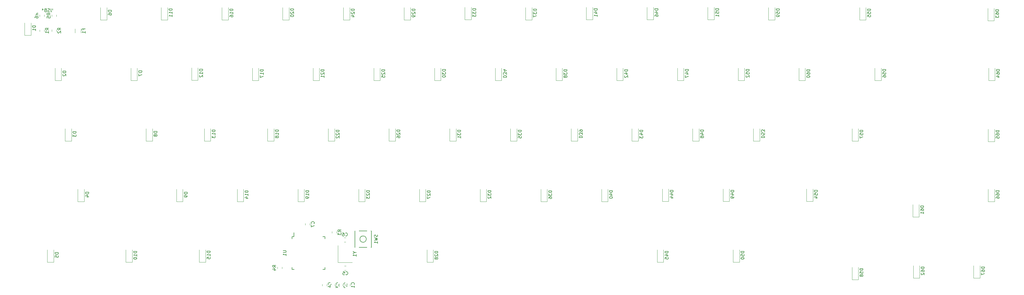
<source format=gbo>
G04 #@! TF.GenerationSoftware,KiCad,Pcbnew,(5.1.5)-3*
G04 #@! TF.CreationDate,2020-02-18T21:35:31-05:00*
G04 #@! TF.ProjectId,Keyboard PCB,4b657962-6f61-4726-9420-5043422e6b69,rev?*
G04 #@! TF.SameCoordinates,Original*
G04 #@! TF.FileFunction,Legend,Bot*
G04 #@! TF.FilePolarity,Positive*
%FSLAX46Y46*%
G04 Gerber Fmt 4.6, Leading zero omitted, Abs format (unit mm)*
G04 Created by KiCad (PCBNEW (5.1.5)-3) date 2020-02-18 21:35:31*
%MOMM*%
%LPD*%
G04 APERTURE LIST*
%ADD10C,0.120000*%
%ADD11C,0.150000*%
%ADD12C,1.852000*%
%ADD13C,2.352000*%
%ADD14C,4.089800*%
%ADD15C,2.352000*%
%ADD16R,0.702000X2.552000*%
%ADD17R,0.402000X2.552000*%
%ADD18C,0.752000*%
%ADD19C,0.100000*%
%ADD20C,3.150000*%
%ADD21R,1.602000X0.652000*%
%ADD22R,0.652000X1.602000*%
%ADD23R,1.902000X2.202000*%
%ADD24R,1.202000X1.902000*%
%ADD25R,1.302000X1.002000*%
G04 APERTURE END LIST*
D10*
X33730000Y114425252D02*
X33730000Y113902748D01*
X32310000Y114425252D02*
X32310000Y113902748D01*
X37540000Y114443252D02*
X37540000Y113920748D01*
X36120000Y114443252D02*
X36120000Y113920748D01*
D11*
X112043750Y44659250D02*
X112043750Y45934250D01*
X111468750Y34309250D02*
X111468750Y34984250D01*
X121818750Y34309250D02*
X121818750Y34984250D01*
X121818750Y44659250D02*
X121818750Y43984250D01*
X111468750Y44659250D02*
X111468750Y43984250D01*
X121818750Y44659250D02*
X121143750Y44659250D01*
X121818750Y34309250D02*
X121143750Y34309250D01*
X111468750Y34309250D02*
X112143750Y34309250D01*
X111468750Y44659250D02*
X112043750Y44659250D01*
D10*
X125850750Y36504250D02*
X125850750Y41904250D01*
X130350750Y36504250D02*
X125850750Y36504250D01*
D11*
X131162750Y46478500D02*
X131162750Y41278500D01*
X131162750Y41278500D02*
X136362750Y41278500D01*
X136362750Y41278500D02*
X136362750Y46478500D01*
X136362750Y46478500D02*
X131162750Y46478500D01*
X134762750Y43878500D02*
G75*
G03X134762750Y43878500I-1000000J0D01*
G01*
D10*
X108310750Y35131752D02*
X108310750Y34609248D01*
X106890750Y35131752D02*
X106890750Y34609248D01*
X124035750Y45776248D02*
X124035750Y46298752D01*
X125455750Y45776248D02*
X125455750Y46298752D01*
X36120000Y109221748D02*
X36120000Y109744252D01*
X37540000Y109221748D02*
X37540000Y109744252D01*
X32310000Y109203748D02*
X32310000Y109726252D01*
X33730000Y109203748D02*
X33730000Y109726252D01*
X43413000Y108781436D02*
X43413000Y109985564D01*
X45233000Y108781436D02*
X45233000Y109985564D01*
X327263000Y31660000D02*
X327263000Y35560000D01*
X325263000Y31660000D02*
X325263000Y35560000D01*
X327263000Y31660000D02*
X325263000Y31660000D01*
X331835000Y55661000D02*
X331835000Y59561000D01*
X329835000Y55661000D02*
X329835000Y59561000D01*
X331835000Y55661000D02*
X329835000Y55661000D01*
X331835000Y74586000D02*
X331835000Y78486000D01*
X329835000Y74586000D02*
X329835000Y78486000D01*
X331835000Y74586000D02*
X329835000Y74586000D01*
X331962000Y93761000D02*
X331962000Y97661000D01*
X329962000Y93761000D02*
X329962000Y97661000D01*
X331962000Y93761000D02*
X329962000Y93761000D01*
X331708000Y112557000D02*
X331708000Y116457000D01*
X329708000Y112557000D02*
X329708000Y116457000D01*
X331708000Y112557000D02*
X329708000Y112557000D01*
X308340000Y31658000D02*
X308340000Y35558000D01*
X306340000Y31658000D02*
X306340000Y35558000D01*
X308340000Y31658000D02*
X306340000Y31658000D01*
X308181250Y50868750D02*
X308181250Y54768750D01*
X306181250Y50868750D02*
X306181250Y54768750D01*
X308181250Y50868750D02*
X306181250Y50868750D01*
X272462500Y93731250D02*
X272462500Y97631250D01*
X270462500Y93731250D02*
X270462500Y97631250D01*
X272462500Y93731250D02*
X270462500Y93731250D01*
X262937500Y112843750D02*
X262937500Y116743750D01*
X260937500Y112843750D02*
X260937500Y116743750D01*
X262937500Y112843750D02*
X260937500Y112843750D01*
X289131250Y31150000D02*
X289131250Y35050000D01*
X287131250Y31150000D02*
X287131250Y35050000D01*
X289131250Y31150000D02*
X287131250Y31150000D01*
X289131250Y74681250D02*
X289131250Y78581250D01*
X287131250Y74681250D02*
X287131250Y78581250D01*
X289131250Y74681250D02*
X287131250Y74681250D01*
X296275000Y93793750D02*
X296275000Y97693750D01*
X294275000Y93793750D02*
X294275000Y97693750D01*
X296275000Y93793750D02*
X294275000Y93793750D01*
X291512500Y112781250D02*
X291512500Y116681250D01*
X289512500Y112781250D02*
X289512500Y116681250D01*
X291512500Y112781250D02*
X289512500Y112781250D01*
X274843750Y55756250D02*
X274843750Y59656250D01*
X272843750Y55756250D02*
X272843750Y59656250D01*
X274843750Y55756250D02*
X272843750Y55756250D01*
X258175000Y74743750D02*
X258175000Y78643750D01*
X256175000Y74743750D02*
X256175000Y78643750D01*
X258175000Y74743750D02*
X256175000Y74743750D01*
X253412500Y93793750D02*
X253412500Y97693750D01*
X251412500Y93793750D02*
X251412500Y97693750D01*
X253412500Y93793750D02*
X251412500Y93793750D01*
X243887500Y112906250D02*
X243887500Y116806250D01*
X241887500Y112906250D02*
X241887500Y116806250D01*
X243887500Y112906250D02*
X241887500Y112906250D01*
X251825000Y36581250D02*
X251825000Y40481250D01*
X249825000Y36581250D02*
X249825000Y40481250D01*
X251825000Y36581250D02*
X249825000Y36581250D01*
X248650000Y55756250D02*
X248650000Y59656250D01*
X246650000Y55756250D02*
X246650000Y59656250D01*
X248650000Y55756250D02*
X246650000Y55756250D01*
X239125000Y74743750D02*
X239125000Y78643750D01*
X237125000Y74743750D02*
X237125000Y78643750D01*
X239125000Y74743750D02*
X237125000Y74743750D01*
X234362500Y93793750D02*
X234362500Y97693750D01*
X232362500Y93793750D02*
X232362500Y97693750D01*
X234362500Y93793750D02*
X232362500Y93793750D01*
X224837500Y112906250D02*
X224837500Y116806250D01*
X222837500Y112906250D02*
X222837500Y116806250D01*
X224837500Y112906250D02*
X222837500Y112906250D01*
X228012500Y36581250D02*
X228012500Y40481250D01*
X226012500Y36581250D02*
X226012500Y40481250D01*
X228012500Y36581250D02*
X226012500Y36581250D01*
X229600000Y55756250D02*
X229600000Y59656250D01*
X227600000Y55756250D02*
X227600000Y59656250D01*
X229600000Y55756250D02*
X227600000Y55756250D01*
X220075000Y74681250D02*
X220075000Y78581250D01*
X218075000Y74681250D02*
X218075000Y78581250D01*
X220075000Y74681250D02*
X218075000Y74681250D01*
X215312500Y93731250D02*
X215312500Y97631250D01*
X213312500Y93731250D02*
X213312500Y97631250D01*
X215312500Y93731250D02*
X213312500Y93731250D01*
X205787500Y112906250D02*
X205787500Y116806250D01*
X203787500Y112906250D02*
X203787500Y116806250D01*
X205787500Y112906250D02*
X203787500Y112906250D01*
X210550000Y55693750D02*
X210550000Y59593750D01*
X208550000Y55693750D02*
X208550000Y59593750D01*
X210550000Y55693750D02*
X208550000Y55693750D01*
X201025000Y74743750D02*
X201025000Y78643750D01*
X199025000Y74743750D02*
X199025000Y78643750D01*
X201025000Y74743750D02*
X199025000Y74743750D01*
X196262500Y93731250D02*
X196262500Y97631250D01*
X194262500Y93731250D02*
X194262500Y97631250D01*
X196262500Y93731250D02*
X194262500Y93731250D01*
X186737500Y112781250D02*
X186737500Y116681250D01*
X184737500Y112781250D02*
X184737500Y116681250D01*
X186737500Y112781250D02*
X184737500Y112781250D01*
X191500000Y55631250D02*
X191500000Y59531250D01*
X189500000Y55631250D02*
X189500000Y59531250D01*
X191500000Y55631250D02*
X189500000Y55631250D01*
X181975000Y74681250D02*
X181975000Y78581250D01*
X179975000Y74681250D02*
X179975000Y78581250D01*
X181975000Y74681250D02*
X179975000Y74681250D01*
X177212500Y93731250D02*
X177212500Y97631250D01*
X175212500Y93731250D02*
X175212500Y97631250D01*
X177212500Y93731250D02*
X175212500Y93731250D01*
X167687500Y112906250D02*
X167687500Y116806250D01*
X165687500Y112906250D02*
X165687500Y116806250D01*
X167687500Y112906250D02*
X165687500Y112906250D01*
X172450000Y55693750D02*
X172450000Y59593750D01*
X170450000Y55693750D02*
X170450000Y59593750D01*
X172450000Y55693750D02*
X170450000Y55693750D01*
X162925000Y74681250D02*
X162925000Y78581250D01*
X160925000Y74681250D02*
X160925000Y78581250D01*
X162925000Y74681250D02*
X160925000Y74681250D01*
X158162500Y93793750D02*
X158162500Y97693750D01*
X156162500Y93793750D02*
X156162500Y97693750D01*
X158162500Y93793750D02*
X156162500Y93793750D01*
X148637500Y112781250D02*
X148637500Y116681250D01*
X146637500Y112781250D02*
X146637500Y116681250D01*
X148637500Y112781250D02*
X146637500Y112781250D01*
X155781250Y36581250D02*
X155781250Y40481250D01*
X153781250Y36581250D02*
X153781250Y40481250D01*
X155781250Y36581250D02*
X153781250Y36581250D01*
X153400000Y55631250D02*
X153400000Y59531250D01*
X151400000Y55631250D02*
X151400000Y59531250D01*
X153400000Y55631250D02*
X151400000Y55631250D01*
X143875000Y74743750D02*
X143875000Y78643750D01*
X141875000Y74743750D02*
X141875000Y78643750D01*
X143875000Y74743750D02*
X141875000Y74743750D01*
X139112500Y93731250D02*
X139112500Y97631250D01*
X137112500Y93731250D02*
X137112500Y97631250D01*
X139112500Y93731250D02*
X137112500Y93731250D01*
X129587500Y112781250D02*
X129587500Y116681250D01*
X127587500Y112781250D02*
X127587500Y116681250D01*
X129587500Y112781250D02*
X127587500Y112781250D01*
X134350000Y55693750D02*
X134350000Y59593750D01*
X132350000Y55693750D02*
X132350000Y59593750D01*
X134350000Y55693750D02*
X132350000Y55693750D01*
X124825000Y74681250D02*
X124825000Y78581250D01*
X122825000Y74681250D02*
X122825000Y78581250D01*
X124825000Y74681250D02*
X122825000Y74681250D01*
X120062500Y93731250D02*
X120062500Y97631250D01*
X118062500Y93731250D02*
X118062500Y97631250D01*
X120062500Y93731250D02*
X118062500Y93731250D01*
X110537500Y112843750D02*
X110537500Y116743750D01*
X108537500Y112843750D02*
X108537500Y116743750D01*
X110537500Y112843750D02*
X108537500Y112843750D01*
X115300000Y55693750D02*
X115300000Y59593750D01*
X113300000Y55693750D02*
X113300000Y59593750D01*
X115300000Y55693750D02*
X113300000Y55693750D01*
X105775000Y74743750D02*
X105775000Y78643750D01*
X103775000Y74743750D02*
X103775000Y78643750D01*
X105775000Y74743750D02*
X103775000Y74743750D01*
X101012500Y93731250D02*
X101012500Y97631250D01*
X99012500Y93731250D02*
X99012500Y97631250D01*
X101012500Y93731250D02*
X99012500Y93731250D01*
X91487500Y112781250D02*
X91487500Y116681250D01*
X89487500Y112781250D02*
X89487500Y116681250D01*
X91487500Y112781250D02*
X89487500Y112781250D01*
X84343750Y36643750D02*
X84343750Y40543750D01*
X82343750Y36643750D02*
X82343750Y40543750D01*
X84343750Y36643750D02*
X82343750Y36643750D01*
X96250000Y55631250D02*
X96250000Y59531250D01*
X94250000Y55631250D02*
X94250000Y59531250D01*
X96250000Y55631250D02*
X94250000Y55631250D01*
X85931250Y74743750D02*
X85931250Y78643750D01*
X83931250Y74743750D02*
X83931250Y78643750D01*
X85931250Y74743750D02*
X83931250Y74743750D01*
X81962500Y93856250D02*
X81962500Y97756250D01*
X79962500Y93856250D02*
X79962500Y97756250D01*
X81962500Y93856250D02*
X79962500Y93856250D01*
X72437500Y112843750D02*
X72437500Y116743750D01*
X70437500Y112843750D02*
X70437500Y116743750D01*
X72437500Y112843750D02*
X70437500Y112843750D01*
X61325000Y36581250D02*
X61325000Y40481250D01*
X59325000Y36581250D02*
X59325000Y40481250D01*
X61325000Y36581250D02*
X59325000Y36581250D01*
X77200000Y55631250D02*
X77200000Y59531250D01*
X75200000Y55631250D02*
X75200000Y59531250D01*
X77200000Y55631250D02*
X75200000Y55631250D01*
X67675000Y74743750D02*
X67675000Y78643750D01*
X65675000Y74743750D02*
X65675000Y78643750D01*
X67675000Y74743750D02*
X65675000Y74743750D01*
X62912500Y93793750D02*
X62912500Y97693750D01*
X60912500Y93793750D02*
X60912500Y97693750D01*
X62912500Y93793750D02*
X60912500Y93793750D01*
X53387500Y112843750D02*
X53387500Y116743750D01*
X51387500Y112843750D02*
X51387500Y116743750D01*
X53387500Y112843750D02*
X51387500Y112843750D01*
X36718750Y36643750D02*
X36718750Y40543750D01*
X34718750Y36643750D02*
X34718750Y40543750D01*
X36718750Y36643750D02*
X34718750Y36643750D01*
X46243750Y55631250D02*
X46243750Y59531250D01*
X44243750Y55631250D02*
X44243750Y59531250D01*
X46243750Y55631250D02*
X44243750Y55631250D01*
X42275000Y74681250D02*
X42275000Y78581250D01*
X40275000Y74681250D02*
X40275000Y78581250D01*
X42275000Y74681250D02*
X40275000Y74681250D01*
X39100000Y93731250D02*
X39100000Y97631250D01*
X37100000Y93731250D02*
X37100000Y97631250D01*
X39100000Y93731250D02*
X37100000Y93731250D01*
X29575000Y107987000D02*
X29575000Y111887000D01*
X27575000Y107987000D02*
X27575000Y111887000D01*
X29575000Y107987000D02*
X27575000Y107987000D01*
X115653750Y48316248D02*
X115653750Y48838752D01*
X117073750Y48316248D02*
X117073750Y48838752D01*
X128300002Y42946250D02*
X127777498Y42946250D01*
X128300002Y44366250D02*
X127777498Y44366250D01*
X127913498Y35476250D02*
X128436002Y35476250D01*
X127913498Y34056250D02*
X128436002Y34056250D01*
X120987750Y29148248D02*
X120987750Y29670752D01*
X122407750Y29148248D02*
X122407750Y29670752D01*
X123496000Y29130248D02*
X123496000Y29652752D01*
X124916000Y29130248D02*
X124916000Y29652752D01*
X125940750Y29139248D02*
X125940750Y29661752D01*
X127360750Y29139248D02*
X127360750Y29661752D01*
X128226750Y29148248D02*
X128226750Y29670752D01*
X129646750Y29148248D02*
X129646750Y29670752D01*
D11*
X36411095Y116391619D02*
X36411095Y115582095D01*
X36363476Y115486857D01*
X36315857Y115439238D01*
X36220619Y115391619D01*
X36030142Y115391619D01*
X35934904Y115439238D01*
X35887285Y115486857D01*
X35839666Y115582095D01*
X35839666Y116391619D01*
X35411095Y115439238D02*
X35268238Y115391619D01*
X35030142Y115391619D01*
X34934904Y115439238D01*
X34887285Y115486857D01*
X34839666Y115582095D01*
X34839666Y115677333D01*
X34887285Y115772571D01*
X34934904Y115820190D01*
X35030142Y115867809D01*
X35220619Y115915428D01*
X35315857Y115963047D01*
X35363476Y116010666D01*
X35411095Y116105904D01*
X35411095Y116201142D01*
X35363476Y116296380D01*
X35315857Y116344000D01*
X35220619Y116391619D01*
X34982523Y116391619D01*
X34839666Y116344000D01*
X34077761Y115915428D02*
X33934904Y115867809D01*
X33887285Y115820190D01*
X33839666Y115724952D01*
X33839666Y115582095D01*
X33887285Y115486857D01*
X33934904Y115439238D01*
X34030142Y115391619D01*
X34411095Y115391619D01*
X34411095Y116391619D01*
X34077761Y116391619D01*
X33982523Y116344000D01*
X33934904Y116296380D01*
X33887285Y116201142D01*
X33887285Y116105904D01*
X33934904Y116010666D01*
X33982523Y115963047D01*
X34077761Y115915428D01*
X34411095Y115915428D01*
X32887285Y115391619D02*
X33458714Y115391619D01*
X33172999Y115391619D02*
X33172999Y116391619D01*
X33268238Y116248761D01*
X33363476Y116153523D01*
X33458714Y116105904D01*
X31822380Y114330666D02*
X31346190Y114664000D01*
X31822380Y114902095D02*
X30822380Y114902095D01*
X30822380Y114521142D01*
X30870000Y114425904D01*
X30917619Y114378285D01*
X31012857Y114330666D01*
X31155714Y114330666D01*
X31250952Y114378285D01*
X31298571Y114425904D01*
X31346190Y114521142D01*
X31346190Y114902095D01*
X30822380Y113473523D02*
X30822380Y113664000D01*
X30870000Y113759238D01*
X30917619Y113806857D01*
X31060476Y113902095D01*
X31250952Y113949714D01*
X31631904Y113949714D01*
X31727142Y113902095D01*
X31774761Y113854476D01*
X31822380Y113759238D01*
X31822380Y113568761D01*
X31774761Y113473523D01*
X31727142Y113425904D01*
X31631904Y113378285D01*
X31393809Y113378285D01*
X31298571Y113425904D01*
X31250952Y113473523D01*
X31203333Y113568761D01*
X31203333Y113759238D01*
X31250952Y113854476D01*
X31298571Y113902095D01*
X31393809Y113949714D01*
X35632380Y114348666D02*
X35156190Y114682000D01*
X35632380Y114920095D02*
X34632380Y114920095D01*
X34632380Y114539142D01*
X34680000Y114443904D01*
X34727619Y114396285D01*
X34822857Y114348666D01*
X34965714Y114348666D01*
X35060952Y114396285D01*
X35108571Y114443904D01*
X35156190Y114539142D01*
X35156190Y114920095D01*
X34632380Y113443904D02*
X34632380Y113920095D01*
X35108571Y113967714D01*
X35060952Y113920095D01*
X35013333Y113824857D01*
X35013333Y113586761D01*
X35060952Y113491523D01*
X35108571Y113443904D01*
X35203809Y113396285D01*
X35441904Y113396285D01*
X35537142Y113443904D01*
X35584761Y113491523D01*
X35632380Y113586761D01*
X35632380Y113824857D01*
X35584761Y113920095D01*
X35537142Y113967714D01*
X108646130Y40246154D02*
X109455654Y40246154D01*
X109550892Y40198535D01*
X109598511Y40150916D01*
X109646130Y40055678D01*
X109646130Y39865202D01*
X109598511Y39769964D01*
X109550892Y39722345D01*
X109455654Y39674726D01*
X108646130Y39674726D01*
X109646130Y38674726D02*
X109646130Y39246154D01*
X109646130Y38960440D02*
X108646130Y38960440D01*
X108788988Y39055678D01*
X108884226Y39150916D01*
X108931845Y39246154D01*
X131126940Y39680440D02*
X131603130Y39680440D01*
X130603130Y40013773D02*
X131126940Y39680440D01*
X130603130Y39347107D01*
X131603130Y38489964D02*
X131603130Y39061392D01*
X131603130Y38775678D02*
X130603130Y38775678D01*
X130745988Y38870916D01*
X130841226Y38966154D01*
X130888845Y39061392D01*
X138231511Y45211833D02*
X138279130Y45068976D01*
X138279130Y44830880D01*
X138231511Y44735642D01*
X138183892Y44688023D01*
X138088654Y44640404D01*
X137993416Y44640404D01*
X137898178Y44688023D01*
X137850559Y44735642D01*
X137802940Y44830880D01*
X137755321Y45021357D01*
X137707702Y45116595D01*
X137660083Y45164214D01*
X137564845Y45211833D01*
X137469607Y45211833D01*
X137374369Y45164214D01*
X137326750Y45116595D01*
X137279130Y45021357D01*
X137279130Y44783261D01*
X137326750Y44640404D01*
X137279130Y44307071D02*
X138279130Y44068976D01*
X137564845Y43878500D01*
X138279130Y43688023D01*
X137279130Y43449928D01*
X138279130Y42545166D02*
X138279130Y43116595D01*
X138279130Y42830880D02*
X137279130Y42830880D01*
X137421988Y42926119D01*
X137517226Y43021357D01*
X137564845Y43116595D01*
X106403130Y35037166D02*
X105926940Y35370500D01*
X106403130Y35608595D02*
X105403130Y35608595D01*
X105403130Y35227642D01*
X105450750Y35132404D01*
X105498369Y35084785D01*
X105593607Y35037166D01*
X105736464Y35037166D01*
X105831702Y35084785D01*
X105879321Y35132404D01*
X105926940Y35227642D01*
X105926940Y35608595D01*
X105736464Y34180023D02*
X106403130Y34180023D01*
X105355511Y34418119D02*
X106069797Y34656214D01*
X106069797Y34037166D01*
X126848130Y46204166D02*
X126371940Y46537500D01*
X126848130Y46775595D02*
X125848130Y46775595D01*
X125848130Y46394642D01*
X125895750Y46299404D01*
X125943369Y46251785D01*
X126038607Y46204166D01*
X126181464Y46204166D01*
X126276702Y46251785D01*
X126324321Y46299404D01*
X126371940Y46394642D01*
X126371940Y46775595D01*
X125848130Y45870833D02*
X125848130Y45251785D01*
X126229083Y45585119D01*
X126229083Y45442261D01*
X126276702Y45347023D01*
X126324321Y45299404D01*
X126419559Y45251785D01*
X126657654Y45251785D01*
X126752892Y45299404D01*
X126800511Y45347023D01*
X126848130Y45442261D01*
X126848130Y45727976D01*
X126800511Y45823214D01*
X126752892Y45870833D01*
X38932380Y109649666D02*
X38456190Y109983000D01*
X38932380Y110221095D02*
X37932380Y110221095D01*
X37932380Y109840142D01*
X37980000Y109744904D01*
X38027619Y109697285D01*
X38122857Y109649666D01*
X38265714Y109649666D01*
X38360952Y109697285D01*
X38408571Y109744904D01*
X38456190Y109840142D01*
X38456190Y110221095D01*
X38027619Y109268714D02*
X37980000Y109221095D01*
X37932380Y109125857D01*
X37932380Y108887761D01*
X37980000Y108792523D01*
X38027619Y108744904D01*
X38122857Y108697285D01*
X38218095Y108697285D01*
X38360952Y108744904D01*
X38932380Y109316333D01*
X38932380Y108697285D01*
X35122380Y109631666D02*
X34646190Y109965000D01*
X35122380Y110203095D02*
X34122380Y110203095D01*
X34122380Y109822142D01*
X34170000Y109726904D01*
X34217619Y109679285D01*
X34312857Y109631666D01*
X34455714Y109631666D01*
X34550952Y109679285D01*
X34598571Y109726904D01*
X34646190Y109822142D01*
X34646190Y110203095D01*
X35122380Y108679285D02*
X35122380Y109250714D01*
X35122380Y108965000D02*
X34122380Y108965000D01*
X34265238Y109060238D01*
X34360476Y109155476D01*
X34408095Y109250714D01*
X46071571Y109716833D02*
X46071571Y110050166D01*
X46595380Y110050166D02*
X45595380Y110050166D01*
X45595380Y109573976D01*
X46595380Y108669214D02*
X46595380Y109240642D01*
X46595380Y108954928D02*
X45595380Y108954928D01*
X45738238Y109050166D01*
X45833476Y109145404D01*
X45881095Y109240642D01*
X328715380Y35124285D02*
X327715380Y35124285D01*
X327715380Y34886190D01*
X327763000Y34743333D01*
X327858238Y34648095D01*
X327953476Y34600476D01*
X328143952Y34552857D01*
X328286809Y34552857D01*
X328477285Y34600476D01*
X328572523Y34648095D01*
X328667761Y34743333D01*
X328715380Y34886190D01*
X328715380Y35124285D01*
X327715380Y33695714D02*
X327715380Y33886190D01*
X327763000Y33981428D01*
X327810619Y34029047D01*
X327953476Y34124285D01*
X328143952Y34171904D01*
X328524904Y34171904D01*
X328620142Y34124285D01*
X328667761Y34076666D01*
X328715380Y33981428D01*
X328715380Y33790952D01*
X328667761Y33695714D01*
X328620142Y33648095D01*
X328524904Y33600476D01*
X328286809Y33600476D01*
X328191571Y33648095D01*
X328143952Y33695714D01*
X328096333Y33790952D01*
X328096333Y33981428D01*
X328143952Y34076666D01*
X328191571Y34124285D01*
X328286809Y34171904D01*
X327715380Y33267142D02*
X327715380Y32600476D01*
X328715380Y33029047D01*
X333287380Y59125285D02*
X332287380Y59125285D01*
X332287380Y58887190D01*
X332335000Y58744333D01*
X332430238Y58649095D01*
X332525476Y58601476D01*
X332715952Y58553857D01*
X332858809Y58553857D01*
X333049285Y58601476D01*
X333144523Y58649095D01*
X333239761Y58744333D01*
X333287380Y58887190D01*
X333287380Y59125285D01*
X332287380Y57696714D02*
X332287380Y57887190D01*
X332335000Y57982428D01*
X332382619Y58030047D01*
X332525476Y58125285D01*
X332715952Y58172904D01*
X333096904Y58172904D01*
X333192142Y58125285D01*
X333239761Y58077666D01*
X333287380Y57982428D01*
X333287380Y57791952D01*
X333239761Y57696714D01*
X333192142Y57649095D01*
X333096904Y57601476D01*
X332858809Y57601476D01*
X332763571Y57649095D01*
X332715952Y57696714D01*
X332668333Y57791952D01*
X332668333Y57982428D01*
X332715952Y58077666D01*
X332763571Y58125285D01*
X332858809Y58172904D01*
X332287380Y56744333D02*
X332287380Y56934809D01*
X332335000Y57030047D01*
X332382619Y57077666D01*
X332525476Y57172904D01*
X332715952Y57220523D01*
X333096904Y57220523D01*
X333192142Y57172904D01*
X333239761Y57125285D01*
X333287380Y57030047D01*
X333287380Y56839571D01*
X333239761Y56744333D01*
X333192142Y56696714D01*
X333096904Y56649095D01*
X332858809Y56649095D01*
X332763571Y56696714D01*
X332715952Y56744333D01*
X332668333Y56839571D01*
X332668333Y57030047D01*
X332715952Y57125285D01*
X332763571Y57172904D01*
X332858809Y57220523D01*
X333287380Y78050285D02*
X332287380Y78050285D01*
X332287380Y77812190D01*
X332335000Y77669333D01*
X332430238Y77574095D01*
X332525476Y77526476D01*
X332715952Y77478857D01*
X332858809Y77478857D01*
X333049285Y77526476D01*
X333144523Y77574095D01*
X333239761Y77669333D01*
X333287380Y77812190D01*
X333287380Y78050285D01*
X332287380Y76621714D02*
X332287380Y76812190D01*
X332335000Y76907428D01*
X332382619Y76955047D01*
X332525476Y77050285D01*
X332715952Y77097904D01*
X333096904Y77097904D01*
X333192142Y77050285D01*
X333239761Y77002666D01*
X333287380Y76907428D01*
X333287380Y76716952D01*
X333239761Y76621714D01*
X333192142Y76574095D01*
X333096904Y76526476D01*
X332858809Y76526476D01*
X332763571Y76574095D01*
X332715952Y76621714D01*
X332668333Y76716952D01*
X332668333Y76907428D01*
X332715952Y77002666D01*
X332763571Y77050285D01*
X332858809Y77097904D01*
X332287380Y75621714D02*
X332287380Y76097904D01*
X332763571Y76145523D01*
X332715952Y76097904D01*
X332668333Y76002666D01*
X332668333Y75764571D01*
X332715952Y75669333D01*
X332763571Y75621714D01*
X332858809Y75574095D01*
X333096904Y75574095D01*
X333192142Y75621714D01*
X333239761Y75669333D01*
X333287380Y75764571D01*
X333287380Y76002666D01*
X333239761Y76097904D01*
X333192142Y76145523D01*
X333414380Y97225285D02*
X332414380Y97225285D01*
X332414380Y96987190D01*
X332462000Y96844333D01*
X332557238Y96749095D01*
X332652476Y96701476D01*
X332842952Y96653857D01*
X332985809Y96653857D01*
X333176285Y96701476D01*
X333271523Y96749095D01*
X333366761Y96844333D01*
X333414380Y96987190D01*
X333414380Y97225285D01*
X332414380Y95796714D02*
X332414380Y95987190D01*
X332462000Y96082428D01*
X332509619Y96130047D01*
X332652476Y96225285D01*
X332842952Y96272904D01*
X333223904Y96272904D01*
X333319142Y96225285D01*
X333366761Y96177666D01*
X333414380Y96082428D01*
X333414380Y95891952D01*
X333366761Y95796714D01*
X333319142Y95749095D01*
X333223904Y95701476D01*
X332985809Y95701476D01*
X332890571Y95749095D01*
X332842952Y95796714D01*
X332795333Y95891952D01*
X332795333Y96082428D01*
X332842952Y96177666D01*
X332890571Y96225285D01*
X332985809Y96272904D01*
X332747714Y94844333D02*
X333414380Y94844333D01*
X332366761Y95082428D02*
X333081047Y95320523D01*
X333081047Y94701476D01*
X333160380Y116021285D02*
X332160380Y116021285D01*
X332160380Y115783190D01*
X332208000Y115640333D01*
X332303238Y115545095D01*
X332398476Y115497476D01*
X332588952Y115449857D01*
X332731809Y115449857D01*
X332922285Y115497476D01*
X333017523Y115545095D01*
X333112761Y115640333D01*
X333160380Y115783190D01*
X333160380Y116021285D01*
X332160380Y114592714D02*
X332160380Y114783190D01*
X332208000Y114878428D01*
X332255619Y114926047D01*
X332398476Y115021285D01*
X332588952Y115068904D01*
X332969904Y115068904D01*
X333065142Y115021285D01*
X333112761Y114973666D01*
X333160380Y114878428D01*
X333160380Y114687952D01*
X333112761Y114592714D01*
X333065142Y114545095D01*
X332969904Y114497476D01*
X332731809Y114497476D01*
X332636571Y114545095D01*
X332588952Y114592714D01*
X332541333Y114687952D01*
X332541333Y114878428D01*
X332588952Y114973666D01*
X332636571Y115021285D01*
X332731809Y115068904D01*
X332160380Y114164142D02*
X332160380Y113545095D01*
X332541333Y113878428D01*
X332541333Y113735571D01*
X332588952Y113640333D01*
X332636571Y113592714D01*
X332731809Y113545095D01*
X332969904Y113545095D01*
X333065142Y113592714D01*
X333112761Y113640333D01*
X333160380Y113735571D01*
X333160380Y114021285D01*
X333112761Y114116523D01*
X333065142Y114164142D01*
X309792380Y35122285D02*
X308792380Y35122285D01*
X308792380Y34884190D01*
X308840000Y34741333D01*
X308935238Y34646095D01*
X309030476Y34598476D01*
X309220952Y34550857D01*
X309363809Y34550857D01*
X309554285Y34598476D01*
X309649523Y34646095D01*
X309744761Y34741333D01*
X309792380Y34884190D01*
X309792380Y35122285D01*
X308792380Y33693714D02*
X308792380Y33884190D01*
X308840000Y33979428D01*
X308887619Y34027047D01*
X309030476Y34122285D01*
X309220952Y34169904D01*
X309601904Y34169904D01*
X309697142Y34122285D01*
X309744761Y34074666D01*
X309792380Y33979428D01*
X309792380Y33788952D01*
X309744761Y33693714D01*
X309697142Y33646095D01*
X309601904Y33598476D01*
X309363809Y33598476D01*
X309268571Y33646095D01*
X309220952Y33693714D01*
X309173333Y33788952D01*
X309173333Y33979428D01*
X309220952Y34074666D01*
X309268571Y34122285D01*
X309363809Y34169904D01*
X308887619Y33217523D02*
X308840000Y33169904D01*
X308792380Y33074666D01*
X308792380Y32836571D01*
X308840000Y32741333D01*
X308887619Y32693714D01*
X308982857Y32646095D01*
X309078095Y32646095D01*
X309220952Y32693714D01*
X309792380Y33265142D01*
X309792380Y32646095D01*
X309633630Y54333035D02*
X308633630Y54333035D01*
X308633630Y54094940D01*
X308681250Y53952083D01*
X308776488Y53856845D01*
X308871726Y53809226D01*
X309062202Y53761607D01*
X309205059Y53761607D01*
X309395535Y53809226D01*
X309490773Y53856845D01*
X309586011Y53952083D01*
X309633630Y54094940D01*
X309633630Y54333035D01*
X308633630Y52904464D02*
X308633630Y53094940D01*
X308681250Y53190178D01*
X308728869Y53237797D01*
X308871726Y53333035D01*
X309062202Y53380654D01*
X309443154Y53380654D01*
X309538392Y53333035D01*
X309586011Y53285416D01*
X309633630Y53190178D01*
X309633630Y52999702D01*
X309586011Y52904464D01*
X309538392Y52856845D01*
X309443154Y52809226D01*
X309205059Y52809226D01*
X309109821Y52856845D01*
X309062202Y52904464D01*
X309014583Y52999702D01*
X309014583Y53190178D01*
X309062202Y53285416D01*
X309109821Y53333035D01*
X309205059Y53380654D01*
X309633630Y51856845D02*
X309633630Y52428273D01*
X309633630Y52142559D02*
X308633630Y52142559D01*
X308776488Y52237797D01*
X308871726Y52333035D01*
X308919345Y52428273D01*
X273914880Y97195535D02*
X272914880Y97195535D01*
X272914880Y96957440D01*
X272962500Y96814583D01*
X273057738Y96719345D01*
X273152976Y96671726D01*
X273343452Y96624107D01*
X273486309Y96624107D01*
X273676785Y96671726D01*
X273772023Y96719345D01*
X273867261Y96814583D01*
X273914880Y96957440D01*
X273914880Y97195535D01*
X272914880Y95766964D02*
X272914880Y95957440D01*
X272962500Y96052678D01*
X273010119Y96100297D01*
X273152976Y96195535D01*
X273343452Y96243154D01*
X273724404Y96243154D01*
X273819642Y96195535D01*
X273867261Y96147916D01*
X273914880Y96052678D01*
X273914880Y95862202D01*
X273867261Y95766964D01*
X273819642Y95719345D01*
X273724404Y95671726D01*
X273486309Y95671726D01*
X273391071Y95719345D01*
X273343452Y95766964D01*
X273295833Y95862202D01*
X273295833Y96052678D01*
X273343452Y96147916D01*
X273391071Y96195535D01*
X273486309Y96243154D01*
X272914880Y95052678D02*
X272914880Y94957440D01*
X272962500Y94862202D01*
X273010119Y94814583D01*
X273105357Y94766964D01*
X273295833Y94719345D01*
X273533928Y94719345D01*
X273724404Y94766964D01*
X273819642Y94814583D01*
X273867261Y94862202D01*
X273914880Y94957440D01*
X273914880Y95052678D01*
X273867261Y95147916D01*
X273819642Y95195535D01*
X273724404Y95243154D01*
X273533928Y95290773D01*
X273295833Y95290773D01*
X273105357Y95243154D01*
X273010119Y95195535D01*
X272962500Y95147916D01*
X272914880Y95052678D01*
X264389880Y116308035D02*
X263389880Y116308035D01*
X263389880Y116069940D01*
X263437500Y115927083D01*
X263532738Y115831845D01*
X263627976Y115784226D01*
X263818452Y115736607D01*
X263961309Y115736607D01*
X264151785Y115784226D01*
X264247023Y115831845D01*
X264342261Y115927083D01*
X264389880Y116069940D01*
X264389880Y116308035D01*
X263389880Y114831845D02*
X263389880Y115308035D01*
X263866071Y115355654D01*
X263818452Y115308035D01*
X263770833Y115212797D01*
X263770833Y114974702D01*
X263818452Y114879464D01*
X263866071Y114831845D01*
X263961309Y114784226D01*
X264199404Y114784226D01*
X264294642Y114831845D01*
X264342261Y114879464D01*
X264389880Y114974702D01*
X264389880Y115212797D01*
X264342261Y115308035D01*
X264294642Y115355654D01*
X264389880Y114308035D02*
X264389880Y114117559D01*
X264342261Y114022321D01*
X264294642Y113974702D01*
X264151785Y113879464D01*
X263961309Y113831845D01*
X263580357Y113831845D01*
X263485119Y113879464D01*
X263437500Y113927083D01*
X263389880Y114022321D01*
X263389880Y114212797D01*
X263437500Y114308035D01*
X263485119Y114355654D01*
X263580357Y114403273D01*
X263818452Y114403273D01*
X263913690Y114355654D01*
X263961309Y114308035D01*
X264008928Y114212797D01*
X264008928Y114022321D01*
X263961309Y113927083D01*
X263913690Y113879464D01*
X263818452Y113831845D01*
X290583630Y34614285D02*
X289583630Y34614285D01*
X289583630Y34376190D01*
X289631250Y34233333D01*
X289726488Y34138095D01*
X289821726Y34090476D01*
X290012202Y34042857D01*
X290155059Y34042857D01*
X290345535Y34090476D01*
X290440773Y34138095D01*
X290536011Y34233333D01*
X290583630Y34376190D01*
X290583630Y34614285D01*
X289583630Y33138095D02*
X289583630Y33614285D01*
X290059821Y33661904D01*
X290012202Y33614285D01*
X289964583Y33519047D01*
X289964583Y33280952D01*
X290012202Y33185714D01*
X290059821Y33138095D01*
X290155059Y33090476D01*
X290393154Y33090476D01*
X290488392Y33138095D01*
X290536011Y33185714D01*
X290583630Y33280952D01*
X290583630Y33519047D01*
X290536011Y33614285D01*
X290488392Y33661904D01*
X290012202Y32519047D02*
X289964583Y32614285D01*
X289916964Y32661904D01*
X289821726Y32709523D01*
X289774107Y32709523D01*
X289678869Y32661904D01*
X289631250Y32614285D01*
X289583630Y32519047D01*
X289583630Y32328571D01*
X289631250Y32233333D01*
X289678869Y32185714D01*
X289774107Y32138095D01*
X289821726Y32138095D01*
X289916964Y32185714D01*
X289964583Y32233333D01*
X290012202Y32328571D01*
X290012202Y32519047D01*
X290059821Y32614285D01*
X290107440Y32661904D01*
X290202678Y32709523D01*
X290393154Y32709523D01*
X290488392Y32661904D01*
X290536011Y32614285D01*
X290583630Y32519047D01*
X290583630Y32328571D01*
X290536011Y32233333D01*
X290488392Y32185714D01*
X290393154Y32138095D01*
X290202678Y32138095D01*
X290107440Y32185714D01*
X290059821Y32233333D01*
X290012202Y32328571D01*
X290583630Y78145535D02*
X289583630Y78145535D01*
X289583630Y77907440D01*
X289631250Y77764583D01*
X289726488Y77669345D01*
X289821726Y77621726D01*
X290012202Y77574107D01*
X290155059Y77574107D01*
X290345535Y77621726D01*
X290440773Y77669345D01*
X290536011Y77764583D01*
X290583630Y77907440D01*
X290583630Y78145535D01*
X289583630Y76669345D02*
X289583630Y77145535D01*
X290059821Y77193154D01*
X290012202Y77145535D01*
X289964583Y77050297D01*
X289964583Y76812202D01*
X290012202Y76716964D01*
X290059821Y76669345D01*
X290155059Y76621726D01*
X290393154Y76621726D01*
X290488392Y76669345D01*
X290536011Y76716964D01*
X290583630Y76812202D01*
X290583630Y77050297D01*
X290536011Y77145535D01*
X290488392Y77193154D01*
X289583630Y76288392D02*
X289583630Y75621726D01*
X290583630Y76050297D01*
X297727380Y97258035D02*
X296727380Y97258035D01*
X296727380Y97019940D01*
X296775000Y96877083D01*
X296870238Y96781845D01*
X296965476Y96734226D01*
X297155952Y96686607D01*
X297298809Y96686607D01*
X297489285Y96734226D01*
X297584523Y96781845D01*
X297679761Y96877083D01*
X297727380Y97019940D01*
X297727380Y97258035D01*
X296727380Y95781845D02*
X296727380Y96258035D01*
X297203571Y96305654D01*
X297155952Y96258035D01*
X297108333Y96162797D01*
X297108333Y95924702D01*
X297155952Y95829464D01*
X297203571Y95781845D01*
X297298809Y95734226D01*
X297536904Y95734226D01*
X297632142Y95781845D01*
X297679761Y95829464D01*
X297727380Y95924702D01*
X297727380Y96162797D01*
X297679761Y96258035D01*
X297632142Y96305654D01*
X296727380Y94877083D02*
X296727380Y95067559D01*
X296775000Y95162797D01*
X296822619Y95210416D01*
X296965476Y95305654D01*
X297155952Y95353273D01*
X297536904Y95353273D01*
X297632142Y95305654D01*
X297679761Y95258035D01*
X297727380Y95162797D01*
X297727380Y94972321D01*
X297679761Y94877083D01*
X297632142Y94829464D01*
X297536904Y94781845D01*
X297298809Y94781845D01*
X297203571Y94829464D01*
X297155952Y94877083D01*
X297108333Y94972321D01*
X297108333Y95162797D01*
X297155952Y95258035D01*
X297203571Y95305654D01*
X297298809Y95353273D01*
X292964880Y116245535D02*
X291964880Y116245535D01*
X291964880Y116007440D01*
X292012500Y115864583D01*
X292107738Y115769345D01*
X292202976Y115721726D01*
X292393452Y115674107D01*
X292536309Y115674107D01*
X292726785Y115721726D01*
X292822023Y115769345D01*
X292917261Y115864583D01*
X292964880Y116007440D01*
X292964880Y116245535D01*
X291964880Y114769345D02*
X291964880Y115245535D01*
X292441071Y115293154D01*
X292393452Y115245535D01*
X292345833Y115150297D01*
X292345833Y114912202D01*
X292393452Y114816964D01*
X292441071Y114769345D01*
X292536309Y114721726D01*
X292774404Y114721726D01*
X292869642Y114769345D01*
X292917261Y114816964D01*
X292964880Y114912202D01*
X292964880Y115150297D01*
X292917261Y115245535D01*
X292869642Y115293154D01*
X291964880Y113816964D02*
X291964880Y114293154D01*
X292441071Y114340773D01*
X292393452Y114293154D01*
X292345833Y114197916D01*
X292345833Y113959821D01*
X292393452Y113864583D01*
X292441071Y113816964D01*
X292536309Y113769345D01*
X292774404Y113769345D01*
X292869642Y113816964D01*
X292917261Y113864583D01*
X292964880Y113959821D01*
X292964880Y114197916D01*
X292917261Y114293154D01*
X292869642Y114340773D01*
X276296130Y59220535D02*
X275296130Y59220535D01*
X275296130Y58982440D01*
X275343750Y58839583D01*
X275438988Y58744345D01*
X275534226Y58696726D01*
X275724702Y58649107D01*
X275867559Y58649107D01*
X276058035Y58696726D01*
X276153273Y58744345D01*
X276248511Y58839583D01*
X276296130Y58982440D01*
X276296130Y59220535D01*
X275296130Y57744345D02*
X275296130Y58220535D01*
X275772321Y58268154D01*
X275724702Y58220535D01*
X275677083Y58125297D01*
X275677083Y57887202D01*
X275724702Y57791964D01*
X275772321Y57744345D01*
X275867559Y57696726D01*
X276105654Y57696726D01*
X276200892Y57744345D01*
X276248511Y57791964D01*
X276296130Y57887202D01*
X276296130Y58125297D01*
X276248511Y58220535D01*
X276200892Y58268154D01*
X275629464Y56839583D02*
X276296130Y56839583D01*
X275248511Y57077678D02*
X275962797Y57315773D01*
X275962797Y56696726D01*
X258722619Y75779464D02*
X259722619Y75779464D01*
X259722619Y76017559D01*
X259675000Y76160416D01*
X259579761Y76255654D01*
X259484523Y76303273D01*
X259294047Y76350892D01*
X259151190Y76350892D01*
X258960714Y76303273D01*
X258865476Y76255654D01*
X258770238Y76160416D01*
X258722619Y76017559D01*
X258722619Y75779464D01*
X259722619Y77255654D02*
X259722619Y76779464D01*
X259246428Y76731845D01*
X259294047Y76779464D01*
X259341666Y76874702D01*
X259341666Y77112797D01*
X259294047Y77208035D01*
X259246428Y77255654D01*
X259151190Y77303273D01*
X258913095Y77303273D01*
X258817857Y77255654D01*
X258770238Y77208035D01*
X258722619Y77112797D01*
X258722619Y76874702D01*
X258770238Y76779464D01*
X258817857Y76731845D01*
X259722619Y77636607D02*
X259722619Y78255654D01*
X259341666Y77922321D01*
X259341666Y78065178D01*
X259294047Y78160416D01*
X259246428Y78208035D01*
X259151190Y78255654D01*
X258913095Y78255654D01*
X258817857Y78208035D01*
X258770238Y78160416D01*
X258722619Y78065178D01*
X258722619Y77779464D01*
X258770238Y77684226D01*
X258817857Y77636607D01*
X254864880Y97258035D02*
X253864880Y97258035D01*
X253864880Y97019940D01*
X253912500Y96877083D01*
X254007738Y96781845D01*
X254102976Y96734226D01*
X254293452Y96686607D01*
X254436309Y96686607D01*
X254626785Y96734226D01*
X254722023Y96781845D01*
X254817261Y96877083D01*
X254864880Y97019940D01*
X254864880Y97258035D01*
X253864880Y95781845D02*
X253864880Y96258035D01*
X254341071Y96305654D01*
X254293452Y96258035D01*
X254245833Y96162797D01*
X254245833Y95924702D01*
X254293452Y95829464D01*
X254341071Y95781845D01*
X254436309Y95734226D01*
X254674404Y95734226D01*
X254769642Y95781845D01*
X254817261Y95829464D01*
X254864880Y95924702D01*
X254864880Y96162797D01*
X254817261Y96258035D01*
X254769642Y96305654D01*
X253960119Y95353273D02*
X253912500Y95305654D01*
X253864880Y95210416D01*
X253864880Y94972321D01*
X253912500Y94877083D01*
X253960119Y94829464D01*
X254055357Y94781845D01*
X254150595Y94781845D01*
X254293452Y94829464D01*
X254864880Y95400892D01*
X254864880Y94781845D01*
X245339880Y116370535D02*
X244339880Y116370535D01*
X244339880Y116132440D01*
X244387500Y115989583D01*
X244482738Y115894345D01*
X244577976Y115846726D01*
X244768452Y115799107D01*
X244911309Y115799107D01*
X245101785Y115846726D01*
X245197023Y115894345D01*
X245292261Y115989583D01*
X245339880Y116132440D01*
X245339880Y116370535D01*
X244339880Y114894345D02*
X244339880Y115370535D01*
X244816071Y115418154D01*
X244768452Y115370535D01*
X244720833Y115275297D01*
X244720833Y115037202D01*
X244768452Y114941964D01*
X244816071Y114894345D01*
X244911309Y114846726D01*
X245149404Y114846726D01*
X245244642Y114894345D01*
X245292261Y114941964D01*
X245339880Y115037202D01*
X245339880Y115275297D01*
X245292261Y115370535D01*
X245244642Y115418154D01*
X245339880Y113894345D02*
X245339880Y114465773D01*
X245339880Y114180059D02*
X244339880Y114180059D01*
X244482738Y114275297D01*
X244577976Y114370535D01*
X244625595Y114465773D01*
X253277380Y40045535D02*
X252277380Y40045535D01*
X252277380Y39807440D01*
X252325000Y39664583D01*
X252420238Y39569345D01*
X252515476Y39521726D01*
X252705952Y39474107D01*
X252848809Y39474107D01*
X253039285Y39521726D01*
X253134523Y39569345D01*
X253229761Y39664583D01*
X253277380Y39807440D01*
X253277380Y40045535D01*
X252277380Y38569345D02*
X252277380Y39045535D01*
X252753571Y39093154D01*
X252705952Y39045535D01*
X252658333Y38950297D01*
X252658333Y38712202D01*
X252705952Y38616964D01*
X252753571Y38569345D01*
X252848809Y38521726D01*
X253086904Y38521726D01*
X253182142Y38569345D01*
X253229761Y38616964D01*
X253277380Y38712202D01*
X253277380Y38950297D01*
X253229761Y39045535D01*
X253182142Y39093154D01*
X252277380Y37902678D02*
X252277380Y37807440D01*
X252325000Y37712202D01*
X252372619Y37664583D01*
X252467857Y37616964D01*
X252658333Y37569345D01*
X252896428Y37569345D01*
X253086904Y37616964D01*
X253182142Y37664583D01*
X253229761Y37712202D01*
X253277380Y37807440D01*
X253277380Y37902678D01*
X253229761Y37997916D01*
X253182142Y38045535D01*
X253086904Y38093154D01*
X252896428Y38140773D01*
X252658333Y38140773D01*
X252467857Y38093154D01*
X252372619Y38045535D01*
X252325000Y37997916D01*
X252277380Y37902678D01*
X250102380Y59220535D02*
X249102380Y59220535D01*
X249102380Y58982440D01*
X249150000Y58839583D01*
X249245238Y58744345D01*
X249340476Y58696726D01*
X249530952Y58649107D01*
X249673809Y58649107D01*
X249864285Y58696726D01*
X249959523Y58744345D01*
X250054761Y58839583D01*
X250102380Y58982440D01*
X250102380Y59220535D01*
X249435714Y57791964D02*
X250102380Y57791964D01*
X249054761Y58030059D02*
X249769047Y58268154D01*
X249769047Y57649107D01*
X250102380Y57220535D02*
X250102380Y57030059D01*
X250054761Y56934821D01*
X250007142Y56887202D01*
X249864285Y56791964D01*
X249673809Y56744345D01*
X249292857Y56744345D01*
X249197619Y56791964D01*
X249150000Y56839583D01*
X249102380Y56934821D01*
X249102380Y57125297D01*
X249150000Y57220535D01*
X249197619Y57268154D01*
X249292857Y57315773D01*
X249530952Y57315773D01*
X249626190Y57268154D01*
X249673809Y57220535D01*
X249721428Y57125297D01*
X249721428Y56934821D01*
X249673809Y56839583D01*
X249626190Y56791964D01*
X249530952Y56744345D01*
X240577380Y78208035D02*
X239577380Y78208035D01*
X239577380Y77969940D01*
X239625000Y77827083D01*
X239720238Y77731845D01*
X239815476Y77684226D01*
X240005952Y77636607D01*
X240148809Y77636607D01*
X240339285Y77684226D01*
X240434523Y77731845D01*
X240529761Y77827083D01*
X240577380Y77969940D01*
X240577380Y78208035D01*
X239910714Y76779464D02*
X240577380Y76779464D01*
X239529761Y77017559D02*
X240244047Y77255654D01*
X240244047Y76636607D01*
X240005952Y76112797D02*
X239958333Y76208035D01*
X239910714Y76255654D01*
X239815476Y76303273D01*
X239767857Y76303273D01*
X239672619Y76255654D01*
X239625000Y76208035D01*
X239577380Y76112797D01*
X239577380Y75922321D01*
X239625000Y75827083D01*
X239672619Y75779464D01*
X239767857Y75731845D01*
X239815476Y75731845D01*
X239910714Y75779464D01*
X239958333Y75827083D01*
X240005952Y75922321D01*
X240005952Y76112797D01*
X240053571Y76208035D01*
X240101190Y76255654D01*
X240196428Y76303273D01*
X240386904Y76303273D01*
X240482142Y76255654D01*
X240529761Y76208035D01*
X240577380Y76112797D01*
X240577380Y75922321D01*
X240529761Y75827083D01*
X240482142Y75779464D01*
X240386904Y75731845D01*
X240196428Y75731845D01*
X240101190Y75779464D01*
X240053571Y75827083D01*
X240005952Y75922321D01*
X235814880Y97258035D02*
X234814880Y97258035D01*
X234814880Y97019940D01*
X234862500Y96877083D01*
X234957738Y96781845D01*
X235052976Y96734226D01*
X235243452Y96686607D01*
X235386309Y96686607D01*
X235576785Y96734226D01*
X235672023Y96781845D01*
X235767261Y96877083D01*
X235814880Y97019940D01*
X235814880Y97258035D01*
X235148214Y95829464D02*
X235814880Y95829464D01*
X234767261Y96067559D02*
X235481547Y96305654D01*
X235481547Y95686607D01*
X234814880Y95400892D02*
X234814880Y94734226D01*
X235814880Y95162797D01*
X226289880Y116370535D02*
X225289880Y116370535D01*
X225289880Y116132440D01*
X225337500Y115989583D01*
X225432738Y115894345D01*
X225527976Y115846726D01*
X225718452Y115799107D01*
X225861309Y115799107D01*
X226051785Y115846726D01*
X226147023Y115894345D01*
X226242261Y115989583D01*
X226289880Y116132440D01*
X226289880Y116370535D01*
X225623214Y114941964D02*
X226289880Y114941964D01*
X225242261Y115180059D02*
X225956547Y115418154D01*
X225956547Y114799107D01*
X225289880Y113989583D02*
X225289880Y114180059D01*
X225337500Y114275297D01*
X225385119Y114322916D01*
X225527976Y114418154D01*
X225718452Y114465773D01*
X226099404Y114465773D01*
X226194642Y114418154D01*
X226242261Y114370535D01*
X226289880Y114275297D01*
X226289880Y114084821D01*
X226242261Y113989583D01*
X226194642Y113941964D01*
X226099404Y113894345D01*
X225861309Y113894345D01*
X225766071Y113941964D01*
X225718452Y113989583D01*
X225670833Y114084821D01*
X225670833Y114275297D01*
X225718452Y114370535D01*
X225766071Y114418154D01*
X225861309Y114465773D01*
X229464880Y40045535D02*
X228464880Y40045535D01*
X228464880Y39807440D01*
X228512500Y39664583D01*
X228607738Y39569345D01*
X228702976Y39521726D01*
X228893452Y39474107D01*
X229036309Y39474107D01*
X229226785Y39521726D01*
X229322023Y39569345D01*
X229417261Y39664583D01*
X229464880Y39807440D01*
X229464880Y40045535D01*
X228798214Y38616964D02*
X229464880Y38616964D01*
X228417261Y38855059D02*
X229131547Y39093154D01*
X229131547Y38474107D01*
X228464880Y37616964D02*
X228464880Y38093154D01*
X228941071Y38140773D01*
X228893452Y38093154D01*
X228845833Y37997916D01*
X228845833Y37759821D01*
X228893452Y37664583D01*
X228941071Y37616964D01*
X229036309Y37569345D01*
X229274404Y37569345D01*
X229369642Y37616964D01*
X229417261Y37664583D01*
X229464880Y37759821D01*
X229464880Y37997916D01*
X229417261Y38093154D01*
X229369642Y38140773D01*
X231052380Y59220535D02*
X230052380Y59220535D01*
X230052380Y58982440D01*
X230100000Y58839583D01*
X230195238Y58744345D01*
X230290476Y58696726D01*
X230480952Y58649107D01*
X230623809Y58649107D01*
X230814285Y58696726D01*
X230909523Y58744345D01*
X231004761Y58839583D01*
X231052380Y58982440D01*
X231052380Y59220535D01*
X230385714Y57791964D02*
X231052380Y57791964D01*
X230004761Y58030059D02*
X230719047Y58268154D01*
X230719047Y57649107D01*
X230385714Y56839583D02*
X231052380Y56839583D01*
X230004761Y57077678D02*
X230719047Y57315773D01*
X230719047Y56696726D01*
X221527380Y78145535D02*
X220527380Y78145535D01*
X220527380Y77907440D01*
X220575000Y77764583D01*
X220670238Y77669345D01*
X220765476Y77621726D01*
X220955952Y77574107D01*
X221098809Y77574107D01*
X221289285Y77621726D01*
X221384523Y77669345D01*
X221479761Y77764583D01*
X221527380Y77907440D01*
X221527380Y78145535D01*
X220860714Y76716964D02*
X221527380Y76716964D01*
X220479761Y76955059D02*
X221194047Y77193154D01*
X221194047Y76574107D01*
X220527380Y76288392D02*
X220527380Y75669345D01*
X220908333Y76002678D01*
X220908333Y75859821D01*
X220955952Y75764583D01*
X221003571Y75716964D01*
X221098809Y75669345D01*
X221336904Y75669345D01*
X221432142Y75716964D01*
X221479761Y75764583D01*
X221527380Y75859821D01*
X221527380Y76145535D01*
X221479761Y76240773D01*
X221432142Y76288392D01*
X216764880Y97195535D02*
X215764880Y97195535D01*
X215764880Y96957440D01*
X215812500Y96814583D01*
X215907738Y96719345D01*
X216002976Y96671726D01*
X216193452Y96624107D01*
X216336309Y96624107D01*
X216526785Y96671726D01*
X216622023Y96719345D01*
X216717261Y96814583D01*
X216764880Y96957440D01*
X216764880Y97195535D01*
X216098214Y95766964D02*
X216764880Y95766964D01*
X215717261Y96005059D02*
X216431547Y96243154D01*
X216431547Y95624107D01*
X215860119Y95290773D02*
X215812500Y95243154D01*
X215764880Y95147916D01*
X215764880Y94909821D01*
X215812500Y94814583D01*
X215860119Y94766964D01*
X215955357Y94719345D01*
X216050595Y94719345D01*
X216193452Y94766964D01*
X216764880Y95338392D01*
X216764880Y94719345D01*
X207239880Y116370535D02*
X206239880Y116370535D01*
X206239880Y116132440D01*
X206287500Y115989583D01*
X206382738Y115894345D01*
X206477976Y115846726D01*
X206668452Y115799107D01*
X206811309Y115799107D01*
X207001785Y115846726D01*
X207097023Y115894345D01*
X207192261Y115989583D01*
X207239880Y116132440D01*
X207239880Y116370535D01*
X206573214Y114941964D02*
X207239880Y114941964D01*
X206192261Y115180059D02*
X206906547Y115418154D01*
X206906547Y114799107D01*
X207239880Y113894345D02*
X207239880Y114465773D01*
X207239880Y114180059D02*
X206239880Y114180059D01*
X206382738Y114275297D01*
X206477976Y114370535D01*
X206525595Y114465773D01*
X212002380Y59158035D02*
X211002380Y59158035D01*
X211002380Y58919940D01*
X211050000Y58777083D01*
X211145238Y58681845D01*
X211240476Y58634226D01*
X211430952Y58586607D01*
X211573809Y58586607D01*
X211764285Y58634226D01*
X211859523Y58681845D01*
X211954761Y58777083D01*
X212002380Y58919940D01*
X212002380Y59158035D01*
X211335714Y57729464D02*
X212002380Y57729464D01*
X210954761Y57967559D02*
X211669047Y58205654D01*
X211669047Y57586607D01*
X211002380Y57015178D02*
X211002380Y56919940D01*
X211050000Y56824702D01*
X211097619Y56777083D01*
X211192857Y56729464D01*
X211383333Y56681845D01*
X211621428Y56681845D01*
X211811904Y56729464D01*
X211907142Y56777083D01*
X211954761Y56824702D01*
X212002380Y56919940D01*
X212002380Y57015178D01*
X211954761Y57110416D01*
X211907142Y57158035D01*
X211811904Y57205654D01*
X211621428Y57253273D01*
X211383333Y57253273D01*
X211192857Y57205654D01*
X211097619Y57158035D01*
X211050000Y57110416D01*
X211002380Y57015178D01*
X201572619Y75779464D02*
X202572619Y75779464D01*
X202572619Y76017559D01*
X202525000Y76160416D01*
X202429761Y76255654D01*
X202334523Y76303273D01*
X202144047Y76350892D01*
X202001190Y76350892D01*
X201810714Y76303273D01*
X201715476Y76255654D01*
X201620238Y76160416D01*
X201572619Y76017559D01*
X201572619Y75779464D01*
X202572619Y76684226D02*
X202572619Y77303273D01*
X202191666Y76969940D01*
X202191666Y77112797D01*
X202144047Y77208035D01*
X202096428Y77255654D01*
X202001190Y77303273D01*
X201763095Y77303273D01*
X201667857Y77255654D01*
X201620238Y77208035D01*
X201572619Y77112797D01*
X201572619Y76827083D01*
X201620238Y76731845D01*
X201667857Y76684226D01*
X201572619Y77779464D02*
X201572619Y77969940D01*
X201620238Y78065178D01*
X201667857Y78112797D01*
X201810714Y78208035D01*
X202001190Y78255654D01*
X202382142Y78255654D01*
X202477380Y78208035D01*
X202525000Y78160416D01*
X202572619Y78065178D01*
X202572619Y77874702D01*
X202525000Y77779464D01*
X202477380Y77731845D01*
X202382142Y77684226D01*
X202144047Y77684226D01*
X202048809Y77731845D01*
X202001190Y77779464D01*
X201953571Y77874702D01*
X201953571Y78065178D01*
X202001190Y78160416D01*
X202048809Y78208035D01*
X202144047Y78255654D01*
X197714880Y97195535D02*
X196714880Y97195535D01*
X196714880Y96957440D01*
X196762500Y96814583D01*
X196857738Y96719345D01*
X196952976Y96671726D01*
X197143452Y96624107D01*
X197286309Y96624107D01*
X197476785Y96671726D01*
X197572023Y96719345D01*
X197667261Y96814583D01*
X197714880Y96957440D01*
X197714880Y97195535D01*
X196714880Y96290773D02*
X196714880Y95671726D01*
X197095833Y96005059D01*
X197095833Y95862202D01*
X197143452Y95766964D01*
X197191071Y95719345D01*
X197286309Y95671726D01*
X197524404Y95671726D01*
X197619642Y95719345D01*
X197667261Y95766964D01*
X197714880Y95862202D01*
X197714880Y96147916D01*
X197667261Y96243154D01*
X197619642Y96290773D01*
X197143452Y95100297D02*
X197095833Y95195535D01*
X197048214Y95243154D01*
X196952976Y95290773D01*
X196905357Y95290773D01*
X196810119Y95243154D01*
X196762500Y95195535D01*
X196714880Y95100297D01*
X196714880Y94909821D01*
X196762500Y94814583D01*
X196810119Y94766964D01*
X196905357Y94719345D01*
X196952976Y94719345D01*
X197048214Y94766964D01*
X197095833Y94814583D01*
X197143452Y94909821D01*
X197143452Y95100297D01*
X197191071Y95195535D01*
X197238690Y95243154D01*
X197333928Y95290773D01*
X197524404Y95290773D01*
X197619642Y95243154D01*
X197667261Y95195535D01*
X197714880Y95100297D01*
X197714880Y94909821D01*
X197667261Y94814583D01*
X197619642Y94766964D01*
X197524404Y94719345D01*
X197333928Y94719345D01*
X197238690Y94766964D01*
X197191071Y94814583D01*
X197143452Y94909821D01*
X188189880Y116245535D02*
X187189880Y116245535D01*
X187189880Y116007440D01*
X187237500Y115864583D01*
X187332738Y115769345D01*
X187427976Y115721726D01*
X187618452Y115674107D01*
X187761309Y115674107D01*
X187951785Y115721726D01*
X188047023Y115769345D01*
X188142261Y115864583D01*
X188189880Y116007440D01*
X188189880Y116245535D01*
X187189880Y115340773D02*
X187189880Y114721726D01*
X187570833Y115055059D01*
X187570833Y114912202D01*
X187618452Y114816964D01*
X187666071Y114769345D01*
X187761309Y114721726D01*
X187999404Y114721726D01*
X188094642Y114769345D01*
X188142261Y114816964D01*
X188189880Y114912202D01*
X188189880Y115197916D01*
X188142261Y115293154D01*
X188094642Y115340773D01*
X187189880Y114388392D02*
X187189880Y113721726D01*
X188189880Y114150297D01*
X192952380Y59095535D02*
X191952380Y59095535D01*
X191952380Y58857440D01*
X192000000Y58714583D01*
X192095238Y58619345D01*
X192190476Y58571726D01*
X192380952Y58524107D01*
X192523809Y58524107D01*
X192714285Y58571726D01*
X192809523Y58619345D01*
X192904761Y58714583D01*
X192952380Y58857440D01*
X192952380Y59095535D01*
X191952380Y58190773D02*
X191952380Y57571726D01*
X192333333Y57905059D01*
X192333333Y57762202D01*
X192380952Y57666964D01*
X192428571Y57619345D01*
X192523809Y57571726D01*
X192761904Y57571726D01*
X192857142Y57619345D01*
X192904761Y57666964D01*
X192952380Y57762202D01*
X192952380Y58047916D01*
X192904761Y58143154D01*
X192857142Y58190773D01*
X191952380Y56714583D02*
X191952380Y56905059D01*
X192000000Y57000297D01*
X192047619Y57047916D01*
X192190476Y57143154D01*
X192380952Y57190773D01*
X192761904Y57190773D01*
X192857142Y57143154D01*
X192904761Y57095535D01*
X192952380Y57000297D01*
X192952380Y56809821D01*
X192904761Y56714583D01*
X192857142Y56666964D01*
X192761904Y56619345D01*
X192523809Y56619345D01*
X192428571Y56666964D01*
X192380952Y56714583D01*
X192333333Y56809821D01*
X192333333Y57000297D01*
X192380952Y57095535D01*
X192428571Y57143154D01*
X192523809Y57190773D01*
X183427380Y78145535D02*
X182427380Y78145535D01*
X182427380Y77907440D01*
X182475000Y77764583D01*
X182570238Y77669345D01*
X182665476Y77621726D01*
X182855952Y77574107D01*
X182998809Y77574107D01*
X183189285Y77621726D01*
X183284523Y77669345D01*
X183379761Y77764583D01*
X183427380Y77907440D01*
X183427380Y78145535D01*
X182427380Y77240773D02*
X182427380Y76621726D01*
X182808333Y76955059D01*
X182808333Y76812202D01*
X182855952Y76716964D01*
X182903571Y76669345D01*
X182998809Y76621726D01*
X183236904Y76621726D01*
X183332142Y76669345D01*
X183379761Y76716964D01*
X183427380Y76812202D01*
X183427380Y77097916D01*
X183379761Y77193154D01*
X183332142Y77240773D01*
X182427380Y75716964D02*
X182427380Y76193154D01*
X182903571Y76240773D01*
X182855952Y76193154D01*
X182808333Y76097916D01*
X182808333Y75859821D01*
X182855952Y75764583D01*
X182903571Y75716964D01*
X182998809Y75669345D01*
X183236904Y75669345D01*
X183332142Y75716964D01*
X183379761Y75764583D01*
X183427380Y75859821D01*
X183427380Y76097916D01*
X183379761Y76193154D01*
X183332142Y76240773D01*
X177760119Y94766964D02*
X178760119Y94766964D01*
X178760119Y95005059D01*
X178712500Y95147916D01*
X178617261Y95243154D01*
X178522023Y95290773D01*
X178331547Y95338392D01*
X178188690Y95338392D01*
X177998214Y95290773D01*
X177902976Y95243154D01*
X177807738Y95147916D01*
X177760119Y95005059D01*
X177760119Y94766964D01*
X178760119Y95671726D02*
X178760119Y96290773D01*
X178379166Y95957440D01*
X178379166Y96100297D01*
X178331547Y96195535D01*
X178283928Y96243154D01*
X178188690Y96290773D01*
X177950595Y96290773D01*
X177855357Y96243154D01*
X177807738Y96195535D01*
X177760119Y96100297D01*
X177760119Y95814583D01*
X177807738Y95719345D01*
X177855357Y95671726D01*
X178426785Y97147916D02*
X177760119Y97147916D01*
X178807738Y96909821D02*
X178093452Y96671726D01*
X178093452Y97290773D01*
X169139880Y116370535D02*
X168139880Y116370535D01*
X168139880Y116132440D01*
X168187500Y115989583D01*
X168282738Y115894345D01*
X168377976Y115846726D01*
X168568452Y115799107D01*
X168711309Y115799107D01*
X168901785Y115846726D01*
X168997023Y115894345D01*
X169092261Y115989583D01*
X169139880Y116132440D01*
X169139880Y116370535D01*
X168139880Y115465773D02*
X168139880Y114846726D01*
X168520833Y115180059D01*
X168520833Y115037202D01*
X168568452Y114941964D01*
X168616071Y114894345D01*
X168711309Y114846726D01*
X168949404Y114846726D01*
X169044642Y114894345D01*
X169092261Y114941964D01*
X169139880Y115037202D01*
X169139880Y115322916D01*
X169092261Y115418154D01*
X169044642Y115465773D01*
X168139880Y114513392D02*
X168139880Y113894345D01*
X168520833Y114227678D01*
X168520833Y114084821D01*
X168568452Y113989583D01*
X168616071Y113941964D01*
X168711309Y113894345D01*
X168949404Y113894345D01*
X169044642Y113941964D01*
X169092261Y113989583D01*
X169139880Y114084821D01*
X169139880Y114370535D01*
X169092261Y114465773D01*
X169044642Y114513392D01*
X173902380Y59158035D02*
X172902380Y59158035D01*
X172902380Y58919940D01*
X172950000Y58777083D01*
X173045238Y58681845D01*
X173140476Y58634226D01*
X173330952Y58586607D01*
X173473809Y58586607D01*
X173664285Y58634226D01*
X173759523Y58681845D01*
X173854761Y58777083D01*
X173902380Y58919940D01*
X173902380Y59158035D01*
X172902380Y58253273D02*
X172902380Y57634226D01*
X173283333Y57967559D01*
X173283333Y57824702D01*
X173330952Y57729464D01*
X173378571Y57681845D01*
X173473809Y57634226D01*
X173711904Y57634226D01*
X173807142Y57681845D01*
X173854761Y57729464D01*
X173902380Y57824702D01*
X173902380Y58110416D01*
X173854761Y58205654D01*
X173807142Y58253273D01*
X172997619Y57253273D02*
X172950000Y57205654D01*
X172902380Y57110416D01*
X172902380Y56872321D01*
X172950000Y56777083D01*
X172997619Y56729464D01*
X173092857Y56681845D01*
X173188095Y56681845D01*
X173330952Y56729464D01*
X173902380Y57300892D01*
X173902380Y56681845D01*
X164377380Y78145535D02*
X163377380Y78145535D01*
X163377380Y77907440D01*
X163425000Y77764583D01*
X163520238Y77669345D01*
X163615476Y77621726D01*
X163805952Y77574107D01*
X163948809Y77574107D01*
X164139285Y77621726D01*
X164234523Y77669345D01*
X164329761Y77764583D01*
X164377380Y77907440D01*
X164377380Y78145535D01*
X163377380Y77240773D02*
X163377380Y76621726D01*
X163758333Y76955059D01*
X163758333Y76812202D01*
X163805952Y76716964D01*
X163853571Y76669345D01*
X163948809Y76621726D01*
X164186904Y76621726D01*
X164282142Y76669345D01*
X164329761Y76716964D01*
X164377380Y76812202D01*
X164377380Y77097916D01*
X164329761Y77193154D01*
X164282142Y77240773D01*
X164377380Y75669345D02*
X164377380Y76240773D01*
X164377380Y75955059D02*
X163377380Y75955059D01*
X163520238Y76050297D01*
X163615476Y76145535D01*
X163663095Y76240773D01*
X159614880Y97258035D02*
X158614880Y97258035D01*
X158614880Y97019940D01*
X158662500Y96877083D01*
X158757738Y96781845D01*
X158852976Y96734226D01*
X159043452Y96686607D01*
X159186309Y96686607D01*
X159376785Y96734226D01*
X159472023Y96781845D01*
X159567261Y96877083D01*
X159614880Y97019940D01*
X159614880Y97258035D01*
X158614880Y96353273D02*
X158614880Y95734226D01*
X158995833Y96067559D01*
X158995833Y95924702D01*
X159043452Y95829464D01*
X159091071Y95781845D01*
X159186309Y95734226D01*
X159424404Y95734226D01*
X159519642Y95781845D01*
X159567261Y95829464D01*
X159614880Y95924702D01*
X159614880Y96210416D01*
X159567261Y96305654D01*
X159519642Y96353273D01*
X158614880Y95115178D02*
X158614880Y95019940D01*
X158662500Y94924702D01*
X158710119Y94877083D01*
X158805357Y94829464D01*
X158995833Y94781845D01*
X159233928Y94781845D01*
X159424404Y94829464D01*
X159519642Y94877083D01*
X159567261Y94924702D01*
X159614880Y95019940D01*
X159614880Y95115178D01*
X159567261Y95210416D01*
X159519642Y95258035D01*
X159424404Y95305654D01*
X159233928Y95353273D01*
X158995833Y95353273D01*
X158805357Y95305654D01*
X158710119Y95258035D01*
X158662500Y95210416D01*
X158614880Y95115178D01*
X150089880Y116245535D02*
X149089880Y116245535D01*
X149089880Y116007440D01*
X149137500Y115864583D01*
X149232738Y115769345D01*
X149327976Y115721726D01*
X149518452Y115674107D01*
X149661309Y115674107D01*
X149851785Y115721726D01*
X149947023Y115769345D01*
X150042261Y115864583D01*
X150089880Y116007440D01*
X150089880Y116245535D01*
X149185119Y115293154D02*
X149137500Y115245535D01*
X149089880Y115150297D01*
X149089880Y114912202D01*
X149137500Y114816964D01*
X149185119Y114769345D01*
X149280357Y114721726D01*
X149375595Y114721726D01*
X149518452Y114769345D01*
X150089880Y115340773D01*
X150089880Y114721726D01*
X150089880Y114245535D02*
X150089880Y114055059D01*
X150042261Y113959821D01*
X149994642Y113912202D01*
X149851785Y113816964D01*
X149661309Y113769345D01*
X149280357Y113769345D01*
X149185119Y113816964D01*
X149137500Y113864583D01*
X149089880Y113959821D01*
X149089880Y114150297D01*
X149137500Y114245535D01*
X149185119Y114293154D01*
X149280357Y114340773D01*
X149518452Y114340773D01*
X149613690Y114293154D01*
X149661309Y114245535D01*
X149708928Y114150297D01*
X149708928Y113959821D01*
X149661309Y113864583D01*
X149613690Y113816964D01*
X149518452Y113769345D01*
X157233630Y40045535D02*
X156233630Y40045535D01*
X156233630Y39807440D01*
X156281250Y39664583D01*
X156376488Y39569345D01*
X156471726Y39521726D01*
X156662202Y39474107D01*
X156805059Y39474107D01*
X156995535Y39521726D01*
X157090773Y39569345D01*
X157186011Y39664583D01*
X157233630Y39807440D01*
X157233630Y40045535D01*
X156328869Y39093154D02*
X156281250Y39045535D01*
X156233630Y38950297D01*
X156233630Y38712202D01*
X156281250Y38616964D01*
X156328869Y38569345D01*
X156424107Y38521726D01*
X156519345Y38521726D01*
X156662202Y38569345D01*
X157233630Y39140773D01*
X157233630Y38521726D01*
X156662202Y37950297D02*
X156614583Y38045535D01*
X156566964Y38093154D01*
X156471726Y38140773D01*
X156424107Y38140773D01*
X156328869Y38093154D01*
X156281250Y38045535D01*
X156233630Y37950297D01*
X156233630Y37759821D01*
X156281250Y37664583D01*
X156328869Y37616964D01*
X156424107Y37569345D01*
X156471726Y37569345D01*
X156566964Y37616964D01*
X156614583Y37664583D01*
X156662202Y37759821D01*
X156662202Y37950297D01*
X156709821Y38045535D01*
X156757440Y38093154D01*
X156852678Y38140773D01*
X157043154Y38140773D01*
X157138392Y38093154D01*
X157186011Y38045535D01*
X157233630Y37950297D01*
X157233630Y37759821D01*
X157186011Y37664583D01*
X157138392Y37616964D01*
X157043154Y37569345D01*
X156852678Y37569345D01*
X156757440Y37616964D01*
X156709821Y37664583D01*
X156662202Y37759821D01*
X154852380Y59095535D02*
X153852380Y59095535D01*
X153852380Y58857440D01*
X153900000Y58714583D01*
X153995238Y58619345D01*
X154090476Y58571726D01*
X154280952Y58524107D01*
X154423809Y58524107D01*
X154614285Y58571726D01*
X154709523Y58619345D01*
X154804761Y58714583D01*
X154852380Y58857440D01*
X154852380Y59095535D01*
X153947619Y58143154D02*
X153900000Y58095535D01*
X153852380Y58000297D01*
X153852380Y57762202D01*
X153900000Y57666964D01*
X153947619Y57619345D01*
X154042857Y57571726D01*
X154138095Y57571726D01*
X154280952Y57619345D01*
X154852380Y58190773D01*
X154852380Y57571726D01*
X153852380Y57238392D02*
X153852380Y56571726D01*
X154852380Y57000297D01*
X145327380Y78208035D02*
X144327380Y78208035D01*
X144327380Y77969940D01*
X144375000Y77827083D01*
X144470238Y77731845D01*
X144565476Y77684226D01*
X144755952Y77636607D01*
X144898809Y77636607D01*
X145089285Y77684226D01*
X145184523Y77731845D01*
X145279761Y77827083D01*
X145327380Y77969940D01*
X145327380Y78208035D01*
X144422619Y77255654D02*
X144375000Y77208035D01*
X144327380Y77112797D01*
X144327380Y76874702D01*
X144375000Y76779464D01*
X144422619Y76731845D01*
X144517857Y76684226D01*
X144613095Y76684226D01*
X144755952Y76731845D01*
X145327380Y77303273D01*
X145327380Y76684226D01*
X144327380Y75827083D02*
X144327380Y76017559D01*
X144375000Y76112797D01*
X144422619Y76160416D01*
X144565476Y76255654D01*
X144755952Y76303273D01*
X145136904Y76303273D01*
X145232142Y76255654D01*
X145279761Y76208035D01*
X145327380Y76112797D01*
X145327380Y75922321D01*
X145279761Y75827083D01*
X145232142Y75779464D01*
X145136904Y75731845D01*
X144898809Y75731845D01*
X144803571Y75779464D01*
X144755952Y75827083D01*
X144708333Y75922321D01*
X144708333Y76112797D01*
X144755952Y76208035D01*
X144803571Y76255654D01*
X144898809Y76303273D01*
X140564880Y97195535D02*
X139564880Y97195535D01*
X139564880Y96957440D01*
X139612500Y96814583D01*
X139707738Y96719345D01*
X139802976Y96671726D01*
X139993452Y96624107D01*
X140136309Y96624107D01*
X140326785Y96671726D01*
X140422023Y96719345D01*
X140517261Y96814583D01*
X140564880Y96957440D01*
X140564880Y97195535D01*
X139660119Y96243154D02*
X139612500Y96195535D01*
X139564880Y96100297D01*
X139564880Y95862202D01*
X139612500Y95766964D01*
X139660119Y95719345D01*
X139755357Y95671726D01*
X139850595Y95671726D01*
X139993452Y95719345D01*
X140564880Y96290773D01*
X140564880Y95671726D01*
X139564880Y94766964D02*
X139564880Y95243154D01*
X140041071Y95290773D01*
X139993452Y95243154D01*
X139945833Y95147916D01*
X139945833Y94909821D01*
X139993452Y94814583D01*
X140041071Y94766964D01*
X140136309Y94719345D01*
X140374404Y94719345D01*
X140469642Y94766964D01*
X140517261Y94814583D01*
X140564880Y94909821D01*
X140564880Y95147916D01*
X140517261Y95243154D01*
X140469642Y95290773D01*
X131039880Y116245535D02*
X130039880Y116245535D01*
X130039880Y116007440D01*
X130087500Y115864583D01*
X130182738Y115769345D01*
X130277976Y115721726D01*
X130468452Y115674107D01*
X130611309Y115674107D01*
X130801785Y115721726D01*
X130897023Y115769345D01*
X130992261Y115864583D01*
X131039880Y116007440D01*
X131039880Y116245535D01*
X130135119Y115293154D02*
X130087500Y115245535D01*
X130039880Y115150297D01*
X130039880Y114912202D01*
X130087500Y114816964D01*
X130135119Y114769345D01*
X130230357Y114721726D01*
X130325595Y114721726D01*
X130468452Y114769345D01*
X131039880Y115340773D01*
X131039880Y114721726D01*
X130373214Y113864583D02*
X131039880Y113864583D01*
X129992261Y114102678D02*
X130706547Y114340773D01*
X130706547Y113721726D01*
X135802380Y59158035D02*
X134802380Y59158035D01*
X134802380Y58919940D01*
X134850000Y58777083D01*
X134945238Y58681845D01*
X135040476Y58634226D01*
X135230952Y58586607D01*
X135373809Y58586607D01*
X135564285Y58634226D01*
X135659523Y58681845D01*
X135754761Y58777083D01*
X135802380Y58919940D01*
X135802380Y59158035D01*
X134897619Y58205654D02*
X134850000Y58158035D01*
X134802380Y58062797D01*
X134802380Y57824702D01*
X134850000Y57729464D01*
X134897619Y57681845D01*
X134992857Y57634226D01*
X135088095Y57634226D01*
X135230952Y57681845D01*
X135802380Y58253273D01*
X135802380Y57634226D01*
X134802380Y57300892D02*
X134802380Y56681845D01*
X135183333Y57015178D01*
X135183333Y56872321D01*
X135230952Y56777083D01*
X135278571Y56729464D01*
X135373809Y56681845D01*
X135611904Y56681845D01*
X135707142Y56729464D01*
X135754761Y56777083D01*
X135802380Y56872321D01*
X135802380Y57158035D01*
X135754761Y57253273D01*
X135707142Y57300892D01*
X126277380Y78145535D02*
X125277380Y78145535D01*
X125277380Y77907440D01*
X125325000Y77764583D01*
X125420238Y77669345D01*
X125515476Y77621726D01*
X125705952Y77574107D01*
X125848809Y77574107D01*
X126039285Y77621726D01*
X126134523Y77669345D01*
X126229761Y77764583D01*
X126277380Y77907440D01*
X126277380Y78145535D01*
X125372619Y77193154D02*
X125325000Y77145535D01*
X125277380Y77050297D01*
X125277380Y76812202D01*
X125325000Y76716964D01*
X125372619Y76669345D01*
X125467857Y76621726D01*
X125563095Y76621726D01*
X125705952Y76669345D01*
X126277380Y77240773D01*
X126277380Y76621726D01*
X125372619Y76240773D02*
X125325000Y76193154D01*
X125277380Y76097916D01*
X125277380Y75859821D01*
X125325000Y75764583D01*
X125372619Y75716964D01*
X125467857Y75669345D01*
X125563095Y75669345D01*
X125705952Y75716964D01*
X126277380Y76288392D01*
X126277380Y75669345D01*
X121514880Y97195535D02*
X120514880Y97195535D01*
X120514880Y96957440D01*
X120562500Y96814583D01*
X120657738Y96719345D01*
X120752976Y96671726D01*
X120943452Y96624107D01*
X121086309Y96624107D01*
X121276785Y96671726D01*
X121372023Y96719345D01*
X121467261Y96814583D01*
X121514880Y96957440D01*
X121514880Y97195535D01*
X120610119Y96243154D02*
X120562500Y96195535D01*
X120514880Y96100297D01*
X120514880Y95862202D01*
X120562500Y95766964D01*
X120610119Y95719345D01*
X120705357Y95671726D01*
X120800595Y95671726D01*
X120943452Y95719345D01*
X121514880Y96290773D01*
X121514880Y95671726D01*
X121514880Y94719345D02*
X121514880Y95290773D01*
X121514880Y95005059D02*
X120514880Y95005059D01*
X120657738Y95100297D01*
X120752976Y95195535D01*
X120800595Y95290773D01*
X111989880Y116308035D02*
X110989880Y116308035D01*
X110989880Y116069940D01*
X111037500Y115927083D01*
X111132738Y115831845D01*
X111227976Y115784226D01*
X111418452Y115736607D01*
X111561309Y115736607D01*
X111751785Y115784226D01*
X111847023Y115831845D01*
X111942261Y115927083D01*
X111989880Y116069940D01*
X111989880Y116308035D01*
X111085119Y115355654D02*
X111037500Y115308035D01*
X110989880Y115212797D01*
X110989880Y114974702D01*
X111037500Y114879464D01*
X111085119Y114831845D01*
X111180357Y114784226D01*
X111275595Y114784226D01*
X111418452Y114831845D01*
X111989880Y115403273D01*
X111989880Y114784226D01*
X110989880Y114165178D02*
X110989880Y114069940D01*
X111037500Y113974702D01*
X111085119Y113927083D01*
X111180357Y113879464D01*
X111370833Y113831845D01*
X111608928Y113831845D01*
X111799404Y113879464D01*
X111894642Y113927083D01*
X111942261Y113974702D01*
X111989880Y114069940D01*
X111989880Y114165178D01*
X111942261Y114260416D01*
X111894642Y114308035D01*
X111799404Y114355654D01*
X111608928Y114403273D01*
X111370833Y114403273D01*
X111180357Y114355654D01*
X111085119Y114308035D01*
X111037500Y114260416D01*
X110989880Y114165178D01*
X116752380Y59158035D02*
X115752380Y59158035D01*
X115752380Y58919940D01*
X115800000Y58777083D01*
X115895238Y58681845D01*
X115990476Y58634226D01*
X116180952Y58586607D01*
X116323809Y58586607D01*
X116514285Y58634226D01*
X116609523Y58681845D01*
X116704761Y58777083D01*
X116752380Y58919940D01*
X116752380Y59158035D01*
X116752380Y57634226D02*
X116752380Y58205654D01*
X116752380Y57919940D02*
X115752380Y57919940D01*
X115895238Y58015178D01*
X115990476Y58110416D01*
X116038095Y58205654D01*
X116752380Y57158035D02*
X116752380Y56967559D01*
X116704761Y56872321D01*
X116657142Y56824702D01*
X116514285Y56729464D01*
X116323809Y56681845D01*
X115942857Y56681845D01*
X115847619Y56729464D01*
X115800000Y56777083D01*
X115752380Y56872321D01*
X115752380Y57062797D01*
X115800000Y57158035D01*
X115847619Y57205654D01*
X115942857Y57253273D01*
X116180952Y57253273D01*
X116276190Y57205654D01*
X116323809Y57158035D01*
X116371428Y57062797D01*
X116371428Y56872321D01*
X116323809Y56777083D01*
X116276190Y56729464D01*
X116180952Y56681845D01*
X107227380Y78208035D02*
X106227380Y78208035D01*
X106227380Y77969940D01*
X106275000Y77827083D01*
X106370238Y77731845D01*
X106465476Y77684226D01*
X106655952Y77636607D01*
X106798809Y77636607D01*
X106989285Y77684226D01*
X107084523Y77731845D01*
X107179761Y77827083D01*
X107227380Y77969940D01*
X107227380Y78208035D01*
X107227380Y76684226D02*
X107227380Y77255654D01*
X107227380Y76969940D02*
X106227380Y76969940D01*
X106370238Y77065178D01*
X106465476Y77160416D01*
X106513095Y77255654D01*
X106655952Y76112797D02*
X106608333Y76208035D01*
X106560714Y76255654D01*
X106465476Y76303273D01*
X106417857Y76303273D01*
X106322619Y76255654D01*
X106275000Y76208035D01*
X106227380Y76112797D01*
X106227380Y75922321D01*
X106275000Y75827083D01*
X106322619Y75779464D01*
X106417857Y75731845D01*
X106465476Y75731845D01*
X106560714Y75779464D01*
X106608333Y75827083D01*
X106655952Y75922321D01*
X106655952Y76112797D01*
X106703571Y76208035D01*
X106751190Y76255654D01*
X106846428Y76303273D01*
X107036904Y76303273D01*
X107132142Y76255654D01*
X107179761Y76208035D01*
X107227380Y76112797D01*
X107227380Y75922321D01*
X107179761Y75827083D01*
X107132142Y75779464D01*
X107036904Y75731845D01*
X106846428Y75731845D01*
X106751190Y75779464D01*
X106703571Y75827083D01*
X106655952Y75922321D01*
X102464880Y97195535D02*
X101464880Y97195535D01*
X101464880Y96957440D01*
X101512500Y96814583D01*
X101607738Y96719345D01*
X101702976Y96671726D01*
X101893452Y96624107D01*
X102036309Y96624107D01*
X102226785Y96671726D01*
X102322023Y96719345D01*
X102417261Y96814583D01*
X102464880Y96957440D01*
X102464880Y97195535D01*
X102464880Y95671726D02*
X102464880Y96243154D01*
X102464880Y95957440D02*
X101464880Y95957440D01*
X101607738Y96052678D01*
X101702976Y96147916D01*
X101750595Y96243154D01*
X101464880Y95338392D02*
X101464880Y94671726D01*
X102464880Y95100297D01*
X92939880Y116245535D02*
X91939880Y116245535D01*
X91939880Y116007440D01*
X91987500Y115864583D01*
X92082738Y115769345D01*
X92177976Y115721726D01*
X92368452Y115674107D01*
X92511309Y115674107D01*
X92701785Y115721726D01*
X92797023Y115769345D01*
X92892261Y115864583D01*
X92939880Y116007440D01*
X92939880Y116245535D01*
X92939880Y114721726D02*
X92939880Y115293154D01*
X92939880Y115007440D02*
X91939880Y115007440D01*
X92082738Y115102678D01*
X92177976Y115197916D01*
X92225595Y115293154D01*
X91939880Y113864583D02*
X91939880Y114055059D01*
X91987500Y114150297D01*
X92035119Y114197916D01*
X92177976Y114293154D01*
X92368452Y114340773D01*
X92749404Y114340773D01*
X92844642Y114293154D01*
X92892261Y114245535D01*
X92939880Y114150297D01*
X92939880Y113959821D01*
X92892261Y113864583D01*
X92844642Y113816964D01*
X92749404Y113769345D01*
X92511309Y113769345D01*
X92416071Y113816964D01*
X92368452Y113864583D01*
X92320833Y113959821D01*
X92320833Y114150297D01*
X92368452Y114245535D01*
X92416071Y114293154D01*
X92511309Y114340773D01*
X85796130Y40108035D02*
X84796130Y40108035D01*
X84796130Y39869940D01*
X84843750Y39727083D01*
X84938988Y39631845D01*
X85034226Y39584226D01*
X85224702Y39536607D01*
X85367559Y39536607D01*
X85558035Y39584226D01*
X85653273Y39631845D01*
X85748511Y39727083D01*
X85796130Y39869940D01*
X85796130Y40108035D01*
X85796130Y38584226D02*
X85796130Y39155654D01*
X85796130Y38869940D02*
X84796130Y38869940D01*
X84938988Y38965178D01*
X85034226Y39060416D01*
X85081845Y39155654D01*
X84796130Y37679464D02*
X84796130Y38155654D01*
X85272321Y38203273D01*
X85224702Y38155654D01*
X85177083Y38060416D01*
X85177083Y37822321D01*
X85224702Y37727083D01*
X85272321Y37679464D01*
X85367559Y37631845D01*
X85605654Y37631845D01*
X85700892Y37679464D01*
X85748511Y37727083D01*
X85796130Y37822321D01*
X85796130Y38060416D01*
X85748511Y38155654D01*
X85700892Y38203273D01*
X97702380Y59095535D02*
X96702380Y59095535D01*
X96702380Y58857440D01*
X96750000Y58714583D01*
X96845238Y58619345D01*
X96940476Y58571726D01*
X97130952Y58524107D01*
X97273809Y58524107D01*
X97464285Y58571726D01*
X97559523Y58619345D01*
X97654761Y58714583D01*
X97702380Y58857440D01*
X97702380Y59095535D01*
X97702380Y57571726D02*
X97702380Y58143154D01*
X97702380Y57857440D02*
X96702380Y57857440D01*
X96845238Y57952678D01*
X96940476Y58047916D01*
X96988095Y58143154D01*
X97035714Y56714583D02*
X97702380Y56714583D01*
X96654761Y56952678D02*
X97369047Y57190773D01*
X97369047Y56571726D01*
X87383630Y78208035D02*
X86383630Y78208035D01*
X86383630Y77969940D01*
X86431250Y77827083D01*
X86526488Y77731845D01*
X86621726Y77684226D01*
X86812202Y77636607D01*
X86955059Y77636607D01*
X87145535Y77684226D01*
X87240773Y77731845D01*
X87336011Y77827083D01*
X87383630Y77969940D01*
X87383630Y78208035D01*
X87383630Y76684226D02*
X87383630Y77255654D01*
X87383630Y76969940D02*
X86383630Y76969940D01*
X86526488Y77065178D01*
X86621726Y77160416D01*
X86669345Y77255654D01*
X86383630Y76350892D02*
X86383630Y75731845D01*
X86764583Y76065178D01*
X86764583Y75922321D01*
X86812202Y75827083D01*
X86859821Y75779464D01*
X86955059Y75731845D01*
X87193154Y75731845D01*
X87288392Y75779464D01*
X87336011Y75827083D01*
X87383630Y75922321D01*
X87383630Y76208035D01*
X87336011Y76303273D01*
X87288392Y76350892D01*
X83414880Y97320535D02*
X82414880Y97320535D01*
X82414880Y97082440D01*
X82462500Y96939583D01*
X82557738Y96844345D01*
X82652976Y96796726D01*
X82843452Y96749107D01*
X82986309Y96749107D01*
X83176785Y96796726D01*
X83272023Y96844345D01*
X83367261Y96939583D01*
X83414880Y97082440D01*
X83414880Y97320535D01*
X83414880Y95796726D02*
X83414880Y96368154D01*
X83414880Y96082440D02*
X82414880Y96082440D01*
X82557738Y96177678D01*
X82652976Y96272916D01*
X82700595Y96368154D01*
X82510119Y95415773D02*
X82462500Y95368154D01*
X82414880Y95272916D01*
X82414880Y95034821D01*
X82462500Y94939583D01*
X82510119Y94891964D01*
X82605357Y94844345D01*
X82700595Y94844345D01*
X82843452Y94891964D01*
X83414880Y95463392D01*
X83414880Y94844345D01*
X73889880Y116308035D02*
X72889880Y116308035D01*
X72889880Y116069940D01*
X72937500Y115927083D01*
X73032738Y115831845D01*
X73127976Y115784226D01*
X73318452Y115736607D01*
X73461309Y115736607D01*
X73651785Y115784226D01*
X73747023Y115831845D01*
X73842261Y115927083D01*
X73889880Y116069940D01*
X73889880Y116308035D01*
X73889880Y114784226D02*
X73889880Y115355654D01*
X73889880Y115069940D02*
X72889880Y115069940D01*
X73032738Y115165178D01*
X73127976Y115260416D01*
X73175595Y115355654D01*
X73889880Y113831845D02*
X73889880Y114403273D01*
X73889880Y114117559D02*
X72889880Y114117559D01*
X73032738Y114212797D01*
X73127976Y114308035D01*
X73175595Y114403273D01*
X62777380Y40045535D02*
X61777380Y40045535D01*
X61777380Y39807440D01*
X61825000Y39664583D01*
X61920238Y39569345D01*
X62015476Y39521726D01*
X62205952Y39474107D01*
X62348809Y39474107D01*
X62539285Y39521726D01*
X62634523Y39569345D01*
X62729761Y39664583D01*
X62777380Y39807440D01*
X62777380Y40045535D01*
X62777380Y38521726D02*
X62777380Y39093154D01*
X62777380Y38807440D02*
X61777380Y38807440D01*
X61920238Y38902678D01*
X62015476Y38997916D01*
X62063095Y39093154D01*
X61777380Y37902678D02*
X61777380Y37807440D01*
X61825000Y37712202D01*
X61872619Y37664583D01*
X61967857Y37616964D01*
X62158333Y37569345D01*
X62396428Y37569345D01*
X62586904Y37616964D01*
X62682142Y37664583D01*
X62729761Y37712202D01*
X62777380Y37807440D01*
X62777380Y37902678D01*
X62729761Y37997916D01*
X62682142Y38045535D01*
X62586904Y38093154D01*
X62396428Y38140773D01*
X62158333Y38140773D01*
X61967857Y38093154D01*
X61872619Y38045535D01*
X61825000Y37997916D01*
X61777380Y37902678D01*
X78652380Y58619345D02*
X77652380Y58619345D01*
X77652380Y58381250D01*
X77700000Y58238392D01*
X77795238Y58143154D01*
X77890476Y58095535D01*
X78080952Y58047916D01*
X78223809Y58047916D01*
X78414285Y58095535D01*
X78509523Y58143154D01*
X78604761Y58238392D01*
X78652380Y58381250D01*
X78652380Y58619345D01*
X78652380Y57571726D02*
X78652380Y57381250D01*
X78604761Y57286011D01*
X78557142Y57238392D01*
X78414285Y57143154D01*
X78223809Y57095535D01*
X77842857Y57095535D01*
X77747619Y57143154D01*
X77700000Y57190773D01*
X77652380Y57286011D01*
X77652380Y57476488D01*
X77700000Y57571726D01*
X77747619Y57619345D01*
X77842857Y57666964D01*
X78080952Y57666964D01*
X78176190Y57619345D01*
X78223809Y57571726D01*
X78271428Y57476488D01*
X78271428Y57286011D01*
X78223809Y57190773D01*
X78176190Y57143154D01*
X78080952Y57095535D01*
X69127380Y77731845D02*
X68127380Y77731845D01*
X68127380Y77493750D01*
X68175000Y77350892D01*
X68270238Y77255654D01*
X68365476Y77208035D01*
X68555952Y77160416D01*
X68698809Y77160416D01*
X68889285Y77208035D01*
X68984523Y77255654D01*
X69079761Y77350892D01*
X69127380Y77493750D01*
X69127380Y77731845D01*
X68555952Y76588988D02*
X68508333Y76684226D01*
X68460714Y76731845D01*
X68365476Y76779464D01*
X68317857Y76779464D01*
X68222619Y76731845D01*
X68175000Y76684226D01*
X68127380Y76588988D01*
X68127380Y76398511D01*
X68175000Y76303273D01*
X68222619Y76255654D01*
X68317857Y76208035D01*
X68365476Y76208035D01*
X68460714Y76255654D01*
X68508333Y76303273D01*
X68555952Y76398511D01*
X68555952Y76588988D01*
X68603571Y76684226D01*
X68651190Y76731845D01*
X68746428Y76779464D01*
X68936904Y76779464D01*
X69032142Y76731845D01*
X69079761Y76684226D01*
X69127380Y76588988D01*
X69127380Y76398511D01*
X69079761Y76303273D01*
X69032142Y76255654D01*
X68936904Y76208035D01*
X68746428Y76208035D01*
X68651190Y76255654D01*
X68603571Y76303273D01*
X68555952Y76398511D01*
X64364880Y96781845D02*
X63364880Y96781845D01*
X63364880Y96543750D01*
X63412500Y96400892D01*
X63507738Y96305654D01*
X63602976Y96258035D01*
X63793452Y96210416D01*
X63936309Y96210416D01*
X64126785Y96258035D01*
X64222023Y96305654D01*
X64317261Y96400892D01*
X64364880Y96543750D01*
X64364880Y96781845D01*
X63364880Y95877083D02*
X63364880Y95210416D01*
X64364880Y95638988D01*
X54839880Y115831845D02*
X53839880Y115831845D01*
X53839880Y115593750D01*
X53887500Y115450892D01*
X53982738Y115355654D01*
X54077976Y115308035D01*
X54268452Y115260416D01*
X54411309Y115260416D01*
X54601785Y115308035D01*
X54697023Y115355654D01*
X54792261Y115450892D01*
X54839880Y115593750D01*
X54839880Y115831845D01*
X53839880Y114403273D02*
X53839880Y114593750D01*
X53887500Y114688988D01*
X53935119Y114736607D01*
X54077976Y114831845D01*
X54268452Y114879464D01*
X54649404Y114879464D01*
X54744642Y114831845D01*
X54792261Y114784226D01*
X54839880Y114688988D01*
X54839880Y114498511D01*
X54792261Y114403273D01*
X54744642Y114355654D01*
X54649404Y114308035D01*
X54411309Y114308035D01*
X54316071Y114355654D01*
X54268452Y114403273D01*
X54220833Y114498511D01*
X54220833Y114688988D01*
X54268452Y114784226D01*
X54316071Y114831845D01*
X54411309Y114879464D01*
X38171130Y39631845D02*
X37171130Y39631845D01*
X37171130Y39393750D01*
X37218750Y39250892D01*
X37313988Y39155654D01*
X37409226Y39108035D01*
X37599702Y39060416D01*
X37742559Y39060416D01*
X37933035Y39108035D01*
X38028273Y39155654D01*
X38123511Y39250892D01*
X38171130Y39393750D01*
X38171130Y39631845D01*
X37171130Y38155654D02*
X37171130Y38631845D01*
X37647321Y38679464D01*
X37599702Y38631845D01*
X37552083Y38536607D01*
X37552083Y38298511D01*
X37599702Y38203273D01*
X37647321Y38155654D01*
X37742559Y38108035D01*
X37980654Y38108035D01*
X38075892Y38155654D01*
X38123511Y38203273D01*
X38171130Y38298511D01*
X38171130Y38536607D01*
X38123511Y38631845D01*
X38075892Y38679464D01*
X47696130Y58619345D02*
X46696130Y58619345D01*
X46696130Y58381250D01*
X46743750Y58238392D01*
X46838988Y58143154D01*
X46934226Y58095535D01*
X47124702Y58047916D01*
X47267559Y58047916D01*
X47458035Y58095535D01*
X47553273Y58143154D01*
X47648511Y58238392D01*
X47696130Y58381250D01*
X47696130Y58619345D01*
X47029464Y57190773D02*
X47696130Y57190773D01*
X46648511Y57428869D02*
X47362797Y57666964D01*
X47362797Y57047916D01*
X43727380Y77669345D02*
X42727380Y77669345D01*
X42727380Y77431250D01*
X42775000Y77288392D01*
X42870238Y77193154D01*
X42965476Y77145535D01*
X43155952Y77097916D01*
X43298809Y77097916D01*
X43489285Y77145535D01*
X43584523Y77193154D01*
X43679761Y77288392D01*
X43727380Y77431250D01*
X43727380Y77669345D01*
X42727380Y76764583D02*
X42727380Y76145535D01*
X43108333Y76478869D01*
X43108333Y76336011D01*
X43155952Y76240773D01*
X43203571Y76193154D01*
X43298809Y76145535D01*
X43536904Y76145535D01*
X43632142Y76193154D01*
X43679761Y76240773D01*
X43727380Y76336011D01*
X43727380Y76621726D01*
X43679761Y76716964D01*
X43632142Y76764583D01*
X40552380Y96719345D02*
X39552380Y96719345D01*
X39552380Y96481250D01*
X39600000Y96338392D01*
X39695238Y96243154D01*
X39790476Y96195535D01*
X39980952Y96147916D01*
X40123809Y96147916D01*
X40314285Y96195535D01*
X40409523Y96243154D01*
X40504761Y96338392D01*
X40552380Y96481250D01*
X40552380Y96719345D01*
X39647619Y95766964D02*
X39600000Y95719345D01*
X39552380Y95624107D01*
X39552380Y95386011D01*
X39600000Y95290773D01*
X39647619Y95243154D01*
X39742857Y95195535D01*
X39838095Y95195535D01*
X39980952Y95243154D01*
X40552380Y95814583D01*
X40552380Y95195535D01*
X31027380Y110975095D02*
X30027380Y110975095D01*
X30027380Y110737000D01*
X30075000Y110594142D01*
X30170238Y110498904D01*
X30265476Y110451285D01*
X30455952Y110403666D01*
X30598809Y110403666D01*
X30789285Y110451285D01*
X30884523Y110498904D01*
X30979761Y110594142D01*
X31027380Y110737000D01*
X31027380Y110975095D01*
X31027380Y109451285D02*
X31027380Y110022714D01*
X31027380Y109737000D02*
X30027380Y109737000D01*
X30170238Y109832238D01*
X30265476Y109927476D01*
X30313095Y110022714D01*
X118370892Y48744166D02*
X118418511Y48791785D01*
X118466130Y48934642D01*
X118466130Y49029880D01*
X118418511Y49172738D01*
X118323273Y49267976D01*
X118228035Y49315595D01*
X118037559Y49363214D01*
X117894702Y49363214D01*
X117704226Y49315595D01*
X117608988Y49267976D01*
X117513750Y49172738D01*
X117466130Y49029880D01*
X117466130Y48934642D01*
X117513750Y48791785D01*
X117561369Y48744166D01*
X117466130Y48410833D02*
X117466130Y47744166D01*
X118466130Y48172738D01*
X128205416Y44949107D02*
X128253035Y44901488D01*
X128395892Y44853869D01*
X128491130Y44853869D01*
X128633988Y44901488D01*
X128729226Y44996726D01*
X128776845Y45091964D01*
X128824464Y45282440D01*
X128824464Y45425297D01*
X128776845Y45615773D01*
X128729226Y45711011D01*
X128633988Y45806250D01*
X128491130Y45853869D01*
X128395892Y45853869D01*
X128253035Y45806250D01*
X128205416Y45758630D01*
X127348273Y45853869D02*
X127538750Y45853869D01*
X127633988Y45806250D01*
X127681607Y45758630D01*
X127776845Y45615773D01*
X127824464Y45425297D01*
X127824464Y45044345D01*
X127776845Y44949107D01*
X127729226Y44901488D01*
X127633988Y44853869D01*
X127443511Y44853869D01*
X127348273Y44901488D01*
X127300654Y44949107D01*
X127253035Y45044345D01*
X127253035Y45282440D01*
X127300654Y45377678D01*
X127348273Y45425297D01*
X127443511Y45472916D01*
X127633988Y45472916D01*
X127729226Y45425297D01*
X127776845Y45377678D01*
X127824464Y45282440D01*
X128341416Y32759107D02*
X128389035Y32711488D01*
X128531892Y32663869D01*
X128627130Y32663869D01*
X128769988Y32711488D01*
X128865226Y32806726D01*
X128912845Y32901964D01*
X128960464Y33092440D01*
X128960464Y33235297D01*
X128912845Y33425773D01*
X128865226Y33521011D01*
X128769988Y33616250D01*
X128627130Y33663869D01*
X128531892Y33663869D01*
X128389035Y33616250D01*
X128341416Y33568630D01*
X127436654Y33663869D02*
X127912845Y33663869D01*
X127960464Y33187678D01*
X127912845Y33235297D01*
X127817607Y33282916D01*
X127579511Y33282916D01*
X127484273Y33235297D01*
X127436654Y33187678D01*
X127389035Y33092440D01*
X127389035Y32854345D01*
X127436654Y32759107D01*
X127484273Y32711488D01*
X127579511Y32663869D01*
X127817607Y32663869D01*
X127912845Y32711488D01*
X127960464Y32759107D01*
X123704892Y29576166D02*
X123752511Y29623785D01*
X123800130Y29766642D01*
X123800130Y29861880D01*
X123752511Y30004738D01*
X123657273Y30099976D01*
X123562035Y30147595D01*
X123371559Y30195214D01*
X123228702Y30195214D01*
X123038226Y30147595D01*
X122942988Y30099976D01*
X122847750Y30004738D01*
X122800130Y29861880D01*
X122800130Y29766642D01*
X122847750Y29623785D01*
X122895369Y29576166D01*
X123133464Y28719023D02*
X123800130Y28719023D01*
X122752511Y28957119D02*
X123466797Y29195214D01*
X123466797Y28576166D01*
X126213142Y29558166D02*
X126260761Y29605785D01*
X126308380Y29748642D01*
X126308380Y29843880D01*
X126260761Y29986738D01*
X126165523Y30081976D01*
X126070285Y30129595D01*
X125879809Y30177214D01*
X125736952Y30177214D01*
X125546476Y30129595D01*
X125451238Y30081976D01*
X125356000Y29986738D01*
X125308380Y29843880D01*
X125308380Y29748642D01*
X125356000Y29605785D01*
X125403619Y29558166D01*
X125308380Y29224833D02*
X125308380Y28605785D01*
X125689333Y28939119D01*
X125689333Y28796261D01*
X125736952Y28701023D01*
X125784571Y28653404D01*
X125879809Y28605785D01*
X126117904Y28605785D01*
X126213142Y28653404D01*
X126260761Y28701023D01*
X126308380Y28796261D01*
X126308380Y29081976D01*
X126260761Y29177214D01*
X126213142Y29224833D01*
X128657892Y29567166D02*
X128705511Y29614785D01*
X128753130Y29757642D01*
X128753130Y29852880D01*
X128705511Y29995738D01*
X128610273Y30090976D01*
X128515035Y30138595D01*
X128324559Y30186214D01*
X128181702Y30186214D01*
X127991226Y30138595D01*
X127895988Y30090976D01*
X127800750Y29995738D01*
X127753130Y29852880D01*
X127753130Y29757642D01*
X127800750Y29614785D01*
X127848369Y29567166D01*
X127848369Y29186214D02*
X127800750Y29138595D01*
X127753130Y29043357D01*
X127753130Y28805261D01*
X127800750Y28710023D01*
X127848369Y28662404D01*
X127943607Y28614785D01*
X128038845Y28614785D01*
X128181702Y28662404D01*
X128753130Y29233833D01*
X128753130Y28614785D01*
X130943892Y29576166D02*
X130991511Y29623785D01*
X131039130Y29766642D01*
X131039130Y29861880D01*
X130991511Y30004738D01*
X130896273Y30099976D01*
X130801035Y30147595D01*
X130610559Y30195214D01*
X130467702Y30195214D01*
X130277226Y30147595D01*
X130181988Y30099976D01*
X130086750Y30004738D01*
X130039130Y29861880D01*
X130039130Y29766642D01*
X130086750Y29623785D01*
X130134369Y29576166D01*
X131039130Y28623785D02*
X131039130Y29195214D01*
X131039130Y28909500D02*
X130039130Y28909500D01*
X130181988Y29004738D01*
X130277226Y29099976D01*
X130324845Y29195214D01*
%LPC*%
D12*
X49530000Y115093750D03*
X39370000Y115093750D03*
D13*
X41950000Y119093750D03*
D14*
X44450000Y115093750D03*
D15*
X40640000Y117633750D02*
X41950002Y119093750D01*
D13*
X46990000Y120173750D03*
D15*
X46950000Y119593750D02*
X46990000Y120173750D01*
D16*
X37898000Y117849000D03*
X31448000Y117849000D03*
X37123000Y117849000D03*
X32223000Y117849000D03*
D17*
X32923000Y117849000D03*
X36423000Y117849000D03*
X33423000Y117849000D03*
X35923000Y117849000D03*
X33923000Y117849000D03*
X35423000Y117849000D03*
X34923000Y117849000D03*
X34423000Y117849000D03*
D18*
X37563000Y119794000D03*
X31783000Y119794000D03*
D19*
G36*
X33525505Y113763689D02*
G01*
X33551925Y113759770D01*
X33577835Y113753280D01*
X33602983Y113744282D01*
X33627128Y113732862D01*
X33650038Y113719131D01*
X33671492Y113703220D01*
X33691282Y113685282D01*
X33709220Y113665492D01*
X33725131Y113644038D01*
X33738862Y113621128D01*
X33750282Y113596983D01*
X33759280Y113571835D01*
X33765770Y113545925D01*
X33769689Y113519505D01*
X33771000Y113492827D01*
X33771000Y112785173D01*
X33769689Y112758495D01*
X33765770Y112732075D01*
X33759280Y112706165D01*
X33750282Y112681017D01*
X33738862Y112656872D01*
X33725131Y112633962D01*
X33709220Y112612508D01*
X33691282Y112592718D01*
X33671492Y112574780D01*
X33650038Y112558869D01*
X33627128Y112545138D01*
X33602983Y112533718D01*
X33577835Y112524720D01*
X33551925Y112518230D01*
X33525505Y112514311D01*
X33498827Y112513000D01*
X32541173Y112513000D01*
X32514495Y112514311D01*
X32488075Y112518230D01*
X32462165Y112524720D01*
X32437017Y112533718D01*
X32412872Y112545138D01*
X32389962Y112558869D01*
X32368508Y112574780D01*
X32348718Y112592718D01*
X32330780Y112612508D01*
X32314869Y112633962D01*
X32301138Y112656872D01*
X32289718Y112681017D01*
X32280720Y112706165D01*
X32274230Y112732075D01*
X32270311Y112758495D01*
X32269000Y112785173D01*
X32269000Y113492827D01*
X32270311Y113519505D01*
X32274230Y113545925D01*
X32280720Y113571835D01*
X32289718Y113596983D01*
X32301138Y113621128D01*
X32314869Y113644038D01*
X32330780Y113665492D01*
X32348718Y113685282D01*
X32368508Y113703220D01*
X32389962Y113719131D01*
X32412872Y113732862D01*
X32437017Y113744282D01*
X32462165Y113753280D01*
X32488075Y113759770D01*
X32514495Y113763689D01*
X32541173Y113765000D01*
X33498827Y113765000D01*
X33525505Y113763689D01*
G37*
G36*
X33525505Y115813689D02*
G01*
X33551925Y115809770D01*
X33577835Y115803280D01*
X33602983Y115794282D01*
X33627128Y115782862D01*
X33650038Y115769131D01*
X33671492Y115753220D01*
X33691282Y115735282D01*
X33709220Y115715492D01*
X33725131Y115694038D01*
X33738862Y115671128D01*
X33750282Y115646983D01*
X33759280Y115621835D01*
X33765770Y115595925D01*
X33769689Y115569505D01*
X33771000Y115542827D01*
X33771000Y114835173D01*
X33769689Y114808495D01*
X33765770Y114782075D01*
X33759280Y114756165D01*
X33750282Y114731017D01*
X33738862Y114706872D01*
X33725131Y114683962D01*
X33709220Y114662508D01*
X33691282Y114642718D01*
X33671492Y114624780D01*
X33650038Y114608869D01*
X33627128Y114595138D01*
X33602983Y114583718D01*
X33577835Y114574720D01*
X33551925Y114568230D01*
X33525505Y114564311D01*
X33498827Y114563000D01*
X32541173Y114563000D01*
X32514495Y114564311D01*
X32488075Y114568230D01*
X32462165Y114574720D01*
X32437017Y114583718D01*
X32412872Y114595138D01*
X32389962Y114608869D01*
X32368508Y114624780D01*
X32348718Y114642718D01*
X32330780Y114662508D01*
X32314869Y114683962D01*
X32301138Y114706872D01*
X32289718Y114731017D01*
X32280720Y114756165D01*
X32274230Y114782075D01*
X32270311Y114808495D01*
X32269000Y114835173D01*
X32269000Y115542827D01*
X32270311Y115569505D01*
X32274230Y115595925D01*
X32280720Y115621835D01*
X32289718Y115646983D01*
X32301138Y115671128D01*
X32314869Y115694038D01*
X32330780Y115715492D01*
X32348718Y115735282D01*
X32368508Y115753220D01*
X32389962Y115769131D01*
X32412872Y115782862D01*
X32437017Y115794282D01*
X32462165Y115803280D01*
X32488075Y115809770D01*
X32514495Y115813689D01*
X32541173Y115815000D01*
X33498827Y115815000D01*
X33525505Y115813689D01*
G37*
G36*
X37335505Y113781689D02*
G01*
X37361925Y113777770D01*
X37387835Y113771280D01*
X37412983Y113762282D01*
X37437128Y113750862D01*
X37460038Y113737131D01*
X37481492Y113721220D01*
X37501282Y113703282D01*
X37519220Y113683492D01*
X37535131Y113662038D01*
X37548862Y113639128D01*
X37560282Y113614983D01*
X37569280Y113589835D01*
X37575770Y113563925D01*
X37579689Y113537505D01*
X37581000Y113510827D01*
X37581000Y112803173D01*
X37579689Y112776495D01*
X37575770Y112750075D01*
X37569280Y112724165D01*
X37560282Y112699017D01*
X37548862Y112674872D01*
X37535131Y112651962D01*
X37519220Y112630508D01*
X37501282Y112610718D01*
X37481492Y112592780D01*
X37460038Y112576869D01*
X37437128Y112563138D01*
X37412983Y112551718D01*
X37387835Y112542720D01*
X37361925Y112536230D01*
X37335505Y112532311D01*
X37308827Y112531000D01*
X36351173Y112531000D01*
X36324495Y112532311D01*
X36298075Y112536230D01*
X36272165Y112542720D01*
X36247017Y112551718D01*
X36222872Y112563138D01*
X36199962Y112576869D01*
X36178508Y112592780D01*
X36158718Y112610718D01*
X36140780Y112630508D01*
X36124869Y112651962D01*
X36111138Y112674872D01*
X36099718Y112699017D01*
X36090720Y112724165D01*
X36084230Y112750075D01*
X36080311Y112776495D01*
X36079000Y112803173D01*
X36079000Y113510827D01*
X36080311Y113537505D01*
X36084230Y113563925D01*
X36090720Y113589835D01*
X36099718Y113614983D01*
X36111138Y113639128D01*
X36124869Y113662038D01*
X36140780Y113683492D01*
X36158718Y113703282D01*
X36178508Y113721220D01*
X36199962Y113737131D01*
X36222872Y113750862D01*
X36247017Y113762282D01*
X36272165Y113771280D01*
X36298075Y113777770D01*
X36324495Y113781689D01*
X36351173Y113783000D01*
X37308827Y113783000D01*
X37335505Y113781689D01*
G37*
G36*
X37335505Y115831689D02*
G01*
X37361925Y115827770D01*
X37387835Y115821280D01*
X37412983Y115812282D01*
X37437128Y115800862D01*
X37460038Y115787131D01*
X37481492Y115771220D01*
X37501282Y115753282D01*
X37519220Y115733492D01*
X37535131Y115712038D01*
X37548862Y115689128D01*
X37560282Y115664983D01*
X37569280Y115639835D01*
X37575770Y115613925D01*
X37579689Y115587505D01*
X37581000Y115560827D01*
X37581000Y114853173D01*
X37579689Y114826495D01*
X37575770Y114800075D01*
X37569280Y114774165D01*
X37560282Y114749017D01*
X37548862Y114724872D01*
X37535131Y114701962D01*
X37519220Y114680508D01*
X37501282Y114660718D01*
X37481492Y114642780D01*
X37460038Y114626869D01*
X37437128Y114613138D01*
X37412983Y114601718D01*
X37387835Y114592720D01*
X37361925Y114586230D01*
X37335505Y114582311D01*
X37308827Y114581000D01*
X36351173Y114581000D01*
X36324495Y114582311D01*
X36298075Y114586230D01*
X36272165Y114592720D01*
X36247017Y114601718D01*
X36222872Y114613138D01*
X36199962Y114626869D01*
X36178508Y114642780D01*
X36158718Y114660718D01*
X36140780Y114680508D01*
X36124869Y114701962D01*
X36111138Y114724872D01*
X36099718Y114749017D01*
X36090720Y114774165D01*
X36084230Y114800075D01*
X36080311Y114826495D01*
X36079000Y114853173D01*
X36079000Y115560827D01*
X36080311Y115587505D01*
X36084230Y115613925D01*
X36090720Y115639835D01*
X36099718Y115664983D01*
X36111138Y115689128D01*
X36124869Y115712038D01*
X36140780Y115733492D01*
X36158718Y115753282D01*
X36178508Y115771220D01*
X36199962Y115787131D01*
X36222872Y115800862D01*
X36247017Y115812282D01*
X36272165Y115821280D01*
X36298075Y115827770D01*
X36324495Y115831689D01*
X36351173Y115833000D01*
X37308827Y115833000D01*
X37335505Y115831689D01*
G37*
D12*
X30480000Y115093750D03*
X20320000Y115093750D03*
D13*
X22900000Y119093750D03*
D14*
X25400000Y115093750D03*
D15*
X21590000Y117633750D02*
X22900002Y119093750D01*
D13*
X27940000Y120173750D03*
D15*
X27900000Y119593750D02*
X27940000Y120173750D01*
D12*
X323373750Y34131250D03*
X313213750Y34131250D03*
D13*
X315793750Y38131250D03*
D14*
X318293750Y34131250D03*
D15*
X314483750Y36671250D02*
X315793752Y38131250D01*
D13*
X320833750Y39211250D03*
D15*
X320793750Y38631250D02*
X320833750Y39211250D01*
D12*
X328136750Y57943750D03*
X317976750Y57943750D03*
D13*
X320556750Y61943750D03*
D14*
X323056750Y57943750D03*
D15*
X319246750Y60483750D02*
X320556752Y61943750D01*
D13*
X325596750Y63023750D03*
D15*
X325556750Y62443750D02*
X325596750Y63023750D01*
D12*
X111442500Y57943750D03*
X101282500Y57943750D03*
D13*
X103862500Y61943750D03*
D14*
X106362500Y57943750D03*
D15*
X102552500Y60483750D02*
X103862502Y61943750D01*
D13*
X108902500Y63023750D03*
D15*
X108862500Y62443750D02*
X108902500Y63023750D01*
D12*
X92392500Y57943750D03*
X82232500Y57943750D03*
D13*
X84812500Y61943750D03*
D14*
X87312500Y57943750D03*
D15*
X83502500Y60483750D02*
X84812502Y61943750D01*
D13*
X89852500Y63023750D03*
D15*
X89812500Y62443750D02*
X89852500Y63023750D01*
D12*
X130492500Y57943750D03*
X120332500Y57943750D03*
D13*
X122912500Y61943750D03*
D14*
X125412500Y57943750D03*
D15*
X121602500Y60483750D02*
X122912502Y61943750D01*
D13*
X127952500Y63023750D03*
D15*
X127912500Y62443750D02*
X127952500Y63023750D01*
D14*
X196843650Y47148750D03*
X96843850Y47148750D03*
D20*
X196843650Y31908750D03*
X96843850Y31908750D03*
D12*
X151923750Y38893750D03*
X141763750Y38893750D03*
D13*
X144343750Y42893750D03*
D14*
X146843750Y38893750D03*
D15*
X143033750Y41433750D02*
X144343752Y42893750D01*
D13*
X149383750Y43973750D03*
D15*
X149343750Y43393750D02*
X149383750Y43973750D01*
D21*
X110943750Y43484250D03*
X110943750Y42684250D03*
X110943750Y41884250D03*
X110943750Y41084250D03*
X110943750Y40284250D03*
X110943750Y39484250D03*
X110943750Y38684250D03*
X110943750Y37884250D03*
X110943750Y37084250D03*
X110943750Y36284250D03*
X110943750Y35484250D03*
D22*
X112643750Y33784250D03*
X113443750Y33784250D03*
X114243750Y33784250D03*
X115043750Y33784250D03*
X115843750Y33784250D03*
X116643750Y33784250D03*
X117443750Y33784250D03*
X118243750Y33784250D03*
X119043750Y33784250D03*
X119843750Y33784250D03*
X120643750Y33784250D03*
D21*
X122343750Y35484250D03*
X122343750Y36284250D03*
X122343750Y37084250D03*
X122343750Y37884250D03*
X122343750Y38684250D03*
X122343750Y39484250D03*
X122343750Y40284250D03*
X122343750Y41084250D03*
X122343750Y41884250D03*
X122343750Y42684250D03*
X122343750Y43484250D03*
D22*
X120643750Y45184250D03*
X119843750Y45184250D03*
X119043750Y45184250D03*
X118243750Y45184250D03*
X117443750Y45184250D03*
X116643750Y45184250D03*
X115843750Y45184250D03*
X115043750Y45184250D03*
X114243750Y45184250D03*
X113443750Y45184250D03*
X112643750Y45184250D03*
D12*
X285327750Y34130750D03*
X275167750Y34130750D03*
D13*
X277747750Y38130750D03*
D14*
X280247750Y34130750D03*
D15*
X276437750Y36670750D02*
X277747752Y38130750D01*
D13*
X282787750Y39210750D03*
D15*
X282747750Y38630750D02*
X282787750Y39210750D01*
D23*
X129250750Y37754250D03*
X129250750Y40654250D03*
X126950750Y40654250D03*
X126950750Y37754250D03*
D24*
X135612750Y46978500D03*
X131912750Y40778500D03*
X131912750Y46978500D03*
X135612750Y40778500D03*
D19*
G36*
X108106255Y34470189D02*
G01*
X108132675Y34466270D01*
X108158585Y34459780D01*
X108183733Y34450782D01*
X108207878Y34439362D01*
X108230788Y34425631D01*
X108252242Y34409720D01*
X108272032Y34391782D01*
X108289970Y34371992D01*
X108305881Y34350538D01*
X108319612Y34327628D01*
X108331032Y34303483D01*
X108340030Y34278335D01*
X108346520Y34252425D01*
X108350439Y34226005D01*
X108351750Y34199327D01*
X108351750Y33491673D01*
X108350439Y33464995D01*
X108346520Y33438575D01*
X108340030Y33412665D01*
X108331032Y33387517D01*
X108319612Y33363372D01*
X108305881Y33340462D01*
X108289970Y33319008D01*
X108272032Y33299218D01*
X108252242Y33281280D01*
X108230788Y33265369D01*
X108207878Y33251638D01*
X108183733Y33240218D01*
X108158585Y33231220D01*
X108132675Y33224730D01*
X108106255Y33220811D01*
X108079577Y33219500D01*
X107121923Y33219500D01*
X107095245Y33220811D01*
X107068825Y33224730D01*
X107042915Y33231220D01*
X107017767Y33240218D01*
X106993622Y33251638D01*
X106970712Y33265369D01*
X106949258Y33281280D01*
X106929468Y33299218D01*
X106911530Y33319008D01*
X106895619Y33340462D01*
X106881888Y33363372D01*
X106870468Y33387517D01*
X106861470Y33412665D01*
X106854980Y33438575D01*
X106851061Y33464995D01*
X106849750Y33491673D01*
X106849750Y34199327D01*
X106851061Y34226005D01*
X106854980Y34252425D01*
X106861470Y34278335D01*
X106870468Y34303483D01*
X106881888Y34327628D01*
X106895619Y34350538D01*
X106911530Y34371992D01*
X106929468Y34391782D01*
X106949258Y34409720D01*
X106970712Y34425631D01*
X106993622Y34439362D01*
X107017767Y34450782D01*
X107042915Y34459780D01*
X107068825Y34466270D01*
X107095245Y34470189D01*
X107121923Y34471500D01*
X108079577Y34471500D01*
X108106255Y34470189D01*
G37*
G36*
X108106255Y36520189D02*
G01*
X108132675Y36516270D01*
X108158585Y36509780D01*
X108183733Y36500782D01*
X108207878Y36489362D01*
X108230788Y36475631D01*
X108252242Y36459720D01*
X108272032Y36441782D01*
X108289970Y36421992D01*
X108305881Y36400538D01*
X108319612Y36377628D01*
X108331032Y36353483D01*
X108340030Y36328335D01*
X108346520Y36302425D01*
X108350439Y36276005D01*
X108351750Y36249327D01*
X108351750Y35541673D01*
X108350439Y35514995D01*
X108346520Y35488575D01*
X108340030Y35462665D01*
X108331032Y35437517D01*
X108319612Y35413372D01*
X108305881Y35390462D01*
X108289970Y35369008D01*
X108272032Y35349218D01*
X108252242Y35331280D01*
X108230788Y35315369D01*
X108207878Y35301638D01*
X108183733Y35290218D01*
X108158585Y35281220D01*
X108132675Y35274730D01*
X108106255Y35270811D01*
X108079577Y35269500D01*
X107121923Y35269500D01*
X107095245Y35270811D01*
X107068825Y35274730D01*
X107042915Y35281220D01*
X107017767Y35290218D01*
X106993622Y35301638D01*
X106970712Y35315369D01*
X106949258Y35331280D01*
X106929468Y35349218D01*
X106911530Y35369008D01*
X106895619Y35390462D01*
X106881888Y35413372D01*
X106870468Y35437517D01*
X106861470Y35462665D01*
X106854980Y35488575D01*
X106851061Y35514995D01*
X106849750Y35541673D01*
X106849750Y36249327D01*
X106851061Y36276005D01*
X106854980Y36302425D01*
X106861470Y36328335D01*
X106870468Y36353483D01*
X106881888Y36377628D01*
X106895619Y36400538D01*
X106911530Y36421992D01*
X106929468Y36441782D01*
X106949258Y36459720D01*
X106970712Y36475631D01*
X106993622Y36489362D01*
X107017767Y36500782D01*
X107042915Y36509780D01*
X107068825Y36516270D01*
X107095245Y36520189D01*
X107121923Y36521500D01*
X108079577Y36521500D01*
X108106255Y36520189D01*
G37*
G36*
X125251255Y47687189D02*
G01*
X125277675Y47683270D01*
X125303585Y47676780D01*
X125328733Y47667782D01*
X125352878Y47656362D01*
X125375788Y47642631D01*
X125397242Y47626720D01*
X125417032Y47608782D01*
X125434970Y47588992D01*
X125450881Y47567538D01*
X125464612Y47544628D01*
X125476032Y47520483D01*
X125485030Y47495335D01*
X125491520Y47469425D01*
X125495439Y47443005D01*
X125496750Y47416327D01*
X125496750Y46708673D01*
X125495439Y46681995D01*
X125491520Y46655575D01*
X125485030Y46629665D01*
X125476032Y46604517D01*
X125464612Y46580372D01*
X125450881Y46557462D01*
X125434970Y46536008D01*
X125417032Y46516218D01*
X125397242Y46498280D01*
X125375788Y46482369D01*
X125352878Y46468638D01*
X125328733Y46457218D01*
X125303585Y46448220D01*
X125277675Y46441730D01*
X125251255Y46437811D01*
X125224577Y46436500D01*
X124266923Y46436500D01*
X124240245Y46437811D01*
X124213825Y46441730D01*
X124187915Y46448220D01*
X124162767Y46457218D01*
X124138622Y46468638D01*
X124115712Y46482369D01*
X124094258Y46498280D01*
X124074468Y46516218D01*
X124056530Y46536008D01*
X124040619Y46557462D01*
X124026888Y46580372D01*
X124015468Y46604517D01*
X124006470Y46629665D01*
X123999980Y46655575D01*
X123996061Y46681995D01*
X123994750Y46708673D01*
X123994750Y47416327D01*
X123996061Y47443005D01*
X123999980Y47469425D01*
X124006470Y47495335D01*
X124015468Y47520483D01*
X124026888Y47544628D01*
X124040619Y47567538D01*
X124056530Y47588992D01*
X124074468Y47608782D01*
X124094258Y47626720D01*
X124115712Y47642631D01*
X124138622Y47656362D01*
X124162767Y47667782D01*
X124187915Y47676780D01*
X124213825Y47683270D01*
X124240245Y47687189D01*
X124266923Y47688500D01*
X125224577Y47688500D01*
X125251255Y47687189D01*
G37*
G36*
X125251255Y45637189D02*
G01*
X125277675Y45633270D01*
X125303585Y45626780D01*
X125328733Y45617782D01*
X125352878Y45606362D01*
X125375788Y45592631D01*
X125397242Y45576720D01*
X125417032Y45558782D01*
X125434970Y45538992D01*
X125450881Y45517538D01*
X125464612Y45494628D01*
X125476032Y45470483D01*
X125485030Y45445335D01*
X125491520Y45419425D01*
X125495439Y45393005D01*
X125496750Y45366327D01*
X125496750Y44658673D01*
X125495439Y44631995D01*
X125491520Y44605575D01*
X125485030Y44579665D01*
X125476032Y44554517D01*
X125464612Y44530372D01*
X125450881Y44507462D01*
X125434970Y44486008D01*
X125417032Y44466218D01*
X125397242Y44448280D01*
X125375788Y44432369D01*
X125352878Y44418638D01*
X125328733Y44407218D01*
X125303585Y44398220D01*
X125277675Y44391730D01*
X125251255Y44387811D01*
X125224577Y44386500D01*
X124266923Y44386500D01*
X124240245Y44387811D01*
X124213825Y44391730D01*
X124187915Y44398220D01*
X124162767Y44407218D01*
X124138622Y44418638D01*
X124115712Y44432369D01*
X124094258Y44448280D01*
X124074468Y44466218D01*
X124056530Y44486008D01*
X124040619Y44507462D01*
X124026888Y44530372D01*
X124015468Y44554517D01*
X124006470Y44579665D01*
X123999980Y44605575D01*
X123996061Y44631995D01*
X123994750Y44658673D01*
X123994750Y45366327D01*
X123996061Y45393005D01*
X123999980Y45419425D01*
X124006470Y45445335D01*
X124015468Y45470483D01*
X124026888Y45494628D01*
X124040619Y45517538D01*
X124056530Y45538992D01*
X124074468Y45558782D01*
X124094258Y45576720D01*
X124115712Y45592631D01*
X124138622Y45606362D01*
X124162767Y45617782D01*
X124187915Y45626780D01*
X124213825Y45633270D01*
X124240245Y45637189D01*
X124266923Y45638500D01*
X125224577Y45638500D01*
X125251255Y45637189D01*
G37*
G36*
X37335505Y111132689D02*
G01*
X37361925Y111128770D01*
X37387835Y111122280D01*
X37412983Y111113282D01*
X37437128Y111101862D01*
X37460038Y111088131D01*
X37481492Y111072220D01*
X37501282Y111054282D01*
X37519220Y111034492D01*
X37535131Y111013038D01*
X37548862Y110990128D01*
X37560282Y110965983D01*
X37569280Y110940835D01*
X37575770Y110914925D01*
X37579689Y110888505D01*
X37581000Y110861827D01*
X37581000Y110154173D01*
X37579689Y110127495D01*
X37575770Y110101075D01*
X37569280Y110075165D01*
X37560282Y110050017D01*
X37548862Y110025872D01*
X37535131Y110002962D01*
X37519220Y109981508D01*
X37501282Y109961718D01*
X37481492Y109943780D01*
X37460038Y109927869D01*
X37437128Y109914138D01*
X37412983Y109902718D01*
X37387835Y109893720D01*
X37361925Y109887230D01*
X37335505Y109883311D01*
X37308827Y109882000D01*
X36351173Y109882000D01*
X36324495Y109883311D01*
X36298075Y109887230D01*
X36272165Y109893720D01*
X36247017Y109902718D01*
X36222872Y109914138D01*
X36199962Y109927869D01*
X36178508Y109943780D01*
X36158718Y109961718D01*
X36140780Y109981508D01*
X36124869Y110002962D01*
X36111138Y110025872D01*
X36099718Y110050017D01*
X36090720Y110075165D01*
X36084230Y110101075D01*
X36080311Y110127495D01*
X36079000Y110154173D01*
X36079000Y110861827D01*
X36080311Y110888505D01*
X36084230Y110914925D01*
X36090720Y110940835D01*
X36099718Y110965983D01*
X36111138Y110990128D01*
X36124869Y111013038D01*
X36140780Y111034492D01*
X36158718Y111054282D01*
X36178508Y111072220D01*
X36199962Y111088131D01*
X36222872Y111101862D01*
X36247017Y111113282D01*
X36272165Y111122280D01*
X36298075Y111128770D01*
X36324495Y111132689D01*
X36351173Y111134000D01*
X37308827Y111134000D01*
X37335505Y111132689D01*
G37*
G36*
X37335505Y109082689D02*
G01*
X37361925Y109078770D01*
X37387835Y109072280D01*
X37412983Y109063282D01*
X37437128Y109051862D01*
X37460038Y109038131D01*
X37481492Y109022220D01*
X37501282Y109004282D01*
X37519220Y108984492D01*
X37535131Y108963038D01*
X37548862Y108940128D01*
X37560282Y108915983D01*
X37569280Y108890835D01*
X37575770Y108864925D01*
X37579689Y108838505D01*
X37581000Y108811827D01*
X37581000Y108104173D01*
X37579689Y108077495D01*
X37575770Y108051075D01*
X37569280Y108025165D01*
X37560282Y108000017D01*
X37548862Y107975872D01*
X37535131Y107952962D01*
X37519220Y107931508D01*
X37501282Y107911718D01*
X37481492Y107893780D01*
X37460038Y107877869D01*
X37437128Y107864138D01*
X37412983Y107852718D01*
X37387835Y107843720D01*
X37361925Y107837230D01*
X37335505Y107833311D01*
X37308827Y107832000D01*
X36351173Y107832000D01*
X36324495Y107833311D01*
X36298075Y107837230D01*
X36272165Y107843720D01*
X36247017Y107852718D01*
X36222872Y107864138D01*
X36199962Y107877869D01*
X36178508Y107893780D01*
X36158718Y107911718D01*
X36140780Y107931508D01*
X36124869Y107952962D01*
X36111138Y107975872D01*
X36099718Y108000017D01*
X36090720Y108025165D01*
X36084230Y108051075D01*
X36080311Y108077495D01*
X36079000Y108104173D01*
X36079000Y108811827D01*
X36080311Y108838505D01*
X36084230Y108864925D01*
X36090720Y108890835D01*
X36099718Y108915983D01*
X36111138Y108940128D01*
X36124869Y108963038D01*
X36140780Y108984492D01*
X36158718Y109004282D01*
X36178508Y109022220D01*
X36199962Y109038131D01*
X36222872Y109051862D01*
X36247017Y109063282D01*
X36272165Y109072280D01*
X36298075Y109078770D01*
X36324495Y109082689D01*
X36351173Y109084000D01*
X37308827Y109084000D01*
X37335505Y109082689D01*
G37*
G36*
X33525505Y111114689D02*
G01*
X33551925Y111110770D01*
X33577835Y111104280D01*
X33602983Y111095282D01*
X33627128Y111083862D01*
X33650038Y111070131D01*
X33671492Y111054220D01*
X33691282Y111036282D01*
X33709220Y111016492D01*
X33725131Y110995038D01*
X33738862Y110972128D01*
X33750282Y110947983D01*
X33759280Y110922835D01*
X33765770Y110896925D01*
X33769689Y110870505D01*
X33771000Y110843827D01*
X33771000Y110136173D01*
X33769689Y110109495D01*
X33765770Y110083075D01*
X33759280Y110057165D01*
X33750282Y110032017D01*
X33738862Y110007872D01*
X33725131Y109984962D01*
X33709220Y109963508D01*
X33691282Y109943718D01*
X33671492Y109925780D01*
X33650038Y109909869D01*
X33627128Y109896138D01*
X33602983Y109884718D01*
X33577835Y109875720D01*
X33551925Y109869230D01*
X33525505Y109865311D01*
X33498827Y109864000D01*
X32541173Y109864000D01*
X32514495Y109865311D01*
X32488075Y109869230D01*
X32462165Y109875720D01*
X32437017Y109884718D01*
X32412872Y109896138D01*
X32389962Y109909869D01*
X32368508Y109925780D01*
X32348718Y109943718D01*
X32330780Y109963508D01*
X32314869Y109984962D01*
X32301138Y110007872D01*
X32289718Y110032017D01*
X32280720Y110057165D01*
X32274230Y110083075D01*
X32270311Y110109495D01*
X32269000Y110136173D01*
X32269000Y110843827D01*
X32270311Y110870505D01*
X32274230Y110896925D01*
X32280720Y110922835D01*
X32289718Y110947983D01*
X32301138Y110972128D01*
X32314869Y110995038D01*
X32330780Y111016492D01*
X32348718Y111036282D01*
X32368508Y111054220D01*
X32389962Y111070131D01*
X32412872Y111083862D01*
X32437017Y111095282D01*
X32462165Y111104280D01*
X32488075Y111110770D01*
X32514495Y111114689D01*
X32541173Y111116000D01*
X33498827Y111116000D01*
X33525505Y111114689D01*
G37*
G36*
X33525505Y109064689D02*
G01*
X33551925Y109060770D01*
X33577835Y109054280D01*
X33602983Y109045282D01*
X33627128Y109033862D01*
X33650038Y109020131D01*
X33671492Y109004220D01*
X33691282Y108986282D01*
X33709220Y108966492D01*
X33725131Y108945038D01*
X33738862Y108922128D01*
X33750282Y108897983D01*
X33759280Y108872835D01*
X33765770Y108846925D01*
X33769689Y108820505D01*
X33771000Y108793827D01*
X33771000Y108086173D01*
X33769689Y108059495D01*
X33765770Y108033075D01*
X33759280Y108007165D01*
X33750282Y107982017D01*
X33738862Y107957872D01*
X33725131Y107934962D01*
X33709220Y107913508D01*
X33691282Y107893718D01*
X33671492Y107875780D01*
X33650038Y107859869D01*
X33627128Y107846138D01*
X33602983Y107834718D01*
X33577835Y107825720D01*
X33551925Y107819230D01*
X33525505Y107815311D01*
X33498827Y107814000D01*
X32541173Y107814000D01*
X32514495Y107815311D01*
X32488075Y107819230D01*
X32462165Y107825720D01*
X32437017Y107834718D01*
X32412872Y107846138D01*
X32389962Y107859869D01*
X32368508Y107875780D01*
X32348718Y107893718D01*
X32330780Y107913508D01*
X32314869Y107934962D01*
X32301138Y107957872D01*
X32289718Y107982017D01*
X32280720Y108007165D01*
X32274230Y108033075D01*
X32270311Y108059495D01*
X32269000Y108086173D01*
X32269000Y108793827D01*
X32270311Y108820505D01*
X32274230Y108846925D01*
X32280720Y108872835D01*
X32289718Y108897983D01*
X32301138Y108922128D01*
X32314869Y108945038D01*
X32330780Y108966492D01*
X32348718Y108986282D01*
X32368508Y109004220D01*
X32389962Y109020131D01*
X32412872Y109033862D01*
X32437017Y109045282D01*
X32462165Y109054280D01*
X32488075Y109060770D01*
X32514495Y109064689D01*
X32541173Y109066000D01*
X33498827Y109066000D01*
X33525505Y109064689D01*
G37*
D12*
X328136250Y77011250D03*
X317976250Y77011250D03*
D13*
X320556250Y81011250D03*
D14*
X323056250Y77011250D03*
D15*
X319246250Y79551250D02*
X320556252Y81011250D01*
D13*
X325596250Y82091250D03*
D15*
X325556250Y81511250D02*
X325596250Y82091250D01*
D12*
X328136250Y96061250D03*
X317976250Y96061250D03*
D13*
X320556250Y100061250D03*
D14*
X323056250Y96061250D03*
D15*
X319246250Y98601250D02*
X320556252Y100061250D01*
D13*
X325596250Y101141250D03*
D15*
X325556250Y100561250D02*
X325596250Y101141250D01*
D12*
X328136250Y115111250D03*
X317976250Y115111250D03*
D13*
X320556250Y119111250D03*
D14*
X323056250Y115111250D03*
D15*
X319246250Y117651250D02*
X320556252Y119111250D01*
D13*
X325596250Y120191250D03*
D15*
X325556250Y119611250D02*
X325596250Y120191250D01*
D12*
X304323750Y34131250D03*
X294163750Y34131250D03*
D13*
X296743750Y38131250D03*
D14*
X299243750Y34131250D03*
D15*
X295433750Y36671250D02*
X296743752Y38131250D01*
D13*
X301783750Y39211250D03*
D15*
X301743750Y38631250D02*
X301783750Y39211250D01*
D12*
X304323750Y53130750D03*
X294163750Y53130750D03*
D13*
X296743750Y57130750D03*
D14*
X299243750Y53130750D03*
D15*
X295433750Y55670750D02*
X296743752Y57130750D01*
D13*
X301783750Y58210750D03*
D15*
X301743750Y57630750D02*
X301783750Y58210750D01*
D12*
X268605000Y96043750D03*
X258445000Y96043750D03*
D13*
X261025000Y100043750D03*
D14*
X263525000Y96043750D03*
D15*
X259715000Y98583750D02*
X261025002Y100043750D01*
D13*
X266065000Y101123750D03*
D15*
X266025000Y100543750D02*
X266065000Y101123750D01*
D12*
X259080000Y115093750D03*
X248920000Y115093750D03*
D13*
X251500000Y119093750D03*
D14*
X254000000Y115093750D03*
D15*
X250190000Y117633750D02*
X251500002Y119093750D01*
D13*
X256540000Y120173750D03*
D15*
X256500000Y119593750D02*
X256540000Y120173750D01*
D14*
X292131750Y68738750D03*
X268255750Y68738750D03*
D20*
X292131750Y83978750D03*
X268255750Y83978750D03*
D12*
X285273750Y76993750D03*
X275113750Y76993750D03*
D13*
X277693750Y80993750D03*
D14*
X280193750Y76993750D03*
D15*
X276383750Y79533750D02*
X277693752Y80993750D01*
D13*
X282733750Y82073750D03*
D15*
X282693750Y81493750D02*
X282733750Y82073750D01*
D12*
X292417500Y96043750D03*
X282257500Y96043750D03*
D13*
X284837500Y100043750D03*
D14*
X287337500Y96043750D03*
D15*
X283527500Y98583750D02*
X284837502Y100043750D01*
D13*
X289877500Y101123750D03*
D15*
X289837500Y100543750D02*
X289877500Y101123750D01*
D14*
X294513000Y106838750D03*
X270637000Y106838750D03*
D20*
X294513000Y122078750D03*
X270637000Y122078750D03*
D12*
X287655000Y115093750D03*
X277495000Y115093750D03*
D13*
X280075000Y119093750D03*
D14*
X282575000Y115093750D03*
D15*
X278765000Y117633750D02*
X280075002Y119093750D01*
D13*
X285115000Y120173750D03*
D15*
X285075000Y119593750D02*
X285115000Y120173750D01*
D12*
X270986250Y57943750D03*
X260826250Y57943750D03*
D13*
X263406250Y61943750D03*
D14*
X265906250Y57943750D03*
D15*
X262096250Y60483750D02*
X263406252Y61943750D01*
D13*
X268446250Y63023750D03*
D15*
X268406250Y62443750D02*
X268446250Y63023750D01*
D12*
X254317500Y76993750D03*
X244157500Y76993750D03*
D13*
X246737500Y80993750D03*
D14*
X249237500Y76993750D03*
D15*
X245427500Y79533750D02*
X246737502Y80993750D01*
D13*
X251777500Y82073750D03*
D15*
X251737500Y81493750D02*
X251777500Y82073750D01*
D12*
X249555000Y96043750D03*
X239395000Y96043750D03*
D13*
X241975000Y100043750D03*
D14*
X244475000Y96043750D03*
D15*
X240665000Y98583750D02*
X241975002Y100043750D01*
D13*
X247015000Y101123750D03*
D15*
X246975000Y100543750D02*
X247015000Y101123750D01*
D12*
X240030000Y115093750D03*
X229870000Y115093750D03*
D13*
X232450000Y119093750D03*
D14*
X234950000Y115093750D03*
D15*
X231140000Y117633750D02*
X232450002Y119093750D01*
D13*
X237490000Y120173750D03*
D15*
X237450000Y119593750D02*
X237490000Y120173750D01*
D12*
X247173750Y38893750D03*
X237013750Y38893750D03*
D13*
X239593750Y42893750D03*
D14*
X242093750Y38893750D03*
D15*
X238283750Y41433750D02*
X239593752Y42893750D01*
D13*
X244633750Y43973750D03*
D15*
X244593750Y43393750D02*
X244633750Y43973750D01*
D12*
X244792500Y57943750D03*
X234632500Y57943750D03*
D13*
X237212500Y61943750D03*
D14*
X239712500Y57943750D03*
D15*
X235902500Y60483750D02*
X237212502Y61943750D01*
D13*
X242252500Y63023750D03*
D15*
X242212500Y62443750D02*
X242252500Y63023750D01*
D12*
X235267500Y76993750D03*
X225107500Y76993750D03*
D13*
X227687500Y80993750D03*
D14*
X230187500Y76993750D03*
D15*
X226377500Y79533750D02*
X227687502Y80993750D01*
D13*
X232727500Y82073750D03*
D15*
X232687500Y81493750D02*
X232727500Y82073750D01*
D12*
X230505000Y96043750D03*
X220345000Y96043750D03*
D13*
X222925000Y100043750D03*
D14*
X225425000Y96043750D03*
D15*
X221615000Y98583750D02*
X222925002Y100043750D01*
D13*
X227965000Y101123750D03*
D15*
X227925000Y100543750D02*
X227965000Y101123750D01*
D12*
X220980000Y115093750D03*
X210820000Y115093750D03*
D13*
X213400000Y119093750D03*
D14*
X215900000Y115093750D03*
D15*
X212090000Y117633750D02*
X213400002Y119093750D01*
D13*
X218440000Y120173750D03*
D15*
X218400000Y119593750D02*
X218440000Y120173750D01*
D12*
X223361250Y38893750D03*
X213201250Y38893750D03*
D13*
X215781250Y42893750D03*
D14*
X218281250Y38893750D03*
D15*
X214471250Y41433750D02*
X215781252Y42893750D01*
D13*
X220821250Y43973750D03*
D15*
X220781250Y43393750D02*
X220821250Y43973750D01*
D12*
X225742500Y57943750D03*
X215582500Y57943750D03*
D13*
X218162500Y61943750D03*
D14*
X220662500Y57943750D03*
D15*
X216852500Y60483750D02*
X218162502Y61943750D01*
D13*
X223202500Y63023750D03*
D15*
X223162500Y62443750D02*
X223202500Y63023750D01*
D12*
X216217500Y76993750D03*
X206057500Y76993750D03*
D13*
X208637500Y80993750D03*
D14*
X211137500Y76993750D03*
D15*
X207327500Y79533750D02*
X208637502Y80993750D01*
D13*
X213677500Y82073750D03*
D15*
X213637500Y81493750D02*
X213677500Y82073750D01*
D12*
X211455000Y96043750D03*
X201295000Y96043750D03*
D13*
X203875000Y100043750D03*
D14*
X206375000Y96043750D03*
D15*
X202565000Y98583750D02*
X203875002Y100043750D01*
D13*
X208915000Y101123750D03*
D15*
X208875000Y100543750D02*
X208915000Y101123750D01*
D12*
X201930000Y115093750D03*
X191770000Y115093750D03*
D13*
X194350000Y119093750D03*
D14*
X196850000Y115093750D03*
D15*
X193040000Y117633750D02*
X194350002Y119093750D01*
D13*
X199390000Y120173750D03*
D15*
X199350000Y119593750D02*
X199390000Y120173750D01*
D12*
X206692500Y57943750D03*
X196532500Y57943750D03*
D13*
X199112500Y61943750D03*
D14*
X201612500Y57943750D03*
D15*
X197802500Y60483750D02*
X199112502Y61943750D01*
D13*
X204152500Y63023750D03*
D15*
X204112500Y62443750D02*
X204152500Y63023750D01*
D12*
X197167500Y76993750D03*
X187007500Y76993750D03*
D13*
X189587500Y80993750D03*
D14*
X192087500Y76993750D03*
D15*
X188277500Y79533750D02*
X189587502Y80993750D01*
D13*
X194627500Y82073750D03*
D15*
X194587500Y81493750D02*
X194627500Y82073750D01*
D12*
X192405000Y96043750D03*
X182245000Y96043750D03*
D13*
X184825000Y100043750D03*
D14*
X187325000Y96043750D03*
D15*
X183515000Y98583750D02*
X184825002Y100043750D01*
D13*
X189865000Y101123750D03*
D15*
X189825000Y100543750D02*
X189865000Y101123750D01*
D12*
X182880000Y115093750D03*
X172720000Y115093750D03*
D13*
X175300000Y119093750D03*
D14*
X177800000Y115093750D03*
D15*
X173990000Y117633750D02*
X175300002Y119093750D01*
D13*
X180340000Y120173750D03*
D15*
X180300000Y119593750D02*
X180340000Y120173750D01*
D12*
X187642500Y57943750D03*
X177482500Y57943750D03*
D13*
X180062500Y61943750D03*
D14*
X182562500Y57943750D03*
D15*
X178752500Y60483750D02*
X180062502Y61943750D01*
D13*
X185102500Y63023750D03*
D15*
X185062500Y62443750D02*
X185102500Y63023750D01*
D12*
X178117500Y76993750D03*
X167957500Y76993750D03*
D13*
X170537500Y80993750D03*
D14*
X173037500Y76993750D03*
D15*
X169227500Y79533750D02*
X170537502Y80993750D01*
D13*
X175577500Y82073750D03*
D15*
X175537500Y81493750D02*
X175577500Y82073750D01*
D12*
X173355000Y96043750D03*
X163195000Y96043750D03*
D13*
X165775000Y100043750D03*
D14*
X168275000Y96043750D03*
D15*
X164465000Y98583750D02*
X165775002Y100043750D01*
D13*
X170815000Y101123750D03*
D15*
X170775000Y100543750D02*
X170815000Y101123750D01*
D12*
X163830000Y115093750D03*
X153670000Y115093750D03*
D13*
X156250000Y119093750D03*
D14*
X158750000Y115093750D03*
D15*
X154940000Y117633750D02*
X156250002Y119093750D01*
D13*
X161290000Y120173750D03*
D15*
X161250000Y119593750D02*
X161290000Y120173750D01*
D12*
X168592500Y57943750D03*
X158432500Y57943750D03*
D13*
X161012500Y61943750D03*
D14*
X163512500Y57943750D03*
D15*
X159702500Y60483750D02*
X161012502Y61943750D01*
D13*
X166052500Y63023750D03*
D15*
X166012500Y62443750D02*
X166052500Y63023750D01*
D12*
X159067500Y76993750D03*
X148907500Y76993750D03*
D13*
X151487500Y80993750D03*
D14*
X153987500Y76993750D03*
D15*
X150177500Y79533750D02*
X151487502Y80993750D01*
D13*
X156527500Y82073750D03*
D15*
X156487500Y81493750D02*
X156527500Y82073750D01*
D12*
X154305000Y96043750D03*
X144145000Y96043750D03*
D13*
X146725000Y100043750D03*
D14*
X149225000Y96043750D03*
D15*
X145415000Y98583750D02*
X146725002Y100043750D01*
D13*
X151765000Y101123750D03*
D15*
X151725000Y100543750D02*
X151765000Y101123750D01*
D12*
X144780000Y115093750D03*
X134620000Y115093750D03*
D13*
X137200000Y119093750D03*
D14*
X139700000Y115093750D03*
D15*
X135890000Y117633750D02*
X137200002Y119093750D01*
D13*
X142240000Y120173750D03*
D15*
X142200000Y119593750D02*
X142240000Y120173750D01*
D12*
X149669500Y57943750D03*
X139509500Y57943750D03*
D13*
X142089500Y61943750D03*
D14*
X144589500Y57943750D03*
D15*
X140779500Y60483750D02*
X142089502Y61943750D01*
D13*
X147129500Y63023750D03*
D15*
X147089500Y62443750D02*
X147129500Y63023750D01*
D12*
X140017500Y76993750D03*
X129857500Y76993750D03*
D13*
X132437500Y80993750D03*
D14*
X134937500Y76993750D03*
D15*
X131127500Y79533750D02*
X132437502Y80993750D01*
D13*
X137477500Y82073750D03*
D15*
X137437500Y81493750D02*
X137477500Y82073750D01*
D12*
X135255000Y96043750D03*
X125095000Y96043750D03*
D13*
X127675000Y100043750D03*
D14*
X130175000Y96043750D03*
D15*
X126365000Y98583750D02*
X127675002Y100043750D01*
D13*
X132715000Y101123750D03*
D15*
X132675000Y100543750D02*
X132715000Y101123750D01*
D12*
X125730000Y115093750D03*
X115570000Y115093750D03*
D13*
X118150000Y119093750D03*
D14*
X120650000Y115093750D03*
D15*
X116840000Y117633750D02*
X118150002Y119093750D01*
D13*
X123190000Y120173750D03*
D15*
X123150000Y119593750D02*
X123190000Y120173750D01*
D12*
X120967500Y76993750D03*
X110807500Y76993750D03*
D13*
X113387500Y80993750D03*
D14*
X115887500Y76993750D03*
D15*
X112077500Y79533750D02*
X113387502Y80993750D01*
D13*
X118427500Y82073750D03*
D15*
X118387500Y81493750D02*
X118427500Y82073750D01*
D12*
X116205000Y96043750D03*
X106045000Y96043750D03*
D13*
X108625000Y100043750D03*
D14*
X111125000Y96043750D03*
D15*
X107315000Y98583750D02*
X108625002Y100043750D01*
D13*
X113665000Y101123750D03*
D15*
X113625000Y100543750D02*
X113665000Y101123750D01*
D12*
X106680000Y115093750D03*
X96520000Y115093750D03*
D13*
X99100000Y119093750D03*
D14*
X101600000Y115093750D03*
D15*
X97790000Y117633750D02*
X99100002Y119093750D01*
D13*
X104140000Y120173750D03*
D15*
X104100000Y119593750D02*
X104140000Y120173750D01*
D12*
X101917500Y76993750D03*
X91757500Y76993750D03*
D13*
X94337500Y80993750D03*
D14*
X96837500Y76993750D03*
D15*
X93027500Y79533750D02*
X94337502Y80993750D01*
D13*
X99377500Y82073750D03*
D15*
X99337500Y81493750D02*
X99377500Y82073750D01*
D12*
X97155000Y96043750D03*
X86995000Y96043750D03*
D13*
X89575000Y100043750D03*
D14*
X92075000Y96043750D03*
D15*
X88265000Y98583750D02*
X89575002Y100043750D01*
D13*
X94615000Y101123750D03*
D15*
X94575000Y100543750D02*
X94615000Y101123750D01*
D12*
X87630000Y115093750D03*
X77470000Y115093750D03*
D13*
X80050000Y119093750D03*
D14*
X82550000Y115093750D03*
D15*
X78740000Y117633750D02*
X80050002Y119093750D01*
D13*
X85090000Y120173750D03*
D15*
X85050000Y119593750D02*
X85090000Y120173750D01*
D12*
X80486250Y38893750D03*
X70326250Y38893750D03*
D13*
X72906250Y42893750D03*
D14*
X75406250Y38893750D03*
D15*
X71596250Y41433750D02*
X72906252Y42893750D01*
D13*
X77946250Y43973750D03*
D15*
X77906250Y43393750D02*
X77946250Y43973750D01*
D12*
X82867500Y76993750D03*
X72707500Y76993750D03*
D13*
X75287500Y80993750D03*
D14*
X77787500Y76993750D03*
D15*
X73977500Y79533750D02*
X75287502Y80993750D01*
D13*
X80327500Y82073750D03*
D15*
X80287500Y81493750D02*
X80327500Y82073750D01*
D12*
X78105000Y96043750D03*
X67945000Y96043750D03*
D13*
X70525000Y100043750D03*
D14*
X73025000Y96043750D03*
D15*
X69215000Y98583750D02*
X70525002Y100043750D01*
D13*
X75565000Y101123750D03*
D15*
X75525000Y100543750D02*
X75565000Y101123750D01*
D12*
X68580000Y115093750D03*
X58420000Y115093750D03*
D13*
X61000000Y119093750D03*
D14*
X63500000Y115093750D03*
D15*
X59690000Y117633750D02*
X61000002Y119093750D01*
D13*
X66040000Y120173750D03*
D15*
X66000000Y119593750D02*
X66040000Y120173750D01*
D12*
X56673750Y38893750D03*
X46513750Y38893750D03*
D13*
X49093750Y42893750D03*
D14*
X51593750Y38893750D03*
D15*
X47783750Y41433750D02*
X49093752Y42893750D01*
D13*
X54133750Y43973750D03*
D15*
X54093750Y43393750D02*
X54133750Y43973750D01*
D12*
X73342500Y57943750D03*
X63182500Y57943750D03*
D13*
X65762500Y61943750D03*
D14*
X68262500Y57943750D03*
D15*
X64452500Y60483750D02*
X65762502Y61943750D01*
D13*
X70802500Y63023750D03*
D15*
X70762500Y62443750D02*
X70802500Y63023750D01*
D12*
X63817500Y76993750D03*
X53657500Y76993750D03*
D13*
X56237500Y80993750D03*
D14*
X58737500Y76993750D03*
D15*
X54927500Y79533750D02*
X56237502Y80993750D01*
D13*
X61277500Y82073750D03*
D15*
X61237500Y81493750D02*
X61277500Y82073750D01*
D12*
X59055000Y96043750D03*
X48895000Y96043750D03*
D13*
X51475000Y100043750D03*
D14*
X53975000Y96043750D03*
D15*
X50165000Y98583750D02*
X51475002Y100043750D01*
D13*
X56515000Y101123750D03*
D15*
X56475000Y100543750D02*
X56515000Y101123750D01*
D12*
X32861250Y38893750D03*
X22701250Y38893750D03*
D13*
X25281250Y42893750D03*
D14*
X27781250Y38893750D03*
D15*
X23971250Y41433750D02*
X25281252Y42893750D01*
D13*
X30321250Y43973750D03*
D15*
X30281250Y43393750D02*
X30321250Y43973750D01*
D14*
X49244250Y49688750D03*
X25368250Y49688750D03*
D20*
X49244250Y64928750D03*
X25368250Y64928750D03*
D12*
X42386250Y57943750D03*
X32226250Y57943750D03*
D13*
X34806250Y61943750D03*
D14*
X37306250Y57943750D03*
D15*
X33496250Y60483750D02*
X34806252Y61943750D01*
D13*
X39846250Y63023750D03*
D15*
X39806250Y62443750D02*
X39846250Y63023750D01*
D12*
X37623750Y76993750D03*
X27463750Y76993750D03*
D13*
X30043750Y80993750D03*
D14*
X32543750Y76993750D03*
D15*
X28733750Y79533750D02*
X30043752Y80993750D01*
D13*
X35083750Y82073750D03*
D15*
X35043750Y81493750D02*
X35083750Y82073750D01*
D12*
X35242500Y96043750D03*
X25082500Y96043750D03*
D13*
X27662500Y100043750D03*
D14*
X30162500Y96043750D03*
D15*
X26352500Y98583750D02*
X27662502Y100043750D01*
D13*
X32702500Y101123750D03*
D15*
X32662500Y100543750D02*
X32702500Y101123750D01*
D19*
G36*
X45007363Y111633210D02*
G01*
X45033369Y111629352D01*
X45058871Y111622965D01*
X45083624Y111614108D01*
X45107390Y111602867D01*
X45129939Y111589352D01*
X45151056Y111573691D01*
X45170535Y111556035D01*
X45188191Y111536556D01*
X45203852Y111515439D01*
X45217367Y111492890D01*
X45228608Y111469124D01*
X45237465Y111444371D01*
X45243852Y111418869D01*
X45247710Y111392863D01*
X45249000Y111366605D01*
X45249000Y110375395D01*
X45247710Y110349137D01*
X45243852Y110323131D01*
X45237465Y110297629D01*
X45228608Y110272876D01*
X45217367Y110249110D01*
X45203852Y110226561D01*
X45188191Y110205444D01*
X45170535Y110185965D01*
X45151056Y110168309D01*
X45129939Y110152648D01*
X45107390Y110139133D01*
X45083624Y110127892D01*
X45058871Y110119035D01*
X45033369Y110112648D01*
X45007363Y110108790D01*
X44981105Y110107500D01*
X43664895Y110107500D01*
X43638637Y110108790D01*
X43612631Y110112648D01*
X43587129Y110119035D01*
X43562376Y110127892D01*
X43538610Y110139133D01*
X43516061Y110152648D01*
X43494944Y110168309D01*
X43475465Y110185965D01*
X43457809Y110205444D01*
X43442148Y110226561D01*
X43428633Y110249110D01*
X43417392Y110272876D01*
X43408535Y110297629D01*
X43402148Y110323131D01*
X43398290Y110349137D01*
X43397000Y110375395D01*
X43397000Y111366605D01*
X43398290Y111392863D01*
X43402148Y111418869D01*
X43408535Y111444371D01*
X43417392Y111469124D01*
X43428633Y111492890D01*
X43442148Y111515439D01*
X43457809Y111536556D01*
X43475465Y111556035D01*
X43494944Y111573691D01*
X43516061Y111589352D01*
X43538610Y111602867D01*
X43562376Y111614108D01*
X43587129Y111622965D01*
X43612631Y111629352D01*
X43638637Y111633210D01*
X43664895Y111634500D01*
X44981105Y111634500D01*
X45007363Y111633210D01*
G37*
G36*
X45007363Y108658210D02*
G01*
X45033369Y108654352D01*
X45058871Y108647965D01*
X45083624Y108639108D01*
X45107390Y108627867D01*
X45129939Y108614352D01*
X45151056Y108598691D01*
X45170535Y108581035D01*
X45188191Y108561556D01*
X45203852Y108540439D01*
X45217367Y108517890D01*
X45228608Y108494124D01*
X45237465Y108469371D01*
X45243852Y108443869D01*
X45247710Y108417863D01*
X45249000Y108391605D01*
X45249000Y107400395D01*
X45247710Y107374137D01*
X45243852Y107348131D01*
X45237465Y107322629D01*
X45228608Y107297876D01*
X45217367Y107274110D01*
X45203852Y107251561D01*
X45188191Y107230444D01*
X45170535Y107210965D01*
X45151056Y107193309D01*
X45129939Y107177648D01*
X45107390Y107164133D01*
X45083624Y107152892D01*
X45058871Y107144035D01*
X45033369Y107137648D01*
X45007363Y107133790D01*
X44981105Y107132500D01*
X43664895Y107132500D01*
X43638637Y107133790D01*
X43612631Y107137648D01*
X43587129Y107144035D01*
X43562376Y107152892D01*
X43538610Y107164133D01*
X43516061Y107177648D01*
X43494944Y107193309D01*
X43475465Y107210965D01*
X43457809Y107230444D01*
X43442148Y107251561D01*
X43428633Y107274110D01*
X43417392Y107297876D01*
X43408535Y107322629D01*
X43402148Y107348131D01*
X43398290Y107374137D01*
X43397000Y107400395D01*
X43397000Y108391605D01*
X43398290Y108417863D01*
X43402148Y108443869D01*
X43408535Y108469371D01*
X43417392Y108494124D01*
X43428633Y108517890D01*
X43442148Y108540439D01*
X43457809Y108561556D01*
X43475465Y108581035D01*
X43494944Y108598691D01*
X43516061Y108614352D01*
X43538610Y108627867D01*
X43562376Y108639108D01*
X43587129Y108647965D01*
X43612631Y108654352D01*
X43638637Y108658210D01*
X43664895Y108659500D01*
X44981105Y108659500D01*
X45007363Y108658210D01*
G37*
D25*
X326263000Y35560000D03*
X326263000Y32260000D03*
X330835000Y59561000D03*
X330835000Y56261000D03*
X330835000Y78486000D03*
X330835000Y75186000D03*
X330962000Y97661000D03*
X330962000Y94361000D03*
X330708000Y116457000D03*
X330708000Y113157000D03*
X307340000Y35558000D03*
X307340000Y32258000D03*
X307181250Y54768750D03*
X307181250Y51468750D03*
X271462500Y97631250D03*
X271462500Y94331250D03*
X261937500Y116743750D03*
X261937500Y113443750D03*
X288131250Y35050000D03*
X288131250Y31750000D03*
X288131250Y78581250D03*
X288131250Y75281250D03*
X295275000Y97693750D03*
X295275000Y94393750D03*
X290512500Y116681250D03*
X290512500Y113381250D03*
X273843750Y59656250D03*
X273843750Y56356250D03*
X257175000Y78643750D03*
X257175000Y75343750D03*
X252412500Y97693750D03*
X252412500Y94393750D03*
X242887500Y116806250D03*
X242887500Y113506250D03*
X250825000Y40481250D03*
X250825000Y37181250D03*
X247650000Y59656250D03*
X247650000Y56356250D03*
X238125000Y78643750D03*
X238125000Y75343750D03*
X233362500Y97693750D03*
X233362500Y94393750D03*
X223837500Y116806250D03*
X223837500Y113506250D03*
X227012500Y40481250D03*
X227012500Y37181250D03*
X228600000Y59656250D03*
X228600000Y56356250D03*
X219075000Y78581250D03*
X219075000Y75281250D03*
X214312500Y97631250D03*
X214312500Y94331250D03*
X204787500Y116806250D03*
X204787500Y113506250D03*
X209550000Y59593750D03*
X209550000Y56293750D03*
X200025000Y78643750D03*
X200025000Y75343750D03*
X195262500Y97631250D03*
X195262500Y94331250D03*
X185737500Y116681250D03*
X185737500Y113381250D03*
X190500000Y59531250D03*
X190500000Y56231250D03*
X180975000Y78581250D03*
X180975000Y75281250D03*
X176212500Y97631250D03*
X176212500Y94331250D03*
X166687500Y116806250D03*
X166687500Y113506250D03*
X171450000Y59593750D03*
X171450000Y56293750D03*
X161925000Y78581250D03*
X161925000Y75281250D03*
X157162500Y97693750D03*
X157162500Y94393750D03*
X147637500Y116681250D03*
X147637500Y113381250D03*
X154781250Y40481250D03*
X154781250Y37181250D03*
X152400000Y59531250D03*
X152400000Y56231250D03*
X142875000Y78643750D03*
X142875000Y75343750D03*
X138112500Y97631250D03*
X138112500Y94331250D03*
X128587500Y116681250D03*
X128587500Y113381250D03*
X133350000Y59593750D03*
X133350000Y56293750D03*
X123825000Y78581250D03*
X123825000Y75281250D03*
X119062500Y97631250D03*
X119062500Y94331250D03*
X109537500Y116743750D03*
X109537500Y113443750D03*
X114300000Y59593750D03*
X114300000Y56293750D03*
X104775000Y78643750D03*
X104775000Y75343750D03*
X100012500Y97631250D03*
X100012500Y94331250D03*
X90487500Y116681250D03*
X90487500Y113381250D03*
X83343750Y40543750D03*
X83343750Y37243750D03*
X95250000Y59531250D03*
X95250000Y56231250D03*
X84931250Y78643750D03*
X84931250Y75343750D03*
X80962500Y97756250D03*
X80962500Y94456250D03*
X71437500Y116743750D03*
X71437500Y113443750D03*
X60325000Y40481250D03*
X60325000Y37181250D03*
X76200000Y59531250D03*
X76200000Y56231250D03*
X66675000Y78643750D03*
X66675000Y75343750D03*
X61912500Y97693750D03*
X61912500Y94393750D03*
X52387500Y116743750D03*
X52387500Y113443750D03*
X35718750Y40543750D03*
X35718750Y37243750D03*
X45243750Y59531250D03*
X45243750Y56231250D03*
X41275000Y78581250D03*
X41275000Y75281250D03*
X38100000Y97631250D03*
X38100000Y94331250D03*
X28575000Y111887000D03*
X28575000Y108587000D03*
D19*
G36*
X116869255Y50227189D02*
G01*
X116895675Y50223270D01*
X116921585Y50216780D01*
X116946733Y50207782D01*
X116970878Y50196362D01*
X116993788Y50182631D01*
X117015242Y50166720D01*
X117035032Y50148782D01*
X117052970Y50128992D01*
X117068881Y50107538D01*
X117082612Y50084628D01*
X117094032Y50060483D01*
X117103030Y50035335D01*
X117109520Y50009425D01*
X117113439Y49983005D01*
X117114750Y49956327D01*
X117114750Y49248673D01*
X117113439Y49221995D01*
X117109520Y49195575D01*
X117103030Y49169665D01*
X117094032Y49144517D01*
X117082612Y49120372D01*
X117068881Y49097462D01*
X117052970Y49076008D01*
X117035032Y49056218D01*
X117015242Y49038280D01*
X116993788Y49022369D01*
X116970878Y49008638D01*
X116946733Y48997218D01*
X116921585Y48988220D01*
X116895675Y48981730D01*
X116869255Y48977811D01*
X116842577Y48976500D01*
X115884923Y48976500D01*
X115858245Y48977811D01*
X115831825Y48981730D01*
X115805915Y48988220D01*
X115780767Y48997218D01*
X115756622Y49008638D01*
X115733712Y49022369D01*
X115712258Y49038280D01*
X115692468Y49056218D01*
X115674530Y49076008D01*
X115658619Y49097462D01*
X115644888Y49120372D01*
X115633468Y49144517D01*
X115624470Y49169665D01*
X115617980Y49195575D01*
X115614061Y49221995D01*
X115612750Y49248673D01*
X115612750Y49956327D01*
X115614061Y49983005D01*
X115617980Y50009425D01*
X115624470Y50035335D01*
X115633468Y50060483D01*
X115644888Y50084628D01*
X115658619Y50107538D01*
X115674530Y50128992D01*
X115692468Y50148782D01*
X115712258Y50166720D01*
X115733712Y50182631D01*
X115756622Y50196362D01*
X115780767Y50207782D01*
X115805915Y50216780D01*
X115831825Y50223270D01*
X115858245Y50227189D01*
X115884923Y50228500D01*
X116842577Y50228500D01*
X116869255Y50227189D01*
G37*
G36*
X116869255Y48177189D02*
G01*
X116895675Y48173270D01*
X116921585Y48166780D01*
X116946733Y48157782D01*
X116970878Y48146362D01*
X116993788Y48132631D01*
X117015242Y48116720D01*
X117035032Y48098782D01*
X117052970Y48078992D01*
X117068881Y48057538D01*
X117082612Y48034628D01*
X117094032Y48010483D01*
X117103030Y47985335D01*
X117109520Y47959425D01*
X117113439Y47933005D01*
X117114750Y47906327D01*
X117114750Y47198673D01*
X117113439Y47171995D01*
X117109520Y47145575D01*
X117103030Y47119665D01*
X117094032Y47094517D01*
X117082612Y47070372D01*
X117068881Y47047462D01*
X117052970Y47026008D01*
X117035032Y47006218D01*
X117015242Y46988280D01*
X116993788Y46972369D01*
X116970878Y46958638D01*
X116946733Y46947218D01*
X116921585Y46938220D01*
X116895675Y46931730D01*
X116869255Y46927811D01*
X116842577Y46926500D01*
X115884923Y46926500D01*
X115858245Y46927811D01*
X115831825Y46931730D01*
X115805915Y46938220D01*
X115780767Y46947218D01*
X115756622Y46958638D01*
X115733712Y46972369D01*
X115712258Y46988280D01*
X115692468Y47006218D01*
X115674530Y47026008D01*
X115658619Y47047462D01*
X115644888Y47070372D01*
X115633468Y47094517D01*
X115624470Y47119665D01*
X115617980Y47145575D01*
X115614061Y47171995D01*
X115612750Y47198673D01*
X115612750Y47906327D01*
X115614061Y47933005D01*
X115617980Y47959425D01*
X115624470Y47985335D01*
X115633468Y48010483D01*
X115644888Y48034628D01*
X115658619Y48057538D01*
X115674530Y48078992D01*
X115692468Y48098782D01*
X115712258Y48116720D01*
X115733712Y48132631D01*
X115756622Y48146362D01*
X115780767Y48157782D01*
X115805915Y48166780D01*
X115831825Y48173270D01*
X115858245Y48177189D01*
X115884923Y48178500D01*
X116842577Y48178500D01*
X116869255Y48177189D01*
G37*
G36*
X127394255Y44405939D02*
G01*
X127420675Y44402020D01*
X127446585Y44395530D01*
X127471733Y44386532D01*
X127495878Y44375112D01*
X127518788Y44361381D01*
X127540242Y44345470D01*
X127560032Y44327532D01*
X127577970Y44307742D01*
X127593881Y44286288D01*
X127607612Y44263378D01*
X127619032Y44239233D01*
X127628030Y44214085D01*
X127634520Y44188175D01*
X127638439Y44161755D01*
X127639750Y44135077D01*
X127639750Y43177423D01*
X127638439Y43150745D01*
X127634520Y43124325D01*
X127628030Y43098415D01*
X127619032Y43073267D01*
X127607612Y43049122D01*
X127593881Y43026212D01*
X127577970Y43004758D01*
X127560032Y42984968D01*
X127540242Y42967030D01*
X127518788Y42951119D01*
X127495878Y42937388D01*
X127471733Y42925968D01*
X127446585Y42916970D01*
X127420675Y42910480D01*
X127394255Y42906561D01*
X127367577Y42905250D01*
X126659923Y42905250D01*
X126633245Y42906561D01*
X126606825Y42910480D01*
X126580915Y42916970D01*
X126555767Y42925968D01*
X126531622Y42937388D01*
X126508712Y42951119D01*
X126487258Y42967030D01*
X126467468Y42984968D01*
X126449530Y43004758D01*
X126433619Y43026212D01*
X126419888Y43049122D01*
X126408468Y43073267D01*
X126399470Y43098415D01*
X126392980Y43124325D01*
X126389061Y43150745D01*
X126387750Y43177423D01*
X126387750Y44135077D01*
X126389061Y44161755D01*
X126392980Y44188175D01*
X126399470Y44214085D01*
X126408468Y44239233D01*
X126419888Y44263378D01*
X126433619Y44286288D01*
X126449530Y44307742D01*
X126467468Y44327532D01*
X126487258Y44345470D01*
X126508712Y44361381D01*
X126531622Y44375112D01*
X126555767Y44386532D01*
X126580915Y44395530D01*
X126606825Y44402020D01*
X126633245Y44405939D01*
X126659923Y44407250D01*
X127367577Y44407250D01*
X127394255Y44405939D01*
G37*
G36*
X129444255Y44405939D02*
G01*
X129470675Y44402020D01*
X129496585Y44395530D01*
X129521733Y44386532D01*
X129545878Y44375112D01*
X129568788Y44361381D01*
X129590242Y44345470D01*
X129610032Y44327532D01*
X129627970Y44307742D01*
X129643881Y44286288D01*
X129657612Y44263378D01*
X129669032Y44239233D01*
X129678030Y44214085D01*
X129684520Y44188175D01*
X129688439Y44161755D01*
X129689750Y44135077D01*
X129689750Y43177423D01*
X129688439Y43150745D01*
X129684520Y43124325D01*
X129678030Y43098415D01*
X129669032Y43073267D01*
X129657612Y43049122D01*
X129643881Y43026212D01*
X129627970Y43004758D01*
X129610032Y42984968D01*
X129590242Y42967030D01*
X129568788Y42951119D01*
X129545878Y42937388D01*
X129521733Y42925968D01*
X129496585Y42916970D01*
X129470675Y42910480D01*
X129444255Y42906561D01*
X129417577Y42905250D01*
X128709923Y42905250D01*
X128683245Y42906561D01*
X128656825Y42910480D01*
X128630915Y42916970D01*
X128605767Y42925968D01*
X128581622Y42937388D01*
X128558712Y42951119D01*
X128537258Y42967030D01*
X128517468Y42984968D01*
X128499530Y43004758D01*
X128483619Y43026212D01*
X128469888Y43049122D01*
X128458468Y43073267D01*
X128449470Y43098415D01*
X128442980Y43124325D01*
X128439061Y43150745D01*
X128437750Y43177423D01*
X128437750Y44135077D01*
X128439061Y44161755D01*
X128442980Y44188175D01*
X128449470Y44214085D01*
X128458468Y44239233D01*
X128469888Y44263378D01*
X128483619Y44286288D01*
X128499530Y44307742D01*
X128517468Y44327532D01*
X128537258Y44345470D01*
X128558712Y44361381D01*
X128581622Y44375112D01*
X128605767Y44386532D01*
X128630915Y44395530D01*
X128656825Y44402020D01*
X128683245Y44405939D01*
X128709923Y44407250D01*
X129417577Y44407250D01*
X129444255Y44405939D01*
G37*
G36*
X129580255Y35515939D02*
G01*
X129606675Y35512020D01*
X129632585Y35505530D01*
X129657733Y35496532D01*
X129681878Y35485112D01*
X129704788Y35471381D01*
X129726242Y35455470D01*
X129746032Y35437532D01*
X129763970Y35417742D01*
X129779881Y35396288D01*
X129793612Y35373378D01*
X129805032Y35349233D01*
X129814030Y35324085D01*
X129820520Y35298175D01*
X129824439Y35271755D01*
X129825750Y35245077D01*
X129825750Y34287423D01*
X129824439Y34260745D01*
X129820520Y34234325D01*
X129814030Y34208415D01*
X129805032Y34183267D01*
X129793612Y34159122D01*
X129779881Y34136212D01*
X129763970Y34114758D01*
X129746032Y34094968D01*
X129726242Y34077030D01*
X129704788Y34061119D01*
X129681878Y34047388D01*
X129657733Y34035968D01*
X129632585Y34026970D01*
X129606675Y34020480D01*
X129580255Y34016561D01*
X129553577Y34015250D01*
X128845923Y34015250D01*
X128819245Y34016561D01*
X128792825Y34020480D01*
X128766915Y34026970D01*
X128741767Y34035968D01*
X128717622Y34047388D01*
X128694712Y34061119D01*
X128673258Y34077030D01*
X128653468Y34094968D01*
X128635530Y34114758D01*
X128619619Y34136212D01*
X128605888Y34159122D01*
X128594468Y34183267D01*
X128585470Y34208415D01*
X128578980Y34234325D01*
X128575061Y34260745D01*
X128573750Y34287423D01*
X128573750Y35245077D01*
X128575061Y35271755D01*
X128578980Y35298175D01*
X128585470Y35324085D01*
X128594468Y35349233D01*
X128605888Y35373378D01*
X128619619Y35396288D01*
X128635530Y35417742D01*
X128653468Y35437532D01*
X128673258Y35455470D01*
X128694712Y35471381D01*
X128717622Y35485112D01*
X128741767Y35496532D01*
X128766915Y35505530D01*
X128792825Y35512020D01*
X128819245Y35515939D01*
X128845923Y35517250D01*
X129553577Y35517250D01*
X129580255Y35515939D01*
G37*
G36*
X127530255Y35515939D02*
G01*
X127556675Y35512020D01*
X127582585Y35505530D01*
X127607733Y35496532D01*
X127631878Y35485112D01*
X127654788Y35471381D01*
X127676242Y35455470D01*
X127696032Y35437532D01*
X127713970Y35417742D01*
X127729881Y35396288D01*
X127743612Y35373378D01*
X127755032Y35349233D01*
X127764030Y35324085D01*
X127770520Y35298175D01*
X127774439Y35271755D01*
X127775750Y35245077D01*
X127775750Y34287423D01*
X127774439Y34260745D01*
X127770520Y34234325D01*
X127764030Y34208415D01*
X127755032Y34183267D01*
X127743612Y34159122D01*
X127729881Y34136212D01*
X127713970Y34114758D01*
X127696032Y34094968D01*
X127676242Y34077030D01*
X127654788Y34061119D01*
X127631878Y34047388D01*
X127607733Y34035968D01*
X127582585Y34026970D01*
X127556675Y34020480D01*
X127530255Y34016561D01*
X127503577Y34015250D01*
X126795923Y34015250D01*
X126769245Y34016561D01*
X126742825Y34020480D01*
X126716915Y34026970D01*
X126691767Y34035968D01*
X126667622Y34047388D01*
X126644712Y34061119D01*
X126623258Y34077030D01*
X126603468Y34094968D01*
X126585530Y34114758D01*
X126569619Y34136212D01*
X126555888Y34159122D01*
X126544468Y34183267D01*
X126535470Y34208415D01*
X126528980Y34234325D01*
X126525061Y34260745D01*
X126523750Y34287423D01*
X126523750Y35245077D01*
X126525061Y35271755D01*
X126528980Y35298175D01*
X126535470Y35324085D01*
X126544468Y35349233D01*
X126555888Y35373378D01*
X126569619Y35396288D01*
X126585530Y35417742D01*
X126603468Y35437532D01*
X126623258Y35455470D01*
X126644712Y35471381D01*
X126667622Y35485112D01*
X126691767Y35496532D01*
X126716915Y35505530D01*
X126742825Y35512020D01*
X126769245Y35515939D01*
X126795923Y35517250D01*
X127503577Y35517250D01*
X127530255Y35515939D01*
G37*
G36*
X122203255Y31059189D02*
G01*
X122229675Y31055270D01*
X122255585Y31048780D01*
X122280733Y31039782D01*
X122304878Y31028362D01*
X122327788Y31014631D01*
X122349242Y30998720D01*
X122369032Y30980782D01*
X122386970Y30960992D01*
X122402881Y30939538D01*
X122416612Y30916628D01*
X122428032Y30892483D01*
X122437030Y30867335D01*
X122443520Y30841425D01*
X122447439Y30815005D01*
X122448750Y30788327D01*
X122448750Y30080673D01*
X122447439Y30053995D01*
X122443520Y30027575D01*
X122437030Y30001665D01*
X122428032Y29976517D01*
X122416612Y29952372D01*
X122402881Y29929462D01*
X122386970Y29908008D01*
X122369032Y29888218D01*
X122349242Y29870280D01*
X122327788Y29854369D01*
X122304878Y29840638D01*
X122280733Y29829218D01*
X122255585Y29820220D01*
X122229675Y29813730D01*
X122203255Y29809811D01*
X122176577Y29808500D01*
X121218923Y29808500D01*
X121192245Y29809811D01*
X121165825Y29813730D01*
X121139915Y29820220D01*
X121114767Y29829218D01*
X121090622Y29840638D01*
X121067712Y29854369D01*
X121046258Y29870280D01*
X121026468Y29888218D01*
X121008530Y29908008D01*
X120992619Y29929462D01*
X120978888Y29952372D01*
X120967468Y29976517D01*
X120958470Y30001665D01*
X120951980Y30027575D01*
X120948061Y30053995D01*
X120946750Y30080673D01*
X120946750Y30788327D01*
X120948061Y30815005D01*
X120951980Y30841425D01*
X120958470Y30867335D01*
X120967468Y30892483D01*
X120978888Y30916628D01*
X120992619Y30939538D01*
X121008530Y30960992D01*
X121026468Y30980782D01*
X121046258Y30998720D01*
X121067712Y31014631D01*
X121090622Y31028362D01*
X121114767Y31039782D01*
X121139915Y31048780D01*
X121165825Y31055270D01*
X121192245Y31059189D01*
X121218923Y31060500D01*
X122176577Y31060500D01*
X122203255Y31059189D01*
G37*
G36*
X122203255Y29009189D02*
G01*
X122229675Y29005270D01*
X122255585Y28998780D01*
X122280733Y28989782D01*
X122304878Y28978362D01*
X122327788Y28964631D01*
X122349242Y28948720D01*
X122369032Y28930782D01*
X122386970Y28910992D01*
X122402881Y28889538D01*
X122416612Y28866628D01*
X122428032Y28842483D01*
X122437030Y28817335D01*
X122443520Y28791425D01*
X122447439Y28765005D01*
X122448750Y28738327D01*
X122448750Y28030673D01*
X122447439Y28003995D01*
X122443520Y27977575D01*
X122437030Y27951665D01*
X122428032Y27926517D01*
X122416612Y27902372D01*
X122402881Y27879462D01*
X122386970Y27858008D01*
X122369032Y27838218D01*
X122349242Y27820280D01*
X122327788Y27804369D01*
X122304878Y27790638D01*
X122280733Y27779218D01*
X122255585Y27770220D01*
X122229675Y27763730D01*
X122203255Y27759811D01*
X122176577Y27758500D01*
X121218923Y27758500D01*
X121192245Y27759811D01*
X121165825Y27763730D01*
X121139915Y27770220D01*
X121114767Y27779218D01*
X121090622Y27790638D01*
X121067712Y27804369D01*
X121046258Y27820280D01*
X121026468Y27838218D01*
X121008530Y27858008D01*
X120992619Y27879462D01*
X120978888Y27902372D01*
X120967468Y27926517D01*
X120958470Y27951665D01*
X120951980Y27977575D01*
X120948061Y28003995D01*
X120946750Y28030673D01*
X120946750Y28738327D01*
X120948061Y28765005D01*
X120951980Y28791425D01*
X120958470Y28817335D01*
X120967468Y28842483D01*
X120978888Y28866628D01*
X120992619Y28889538D01*
X121008530Y28910992D01*
X121026468Y28930782D01*
X121046258Y28948720D01*
X121067712Y28964631D01*
X121090622Y28978362D01*
X121114767Y28989782D01*
X121139915Y28998780D01*
X121165825Y29005270D01*
X121192245Y29009189D01*
X121218923Y29010500D01*
X122176577Y29010500D01*
X122203255Y29009189D01*
G37*
G36*
X124711505Y31041189D02*
G01*
X124737925Y31037270D01*
X124763835Y31030780D01*
X124788983Y31021782D01*
X124813128Y31010362D01*
X124836038Y30996631D01*
X124857492Y30980720D01*
X124877282Y30962782D01*
X124895220Y30942992D01*
X124911131Y30921538D01*
X124924862Y30898628D01*
X124936282Y30874483D01*
X124945280Y30849335D01*
X124951770Y30823425D01*
X124955689Y30797005D01*
X124957000Y30770327D01*
X124957000Y30062673D01*
X124955689Y30035995D01*
X124951770Y30009575D01*
X124945280Y29983665D01*
X124936282Y29958517D01*
X124924862Y29934372D01*
X124911131Y29911462D01*
X124895220Y29890008D01*
X124877282Y29870218D01*
X124857492Y29852280D01*
X124836038Y29836369D01*
X124813128Y29822638D01*
X124788983Y29811218D01*
X124763835Y29802220D01*
X124737925Y29795730D01*
X124711505Y29791811D01*
X124684827Y29790500D01*
X123727173Y29790500D01*
X123700495Y29791811D01*
X123674075Y29795730D01*
X123648165Y29802220D01*
X123623017Y29811218D01*
X123598872Y29822638D01*
X123575962Y29836369D01*
X123554508Y29852280D01*
X123534718Y29870218D01*
X123516780Y29890008D01*
X123500869Y29911462D01*
X123487138Y29934372D01*
X123475718Y29958517D01*
X123466720Y29983665D01*
X123460230Y30009575D01*
X123456311Y30035995D01*
X123455000Y30062673D01*
X123455000Y30770327D01*
X123456311Y30797005D01*
X123460230Y30823425D01*
X123466720Y30849335D01*
X123475718Y30874483D01*
X123487138Y30898628D01*
X123500869Y30921538D01*
X123516780Y30942992D01*
X123534718Y30962782D01*
X123554508Y30980720D01*
X123575962Y30996631D01*
X123598872Y31010362D01*
X123623017Y31021782D01*
X123648165Y31030780D01*
X123674075Y31037270D01*
X123700495Y31041189D01*
X123727173Y31042500D01*
X124684827Y31042500D01*
X124711505Y31041189D01*
G37*
G36*
X124711505Y28991189D02*
G01*
X124737925Y28987270D01*
X124763835Y28980780D01*
X124788983Y28971782D01*
X124813128Y28960362D01*
X124836038Y28946631D01*
X124857492Y28930720D01*
X124877282Y28912782D01*
X124895220Y28892992D01*
X124911131Y28871538D01*
X124924862Y28848628D01*
X124936282Y28824483D01*
X124945280Y28799335D01*
X124951770Y28773425D01*
X124955689Y28747005D01*
X124957000Y28720327D01*
X124957000Y28012673D01*
X124955689Y27985995D01*
X124951770Y27959575D01*
X124945280Y27933665D01*
X124936282Y27908517D01*
X124924862Y27884372D01*
X124911131Y27861462D01*
X124895220Y27840008D01*
X124877282Y27820218D01*
X124857492Y27802280D01*
X124836038Y27786369D01*
X124813128Y27772638D01*
X124788983Y27761218D01*
X124763835Y27752220D01*
X124737925Y27745730D01*
X124711505Y27741811D01*
X124684827Y27740500D01*
X123727173Y27740500D01*
X123700495Y27741811D01*
X123674075Y27745730D01*
X123648165Y27752220D01*
X123623017Y27761218D01*
X123598872Y27772638D01*
X123575962Y27786369D01*
X123554508Y27802280D01*
X123534718Y27820218D01*
X123516780Y27840008D01*
X123500869Y27861462D01*
X123487138Y27884372D01*
X123475718Y27908517D01*
X123466720Y27933665D01*
X123460230Y27959575D01*
X123456311Y27985995D01*
X123455000Y28012673D01*
X123455000Y28720327D01*
X123456311Y28747005D01*
X123460230Y28773425D01*
X123466720Y28799335D01*
X123475718Y28824483D01*
X123487138Y28848628D01*
X123500869Y28871538D01*
X123516780Y28892992D01*
X123534718Y28912782D01*
X123554508Y28930720D01*
X123575962Y28946631D01*
X123598872Y28960362D01*
X123623017Y28971782D01*
X123648165Y28980780D01*
X123674075Y28987270D01*
X123700495Y28991189D01*
X123727173Y28992500D01*
X124684827Y28992500D01*
X124711505Y28991189D01*
G37*
G36*
X127156255Y31050189D02*
G01*
X127182675Y31046270D01*
X127208585Y31039780D01*
X127233733Y31030782D01*
X127257878Y31019362D01*
X127280788Y31005631D01*
X127302242Y30989720D01*
X127322032Y30971782D01*
X127339970Y30951992D01*
X127355881Y30930538D01*
X127369612Y30907628D01*
X127381032Y30883483D01*
X127390030Y30858335D01*
X127396520Y30832425D01*
X127400439Y30806005D01*
X127401750Y30779327D01*
X127401750Y30071673D01*
X127400439Y30044995D01*
X127396520Y30018575D01*
X127390030Y29992665D01*
X127381032Y29967517D01*
X127369612Y29943372D01*
X127355881Y29920462D01*
X127339970Y29899008D01*
X127322032Y29879218D01*
X127302242Y29861280D01*
X127280788Y29845369D01*
X127257878Y29831638D01*
X127233733Y29820218D01*
X127208585Y29811220D01*
X127182675Y29804730D01*
X127156255Y29800811D01*
X127129577Y29799500D01*
X126171923Y29799500D01*
X126145245Y29800811D01*
X126118825Y29804730D01*
X126092915Y29811220D01*
X126067767Y29820218D01*
X126043622Y29831638D01*
X126020712Y29845369D01*
X125999258Y29861280D01*
X125979468Y29879218D01*
X125961530Y29899008D01*
X125945619Y29920462D01*
X125931888Y29943372D01*
X125920468Y29967517D01*
X125911470Y29992665D01*
X125904980Y30018575D01*
X125901061Y30044995D01*
X125899750Y30071673D01*
X125899750Y30779327D01*
X125901061Y30806005D01*
X125904980Y30832425D01*
X125911470Y30858335D01*
X125920468Y30883483D01*
X125931888Y30907628D01*
X125945619Y30930538D01*
X125961530Y30951992D01*
X125979468Y30971782D01*
X125999258Y30989720D01*
X126020712Y31005631D01*
X126043622Y31019362D01*
X126067767Y31030782D01*
X126092915Y31039780D01*
X126118825Y31046270D01*
X126145245Y31050189D01*
X126171923Y31051500D01*
X127129577Y31051500D01*
X127156255Y31050189D01*
G37*
G36*
X127156255Y29000189D02*
G01*
X127182675Y28996270D01*
X127208585Y28989780D01*
X127233733Y28980782D01*
X127257878Y28969362D01*
X127280788Y28955631D01*
X127302242Y28939720D01*
X127322032Y28921782D01*
X127339970Y28901992D01*
X127355881Y28880538D01*
X127369612Y28857628D01*
X127381032Y28833483D01*
X127390030Y28808335D01*
X127396520Y28782425D01*
X127400439Y28756005D01*
X127401750Y28729327D01*
X127401750Y28021673D01*
X127400439Y27994995D01*
X127396520Y27968575D01*
X127390030Y27942665D01*
X127381032Y27917517D01*
X127369612Y27893372D01*
X127355881Y27870462D01*
X127339970Y27849008D01*
X127322032Y27829218D01*
X127302242Y27811280D01*
X127280788Y27795369D01*
X127257878Y27781638D01*
X127233733Y27770218D01*
X127208585Y27761220D01*
X127182675Y27754730D01*
X127156255Y27750811D01*
X127129577Y27749500D01*
X126171923Y27749500D01*
X126145245Y27750811D01*
X126118825Y27754730D01*
X126092915Y27761220D01*
X126067767Y27770218D01*
X126043622Y27781638D01*
X126020712Y27795369D01*
X125999258Y27811280D01*
X125979468Y27829218D01*
X125961530Y27849008D01*
X125945619Y27870462D01*
X125931888Y27893372D01*
X125920468Y27917517D01*
X125911470Y27942665D01*
X125904980Y27968575D01*
X125901061Y27994995D01*
X125899750Y28021673D01*
X125899750Y28729327D01*
X125901061Y28756005D01*
X125904980Y28782425D01*
X125911470Y28808335D01*
X125920468Y28833483D01*
X125931888Y28857628D01*
X125945619Y28880538D01*
X125961530Y28901992D01*
X125979468Y28921782D01*
X125999258Y28939720D01*
X126020712Y28955631D01*
X126043622Y28969362D01*
X126067767Y28980782D01*
X126092915Y28989780D01*
X126118825Y28996270D01*
X126145245Y29000189D01*
X126171923Y29001500D01*
X127129577Y29001500D01*
X127156255Y29000189D01*
G37*
G36*
X129442255Y31059189D02*
G01*
X129468675Y31055270D01*
X129494585Y31048780D01*
X129519733Y31039782D01*
X129543878Y31028362D01*
X129566788Y31014631D01*
X129588242Y30998720D01*
X129608032Y30980782D01*
X129625970Y30960992D01*
X129641881Y30939538D01*
X129655612Y30916628D01*
X129667032Y30892483D01*
X129676030Y30867335D01*
X129682520Y30841425D01*
X129686439Y30815005D01*
X129687750Y30788327D01*
X129687750Y30080673D01*
X129686439Y30053995D01*
X129682520Y30027575D01*
X129676030Y30001665D01*
X129667032Y29976517D01*
X129655612Y29952372D01*
X129641881Y29929462D01*
X129625970Y29908008D01*
X129608032Y29888218D01*
X129588242Y29870280D01*
X129566788Y29854369D01*
X129543878Y29840638D01*
X129519733Y29829218D01*
X129494585Y29820220D01*
X129468675Y29813730D01*
X129442255Y29809811D01*
X129415577Y29808500D01*
X128457923Y29808500D01*
X128431245Y29809811D01*
X128404825Y29813730D01*
X128378915Y29820220D01*
X128353767Y29829218D01*
X128329622Y29840638D01*
X128306712Y29854369D01*
X128285258Y29870280D01*
X128265468Y29888218D01*
X128247530Y29908008D01*
X128231619Y29929462D01*
X128217888Y29952372D01*
X128206468Y29976517D01*
X128197470Y30001665D01*
X128190980Y30027575D01*
X128187061Y30053995D01*
X128185750Y30080673D01*
X128185750Y30788327D01*
X128187061Y30815005D01*
X128190980Y30841425D01*
X128197470Y30867335D01*
X128206468Y30892483D01*
X128217888Y30916628D01*
X128231619Y30939538D01*
X128247530Y30960992D01*
X128265468Y30980782D01*
X128285258Y30998720D01*
X128306712Y31014631D01*
X128329622Y31028362D01*
X128353767Y31039782D01*
X128378915Y31048780D01*
X128404825Y31055270D01*
X128431245Y31059189D01*
X128457923Y31060500D01*
X129415577Y31060500D01*
X129442255Y31059189D01*
G37*
G36*
X129442255Y29009189D02*
G01*
X129468675Y29005270D01*
X129494585Y28998780D01*
X129519733Y28989782D01*
X129543878Y28978362D01*
X129566788Y28964631D01*
X129588242Y28948720D01*
X129608032Y28930782D01*
X129625970Y28910992D01*
X129641881Y28889538D01*
X129655612Y28866628D01*
X129667032Y28842483D01*
X129676030Y28817335D01*
X129682520Y28791425D01*
X129686439Y28765005D01*
X129687750Y28738327D01*
X129687750Y28030673D01*
X129686439Y28003995D01*
X129682520Y27977575D01*
X129676030Y27951665D01*
X129667032Y27926517D01*
X129655612Y27902372D01*
X129641881Y27879462D01*
X129625970Y27858008D01*
X129608032Y27838218D01*
X129588242Y27820280D01*
X129566788Y27804369D01*
X129543878Y27790638D01*
X129519733Y27779218D01*
X129494585Y27770220D01*
X129468675Y27763730D01*
X129442255Y27759811D01*
X129415577Y27758500D01*
X128457923Y27758500D01*
X128431245Y27759811D01*
X128404825Y27763730D01*
X128378915Y27770220D01*
X128353767Y27779218D01*
X128329622Y27790638D01*
X128306712Y27804369D01*
X128285258Y27820280D01*
X128265468Y27838218D01*
X128247530Y27858008D01*
X128231619Y27879462D01*
X128217888Y27902372D01*
X128206468Y27926517D01*
X128197470Y27951665D01*
X128190980Y27977575D01*
X128187061Y28003995D01*
X128185750Y28030673D01*
X128185750Y28738327D01*
X128187061Y28765005D01*
X128190980Y28791425D01*
X128197470Y28817335D01*
X128206468Y28842483D01*
X128217888Y28866628D01*
X128231619Y28889538D01*
X128247530Y28910992D01*
X128265468Y28930782D01*
X128285258Y28948720D01*
X128306712Y28964631D01*
X128329622Y28978362D01*
X128353767Y28989782D01*
X128378915Y28998780D01*
X128404825Y29005270D01*
X128431245Y29009189D01*
X128457923Y29010500D01*
X129415577Y29010500D01*
X129442255Y29009189D01*
G37*
M02*

</source>
